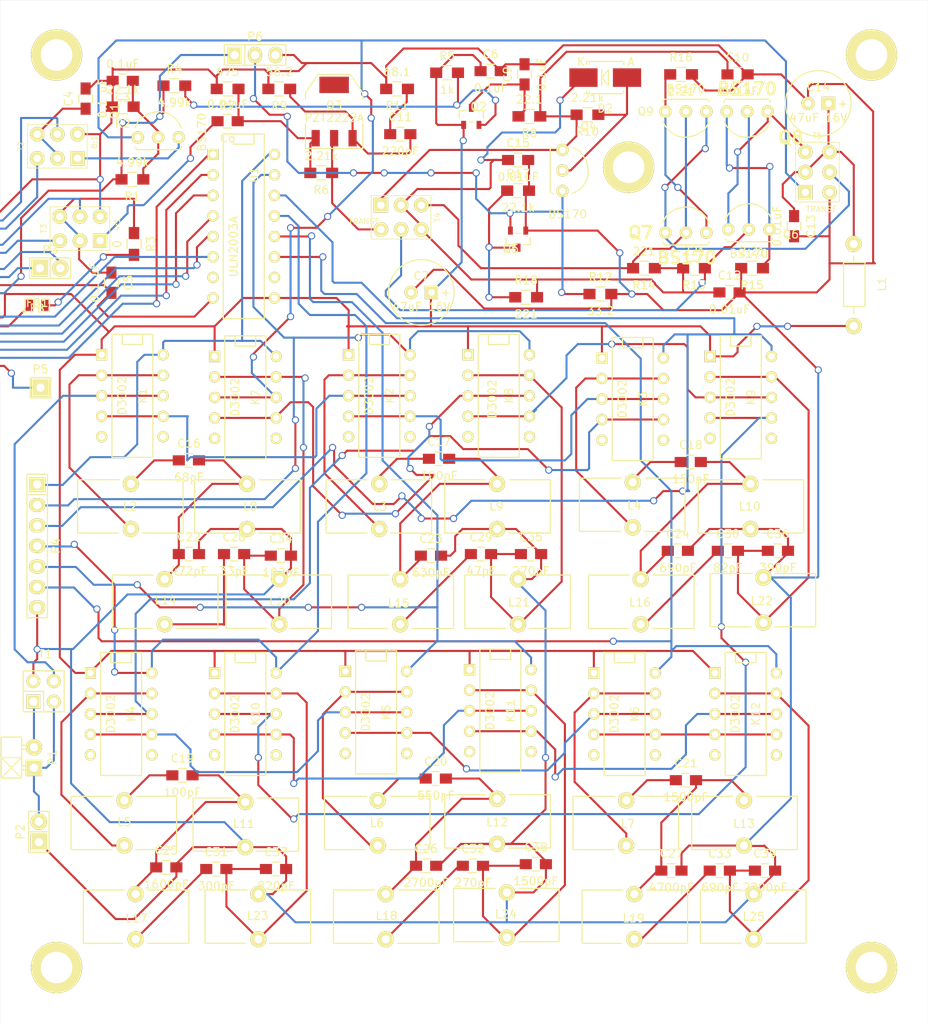
<source format=kicad_pcb>
(kicad_pcb (version 4) (host pcbnew "(2014-10-27 BZR 5228)-product")
  (layers (0 F.Cu signal hide) (31 B.Cu signal hide) (34 B.Paste user hide) (35 F.Paste user hide) (36 B.SilkS user hide) (37 F.SilkS user) (38 B.Mask user hide) (39 F.Mask user hide) (44 Edge.Cuts user))
  (net 0 "")
  (net 1 GND)
  (net 2 "Net-(C3-Pad1)")
  (net 3 "Net-(C5-Pad1)")
  (net 4 "Net-(C10-Pad1)")
  (net 5 "Net-(C11-Pad1)")
  (net 6 "Net-(C11-Pad2)")
  (net 7 "Net-(C12-Pad1)")
  (net 8 "Net-(C17-Pad1)")
  (net 9 "Net-(C18-Pad1)")
  (net 10 "Net-(C20-Pad1)")
  (net 11 "Net-(C21-Pad1)")
  (net 12 "Net-(C21-Pad2)")
  (net 13 "Net-(CN1-PadA13)")
  (net 14 "Net-(CN1-PadA17)")
  (net 15 "Net-(CN1-PadB2)")
  (net 16 "Net-(CN1-PadB3)")
  (net 17 "Net-(CN1-PadB5)")
  (net 18 "Net-(CN1-PadB6)")
  (net 19 "Net-(CN1-PadB8)")
  (net 20 "Net-(CN1-PadB9)")
  (net 21 PTT#)
  (net 22 "Net-(CN1-PadB18)")
  (net 23 "Net-(FB1-Pad2)")
  (net 24 "Net-(Q5-Pad3)")
  (net 25 "Net-(Q6-Pad3)")
  (net 26 "Net-(C4-Pad1)")
  (net 27 "Net-(C8-Pad1)")
  (net 28 "Net-(C8-Pad2)")
  (net 29 "Net-(C13-Pad1)")
  (net 30 "Net-(C16-Pad1)")
  (net 31 "Net-(C16-Pad2)")
  (net 32 "Net-(C17-Pad2)")
  (net 33 "Net-(C18-Pad2)")
  (net 34 "Net-(C19-Pad1)")
  (net 35 "Net-(C19-Pad2)")
  (net 36 "Net-(C20-Pad2)")
  (net 37 "Net-(C28-Pad1)")
  (net 38 "Net-(C28-Pad2)")
  (net 39 "Net-(C29-Pad1)")
  (net 40 "Net-(C29-Pad2)")
  (net 41 "Net-(C30-Pad1)")
  (net 42 "Net-(C30-Pad2)")
  (net 43 "Net-(C31-Pad1)")
  (net 44 "Net-(C31-Pad2)")
  (net 45 "Net-(C32-Pad1)")
  (net 46 "Net-(C32-Pad2)")
  (net 47 "Net-(C33-Pad1)")
  (net 48 "Net-(C33-Pad2)")
  (net 49 +3V)
  (net 50 160M)
  (net 51 80/75M)
  (net 52 60/40M)
  (net 53 30/20M)
  (net 54 17/15M)
  (net 55 10/12M)
  (net 56 "Net-(D2-Pad1)")
  (net 57 "Net-(Q1-Pad3)")
  (net 58 RX/TX)
  (net 59 "Net-(Q2-Pad2)")
  (net 60 "Net-(Q3-Pad2)")
  (net 61 "Net-(Q6-Pad2)")
  (net 62 "Net-(Q6-Pad1)")
  (net 63 "Net-(Q7-Pad2)")
  (net 64 "Net-(Q7-Pad3)")
  (net 65 "Net-(Q7-Pad1)")
  (net 66 ANT)
  (net 67 +12V)
  (net 68 "Net-(K1-Pad2)")
  (net 69 "Net-(K1-Pad4)")
  (net 70 "Net-(K1-Pad10)")
  (net 71 "Net-(K2-Pad2)")
  (net 72 "Net-(K2-Pad4)")
  (net 73 "Net-(K2-Pad10)")
  (net 74 "Net-(K3-Pad2)")
  (net 75 "Net-(K3-Pad4)")
  (net 76 "Net-(K3-Pad10)")
  (net 77 "Net-(K4-Pad2)")
  (net 78 "Net-(K4-Pad4)")
  (net 79 "Net-(K10-Pad10)")
  (net 80 "Net-(K5-Pad2)")
  (net 81 "Net-(K5-Pad4)")
  (net 82 "Net-(K11-Pad10)")
  (net 83 "Net-(K6-Pad2)")
  (net 84 "Net-(K12-Pad4)")
  (net 85 "Net-(K12-Pad10)")
  (net 86 "Net-(K7-Pad4)")
  (net 87 "Net-(K8-Pad4)")
  (net 88 "Net-(K10-Pad3)")
  (net 89 "Net-(K10-Pad4)")
  (net 90 "Net-(K11-Pad4)")
  (net 91 "Net-(P1-Pad2)")
  (net 92 "Net-(P1-Pad1)")
  (net 93 "Net-(U1-Pad7)")
  (net 94 "Net-(U1-Pad10)")
  (net 95 S12V)
  (net 96 "Net-(P6-Pad2)")
  (module HERMESLITE:EDGE (layer F.Cu) (at 63.2 68.2 270)
    (fp_text reference CN1 (at -10.1 -6.8 270) (layer F.SilkS) (effects (font (size 0.7 0.7) (thickness 0.1))))
    (fp_text value EDGE (at 6.1 -6.8 270) (layer F.SilkS) (effects (font (size 0.7 0.7) (thickness 0.1))))
    (fp_line (start -13 -8.4) (end -14 -8.4) (layer Edge.Cuts) (width 0.02))
    (fp_line (start 9.05 -8.4) (end 10 -8.4) (layer Edge.Cuts) (width 0.02))
    (fp_arc (start -13.05 -7.45) (end -13.05 -8.4) (angle 90) (layer Edge.Cuts) (width 0.02))
    (fp_line (start -11.75 0) (end -12.1 -0.35) (layer Edge.Cuts) (width 0.02))
    (fp_line (start -12.1 -0.35) (end -12.1 -7.45) (layer Edge.Cuts) (width 0.02))
    (fp_line (start -1.3 0) (end -11.75 0) (layer Edge.Cuts) (width 0.02))
    (fp_arc (start 9.05 -7.45) (end 8.1 -7.45) (angle 90) (layer Edge.Cuts) (width 0.02))
    (fp_line (start 7.75 0) (end 8.1 -0.35) (layer Edge.Cuts) (width 0.02))
    (fp_line (start 8.1 -0.35) (end 8.1 -7.45) (layer Edge.Cuts) (width 0.02))
    (fp_line (start 0.95 -7.45) (end 0.95 -0.35) (layer Edge.Cuts) (width 0.02))
    (fp_line (start 0.95 -0.35) (end 1.3 0) (layer Edge.Cuts) (width 0.02))
    (fp_line (start 1.3 0) (end 7.75 0) (layer Edge.Cuts) (width 0.02))
    (fp_line (start -0.95 -0.35) (end -0.95 -7.45) (layer Edge.Cuts) (width 0.02))
    (fp_line (start -0.95 -0.35) (end -1.3 0) (layer Edge.Cuts) (width 0.02))
    (fp_arc (start 0 -7.45) (end -0.95 -7.45) (angle 90) (layer Edge.Cuts) (width 0.02))
    (fp_arc (start 0 -7.45) (end 0 -8.4) (angle 90) (layer Edge.Cuts) (width 0.02))
    (pad A1 smd rect (at -11.5 -3.5 270) (size 0.7 4.2) (layers F.Cu F.Mask) (net 1 GND))
    (pad A2 smd rect (at -10.5 -3.5 270) (size 0.7 4.2) (layers F.Cu F.Mask) (net 1 GND))
    (pad A3 smd rect (at -9.5 -3.5 270) (size 0.7 4.2) (layers F.Cu F.Mask) (net 1 GND))
    (pad A4 smd rect (at -8.5 -3.5 270) (size 0.7 4.2) (layers F.Cu F.Mask) (net 1 GND))
    (pad A5 smd rect (at -7.5 -3.5 270) (size 0.7 4.2) (layers F.Cu F.Mask) (net 1 GND))
    (pad A6 smd rect (at -6.5 -3.5 270) (size 0.7 4.2) (layers F.Cu F.Mask) (net 1 GND))
    (pad A7 smd rect (at -5.5 -3.5 270) (size 0.7 4.2) (layers F.Cu F.Mask) (net 1 GND))
    (pad A8 smd rect (at -4.5 -3.5 270) (size 0.7 4.2) (layers F.Cu F.Mask) (net 1 GND))
    (pad A9 smd rect (at -3.5 -3.5 270) (size 0.7 4.2) (layers F.Cu F.Mask) (net 1 GND))
    (pad A10 smd rect (at -2.5 -3.5 270) (size 0.7 4.2) (layers F.Cu F.Mask) (net 1 GND))
    (pad A11 smd rect (at -1.5 -3.5 270) (size 0.7 4.2) (layers F.Cu F.Mask) (net 67 +12V))
    (pad A12 smd rect (at 1.5 -3.5 270) (size 0.7 4.2) (layers F.Cu F.Mask) (net 67 +12V))
    (pad A13 smd rect (at 2.5 -3.5 270) (size 0.7 4.2) (layers F.Cu F.Mask) (net 13 "Net-(CN1-PadA13)"))
    (pad A14 smd rect (at 3.5 -3.5 270) (size 0.7 4.2) (layers F.Cu F.Mask) (net 13 "Net-(CN1-PadA13)"))
    (pad A15 smd rect (at 4.5 -3.5 270) (size 0.7 4.2) (layers F.Cu F.Mask) (net 49 +3V))
    (pad A16 smd rect (at 5.5 -3.5 270) (size 0.7 4.2) (layers F.Cu F.Mask) (net 49 +3V))
    (pad A17 smd rect (at 6.5 -3.5 270) (size 0.7 4.2) (layers F.Cu F.Mask) (net 14 "Net-(CN1-PadA17)"))
    (pad A18 smd rect (at 7.5 -3.5 270) (size 0.7 4.2) (layers F.Cu F.Mask) (net 14 "Net-(CN1-PadA17)"))
    (pad B1 smd rect (at -11.5 -3.5 270) (size 0.7 4.2) (layers B.Cu B.Mask) (net 1 GND))
    (pad B2 smd rect (at -10.5 -3.5 270) (size 0.7 4.2) (layers B.Cu B.Mask) (net 15 "Net-(CN1-PadB2)"))
    (pad B3 smd rect (at -9.5 -3.5 270) (size 0.7 4.2) (layers B.Cu B.Mask) (net 16 "Net-(CN1-PadB3)"))
    (pad B4 smd rect (at -8.5 -3.5 270) (size 0.7 4.2) (layers B.Cu B.Mask) (net 1 GND))
    (pad B5 smd rect (at -7.5 -3.5 270) (size 0.7 4.2) (layers B.Cu B.Mask) (net 17 "Net-(CN1-PadB5)"))
    (pad B6 smd rect (at -6.5 -3.5 270) (size 0.7 4.2) (layers B.Cu B.Mask) (net 18 "Net-(CN1-PadB6)"))
    (pad B7 smd rect (at -5.5 -3.5 270) (size 0.7 4.2) (layers B.Cu B.Mask) (net 1 GND))
    (pad B8 smd rect (at -4.5 -3.5 270) (size 0.7 4.2) (layers B.Cu B.Mask) (net 19 "Net-(CN1-PadB8)"))
    (pad B9 smd rect (at -3.5 -3.5 270) (size 0.7 4.2) (layers B.Cu B.Mask) (net 20 "Net-(CN1-PadB9)"))
    (pad B10 smd rect (at -2.5 -3.5 270) (size 0.7 4.2) (layers B.Cu B.Mask) (net 1 GND))
    (pad B11 smd rect (at -1.5 -3.5 270) (size 0.7 4.2) (layers B.Cu B.Mask) (net 21 PTT#))
    (pad B12 smd rect (at 1.5 -3.5 270) (size 0.7 4.2) (layers B.Cu B.Mask) (net 50 160M))
    (pad B13 smd rect (at 2.5 -3.5 270) (size 0.7 4.2) (layers B.Cu B.Mask) (net 51 80/75M))
    (pad B14 smd rect (at 3.5 -3.5 270) (size 0.7 4.2) (layers B.Cu B.Mask) (net 52 60/40M))
    (pad B15 smd rect (at 4.5 -3.5 270) (size 0.7 4.2) (layers B.Cu B.Mask) (net 53 30/20M))
    (pad B16 smd rect (at 5.5 -3.5 270) (size 0.7 4.2) (layers B.Cu B.Mask) (net 54 17/15M))
    (pad B17 smd rect (at 6.5 -3.5 270) (size 0.7 4.2) (layers B.Cu B.Mask) (net 55 10/12M))
    (pad B18 smd rect (at 7.5 -3.5 270) (size 0.7 4.2) (layers B.Cu B.Mask) (net 22 "Net-(CN1-PadB18)"))
  )
  (module Choke_Toroid_ThroughHole:Choke_Toroid_6,5x13mm_Vertical (layer F.Cu) (at 81.2 96.4)
    (fp_text reference L2 (at 6.5 -3.3) (layer F.SilkS))
    (fp_text value 507nH hide)
    (pad 1 thru_hole circle (at 6.604 -0.508) (size 1.99898 1.99898) (drill 1.00076) (layers *.Cu *.Mask F.SilkS) (net 68 "Net-(K1-Pad2)"))
    (pad 2 thru_hole circle (at 6.604 -6.096) (size 1.99898 1.99898) (drill 1.00076) (layers *.Cu *.Mask F.SilkS) (net 30 "Net-(C16-Pad1)"))
  )
  (module Choke_Toroid_ThroughHole:Choke_Toroid_6,5x13mm_Vertical (layer F.Cu) (at 112 96.4)
    (fp_text reference L3 (at 6.7 -3.3) (layer F.SilkS))
    (fp_text value 675nH hide)
    (pad 1 thru_hole circle (at 6.604 -0.508) (size 1.99898 1.99898) (drill 1.00076) (layers *.Cu *.Mask F.SilkS) (net 71 "Net-(K2-Pad2)"))
    (pad 2 thru_hole circle (at 6.604 -6.096) (size 1.99898 1.99898) (drill 1.00076) (layers *.Cu *.Mask F.SilkS) (net 8 "Net-(C17-Pad1)"))
  )
  (module Choke_Toroid_ThroughHole:Choke_Toroid_6,5x13mm_Vertical (layer F.Cu) (at 143.4 96.2)
    (fp_text reference L4 (at 6.8 -3.2) (layer F.SilkS))
    (fp_text value 1.083uH hide)
    (pad 1 thru_hole circle (at 6.604 -0.508) (size 1.99898 1.99898) (drill 1.00076) (layers *.Cu *.Mask F.SilkS) (net 74 "Net-(K3-Pad2)"))
    (pad 2 thru_hole circle (at 6.604 -6.096) (size 1.99898 1.99898) (drill 1.00076) (layers *.Cu *.Mask F.SilkS) (net 9 "Net-(C18-Pad1)"))
  )
  (module Choke_Toroid_ThroughHole:Choke_Toroid_6,5x13mm_Vertical (layer F.Cu) (at 80.4 135.6)
    (fp_text reference L5 (at 6.6 -3.4) (layer F.SilkS))
    (fp_text value 1.936uH hide)
    (pad 1 thru_hole circle (at 6.604 -0.508) (size 1.99898 1.99898) (drill 1.00076) (layers *.Cu *.Mask F.SilkS) (net 77 "Net-(K4-Pad2)"))
    (pad 2 thru_hole circle (at 6.604 -6.096) (size 1.99898 1.99898) (drill 1.00076) (layers *.Cu *.Mask F.SilkS) (net 34 "Net-(C19-Pad1)"))
  )
  (module Choke_Toroid_ThroughHole:Choke_Toroid_6,5x13mm_Vertical (layer F.Cu) (at 111.8 135.6)
    (fp_text reference L6 (at 6.5 -3.3) (layer F.SilkS))
    (fp_text value 3.364uH hide)
    (pad 1 thru_hole circle (at 6.604 -0.508) (size 1.99898 1.99898) (drill 1.00076) (layers *.Cu *.Mask F.SilkS) (net 80 "Net-(K5-Pad2)"))
    (pad 2 thru_hole circle (at 6.604 -6.096) (size 1.99898 1.99898) (drill 1.00076) (layers *.Cu *.Mask F.SilkS) (net 10 "Net-(C20-Pad1)"))
  )
  (module Choke_Toroid_ThroughHole:Choke_Toroid_6,5x13mm_Vertical (layer F.Cu) (at 142.6 135.6)
    (fp_text reference L7 (at 6.8 -3.2) (layer F.SilkS))
    (fp_text value 5.184uH hide)
    (pad 1 thru_hole circle (at 6.604 -0.508) (size 1.99898 1.99898) (drill 1.00076) (layers *.Cu *.Mask F.SilkS) (net 83 "Net-(K6-Pad2)"))
    (pad 2 thru_hole circle (at 6.604 -6.096) (size 1.99898 1.99898) (drill 1.00076) (layers *.Cu *.Mask F.SilkS) (net 11 "Net-(C21-Pad1)"))
  )
  (module Choke_Toroid_ThroughHole:Choke_Toroid_6,5x13mm_Vertical (layer F.Cu) (at 108.8 89.8 180)
    (fp_text reference L8 (at 6.2 -3.3 180) (layer F.SilkS))
    (fp_text value 75nH hide)
    (pad 1 thru_hole circle (at 6.604 -0.508 180) (size 1.99898 1.99898) (drill 1.00076) (layers *.Cu *.Mask F.SilkS) (net 31 "Net-(C16-Pad2)"))
    (pad 2 thru_hole circle (at 6.604 -6.096 180) (size 1.99898 1.99898) (drill 1.00076) (layers *.Cu *.Mask F.SilkS) (net 1 GND))
  )
  (module Housings_TO-92:TO-92-Free-inline-wide (layer F.Cu) (at 156.6 59.2 90)
    (fp_text reference Q7 (at 0 -5.6 180) (layer F.SilkS) (effects (font (thickness 0.3048))))
    (fp_text value BS170 (at -3.1 0.1 180) (layer F.SilkS) (effects (font (thickness 0.3048))))
    (pad 2 thru_hole circle (at 0 0 90) (size 1.524 1.524) (drill 0.8128) (layers *.Cu *.Mask F.SilkS) (net 63 "Net-(Q7-Pad2)"))
    (pad 3 thru_hole circle (at 0 2.54 90) (size 1.524 1.524) (drill 0.8128) (layers *.Cu *.Mask F.SilkS) (net 64 "Net-(Q7-Pad3)"))
    (pad 1 thru_hole circle (at 0 -2.54 90) (size 1.524 1.524) (drill 0.8128) (layers *.Cu *.Mask F.SilkS) (net 65 "Net-(Q7-Pad1)"))
  )
  (module Housings_TO-92:TO-92-Free-inline-wide (layer F.Cu) (at 164.2 44.2 270)
    (fp_text reference Q8 (at 3.2385 -5.3975 360) (layer F.SilkS) (effects (font (thickness 0.3048))))
    (fp_text value BS170 (at -2.8 0 360) (layer F.SilkS) (effects (font (thickness 0.3048))))
    (pad 2 thru_hole circle (at 0 0 270) (size 1.524 1.524) (drill 0.8128) (layers *.Cu *.Mask F.SilkS) (net 61 "Net-(Q6-Pad2)"))
    (pad 3 thru_hole circle (at 0 2.54 270) (size 1.524 1.524) (drill 0.8128) (layers *.Cu *.Mask F.SilkS) (net 25 "Net-(Q6-Pad3)"))
    (pad 1 thru_hole circle (at 0 -2.54 270) (size 1.524 1.524) (drill 0.8128) (layers *.Cu *.Mask F.SilkS) (net 62 "Net-(Q6-Pad1)"))
  )
  (module HERMESLITE:TRANSF (layer F.Cu) (at 81.2 50 90)
    (fp_text reference T2 (at 1.5 -7 90) (layer F.SilkS) (effects (font (size 0.7 0.7) (thickness 0.1))))
    (fp_text value 8:1 (at 2 2.1 90) (layer F.SilkS) (effects (font (size 0.7 0.7) (thickness 0.1))))
    (pad 1 thru_hole rect (at 0 0 90) (size 1.8 1.8) (drill 0.9) (layers *.Cu *.Mask F.SilkS) (net 57 "Net-(Q1-Pad3)"))
    (pad 3 thru_hole circle (at 0 -2.5 90) (size 1.8 1.8) (drill 0.9) (layers *.Cu *.Mask F.SilkS) (net 26 "Net-(C4-Pad1)"))
    (pad 2 thru_hole circle (at 3 0 90) (size 1.8 1.8) (drill 0.9) (layers *.Cu *.Mask F.SilkS) (net 1 GND))
    (pad 5 thru_hole circle (at 0 -5 90) (size 1.8 1.8) (drill 0.9) (layers *.Cu *.Mask F.SilkS) (net 16 "Net-(CN1-PadB3)"))
    (pad 6 thru_hole circle (at 3 -5 90) (size 1.8 1.8) (drill 0.9) (layers *.Cu *.Mask F.SilkS) (net 26 "Net-(C4-Pad1)"))
    (pad 4 thru_hole circle (at 3 -2.5 90) (size 1.8 1.8) (drill 0.9) (layers *.Cu *.Mask F.SilkS) (net 15 "Net-(CN1-PadB2)"))
  )
  (module HERMESLITE:TRANSF (layer F.Cu) (at 84 60.2 90)
    (fp_text reference T3 (at 1.5 -7 90) (layer F.SilkS) (effects (font (size 0.7 0.7) (thickness 0.1))))
    (fp_text value 4:1 (at 2 2.1 90) (layer F.SilkS) (effects (font (size 0.7 0.7) (thickness 0.1))))
    (pad 1 thru_hole rect (at 0 0 90) (size 1.8 1.8) (drill 0.9) (layers *.Cu *.Mask F.SilkS) (net 28 "Net-(C8-Pad2)"))
    (pad 3 thru_hole circle (at 0 -2.5 90) (size 1.8 1.8) (drill 0.9) (layers *.Cu *.Mask F.SilkS) (net 3 "Net-(C5-Pad1)"))
    (pad 2 thru_hole circle (at 3 0 90) (size 1.8 1.8) (drill 0.9) (layers *.Cu *.Mask F.SilkS) (net 1 GND))
    (pad 5 thru_hole circle (at 0 -5 90) (size 1.8 1.8) (drill 0.9) (layers *.Cu *.Mask F.SilkS) (net 18 "Net-(CN1-PadB6)"))
    (pad 6 thru_hole circle (at 3 -5 90) (size 1.8 1.8) (drill 0.9) (layers *.Cu *.Mask F.SilkS) (net 3 "Net-(C5-Pad1)"))
    (pad 4 thru_hole circle (at 3 -2.5 90) (size 1.8 1.8) (drill 0.9) (layers *.Cu *.Mask F.SilkS) (net 17 "Net-(CN1-PadB5)"))
  )
  (module HERMESLITE:TRANSF (layer F.Cu) (at 118.8 55.8 270)
    (fp_text reference T4 (at 1.5 -7 270) (layer F.SilkS) (effects (font (size 0.7 0.7) (thickness 0.1))))
    (fp_text value TRANSF (at 2 2.1 360) (layer F.SilkS) (effects (font (size 0.7 0.7) (thickness 0.1))))
    (pad 1 thru_hole rect (at 0 0 270) (size 1.8 1.8) (drill 0.9) (layers *.Cu *.Mask F.SilkS) (net 4 "Net-(C10-Pad1)"))
    (pad 3 thru_hole circle (at 0 -2.5 270) (size 1.8 1.8) (drill 0.9) (layers *.Cu *.Mask F.SilkS) (net 7 "Net-(C12-Pad1)"))
    (pad 2 thru_hole circle (at 3 0 270) (size 1.8 1.8) (drill 0.9) (layers *.Cu *.Mask F.SilkS) (net 60 "Net-(Q3-Pad2)"))
    (pad 5 thru_hole circle (at 0 -5 270) (size 1.8 1.8) (drill 0.9) (layers *.Cu *.Mask F.SilkS) (net 63 "Net-(Q7-Pad2)"))
    (pad 6 thru_hole circle (at 3 -5 270) (size 1.8 1.8) (drill 0.9) (layers *.Cu *.Mask F.SilkS) (net 7 "Net-(C12-Pad1)"))
    (pad 4 thru_hole circle (at 3 -2.5 270) (size 1.8 1.8) (drill 0.9) (layers *.Cu *.Mask F.SilkS) (net 61 "Net-(Q6-Pad2)"))
  )
  (module HERMESLITE:MH (layer F.Cu) (at 149.5 51.1 90)
    (fp_text reference MH5 hide)
    (fp_text value VAL** hide)
    (pad "" np_thru_hole circle (at 0 0 90) (size 6.35 6.35) (drill 3.9) (layers *.Cu *.Mask F.SilkS))
  )
  (module Capacitors_SMD:C_0805_HandSoldering (layer F.Cu) (at 86.8 40.4 180)
    (fp_text reference C3 (at 0 -2.1 180) (layer F.SilkS))
    (fp_text value 0.1uF (at 0 2.1 180) (layer F.SilkS))
    (pad 1 smd rect (at -1.25 0 180) (size 1.5 1.25) (layers F.Cu F.Paste F.Mask) (net 2 "Net-(C3-Pad1)"))
    (pad 2 smd rect (at 1.25 0 180) (size 1.5 1.25) (layers F.Cu F.Paste F.Mask) (net 1 GND))
  )
  (module Capacitors_SMD:C_0805_HandSoldering (layer F.Cu) (at 82.2 42.6 90)
    (fp_text reference C4 (at 0 -2.1 90) (layer F.SilkS))
    (fp_text value "0.1 uF" (at 0 2.1 90) (layer F.SilkS))
    (pad 1 smd rect (at -1.25 0 90) (size 1.5 1.25) (layers F.Cu F.Paste F.Mask) (net 26 "Net-(C4-Pad1)"))
    (pad 2 smd rect (at 1.25 0 90) (size 1.5 1.25) (layers F.Cu F.Paste F.Mask) (net 1 GND))
  )
  (module Capacitors_SMD:C_0805_HandSoldering (layer F.Cu) (at 85.4 65.4 270)
    (fp_text reference C5 (at 0 -2.1 270) (layer F.SilkS))
    (fp_text value "0.1 uF" (at 0 2.1 270) (layer F.SilkS))
    (pad 1 smd rect (at -1.25 0 270) (size 1.5 1.25) (layers F.Cu F.Paste F.Mask) (net 3 "Net-(C5-Pad1)"))
    (pad 2 smd rect (at 1.25 0 270) (size 1.5 1.25) (layers F.Cu F.Paste F.Mask) (net 1 GND))
  )
  (module Capacitors_SMD:C_0805_HandSoldering (layer F.Cu) (at 132.4 39.2)
    (fp_text reference C6 (at 0 -2.1) (layer F.SilkS))
    (fp_text value 0.1uF (at 0 2.1) (layer F.SilkS))
    (pad 1 smd rect (at -1.25 0) (size 1.5 1.25) (layers F.Cu F.Paste F.Mask) (net 67 +12V))
    (pad 2 smd rect (at 1.25 0) (size 1.5 1.25) (layers F.Cu F.Paste F.Mask) (net 1 GND))
  )
  (module Capacitors_SMD:C_0805_HandSoldering (layer F.Cu) (at 99.8 45.4 180)
    (fp_text reference C8 (at 0 -2.1 180) (layer F.SilkS))
    (fp_text value 0.01uF (at 0 2.1 180) (layer F.SilkS))
    (pad 1 smd rect (at -1.25 0 180) (size 1.5 1.25) (layers F.Cu F.Paste F.Mask) (net 27 "Net-(C8-Pad1)"))
    (pad 2 smd rect (at 1.25 0 180) (size 1.5 1.25) (layers F.Cu F.Paste F.Mask) (net 28 "Net-(C8-Pad2)"))
  )
  (module Capacitors_SMD:C_0805_HandSoldering (layer F.Cu) (at 136.6 39.6 90)
    (fp_text reference C9 (at 0 -2.1 90) (layer F.SilkS))
    (fp_text value 0.1uF (at 0 2.1 90) (layer F.SilkS))
    (pad 1 smd rect (at -1.25 0 90) (size 1.5 1.25) (layers F.Cu F.Paste F.Mask) (net 95 S12V))
    (pad 2 smd rect (at 1.25 0 90) (size 1.5 1.25) (layers F.Cu F.Paste F.Mask) (net 1 GND))
  )
  (module Capacitors_SMD:C_0805_HandSoldering (layer F.Cu) (at 163 39.6)
    (fp_text reference C10 (at 0 -2.1) (layer F.SilkS))
    (fp_text value 0.01uF (at 0 2.1) (layer F.SilkS))
    (pad 1 smd rect (at -1.25 0) (size 1.5 1.25) (layers F.Cu F.Paste F.Mask) (net 4 "Net-(C10-Pad1)"))
    (pad 2 smd rect (at 1.25 0) (size 1.5 1.25) (layers F.Cu F.Paste F.Mask) (net 1 GND))
  )
  (module Capacitors_SMD:C_0805_HandSoldering (layer F.Cu) (at 121.2 47)
    (fp_text reference C11 (at 0 -2.1) (layer F.SilkS))
    (fp_text value 220pF (at 0 2.1) (layer F.SilkS))
    (pad 1 smd rect (at -1.25 0) (size 1.5 1.25) (layers F.Cu F.Paste F.Mask) (net 5 "Net-(C11-Pad1)"))
    (pad 2 smd rect (at 1.25 0) (size 1.5 1.25) (layers F.Cu F.Paste F.Mask) (net 6 "Net-(C11-Pad2)"))
  )
  (module Capacitors_SMD:C_0805_HandSoldering (layer F.Cu) (at 162 66.6)
    (fp_text reference C12 (at 0 -2.1) (layer F.SilkS))
    (fp_text value 0.01uF (at 0 2.1) (layer F.SilkS))
    (pad 1 smd rect (at -1.25 0) (size 1.5 1.25) (layers F.Cu F.Paste F.Mask) (net 7 "Net-(C12-Pad1)"))
    (pad 2 smd rect (at 1.25 0) (size 1.5 1.25) (layers F.Cu F.Paste F.Mask) (net 1 GND))
  )
  (module Capacitors_SMD:C_0805_HandSoldering (layer F.Cu) (at 170 58.4 270)
    (fp_text reference C13 (at 0 -2.1 270) (layer F.SilkS))
    (fp_text value 0.01uF (at 0 2.1 270) (layer F.SilkS))
    (pad 1 smd rect (at -1.25 0 270) (size 1.5 1.25) (layers F.Cu F.Paste F.Mask) (net 29 "Net-(C13-Pad1)"))
    (pad 2 smd rect (at 1.25 0 270) (size 1.5 1.25) (layers F.Cu F.Paste F.Mask) (net 1 GND))
  )
  (module Capacitors_SMD:C_0805_HandSoldering (layer F.Cu) (at 135.8 50.2)
    (fp_text reference C15 (at 0 -2.1) (layer F.SilkS))
    (fp_text value 0.01uF (at 0 2.1) (layer F.SilkS))
    (pad 1 smd rect (at -1.25 0) (size 1.5 1.25) (layers F.Cu F.Paste F.Mask) (net 7 "Net-(C12-Pad1)"))
    (pad 2 smd rect (at 1.25 0) (size 1.5 1.25) (layers F.Cu F.Paste F.Mask) (net 1 GND))
  )
  (module Capacitors_SMD:C_0805_HandSoldering (layer F.Cu) (at 126 87.2)
    (fp_text reference C17 (at 0 -2.1) (layer F.SilkS))
    (fp_text value 100pF (at 0 2.1) (layer F.SilkS))
    (pad 1 smd rect (at -1.25 0) (size 1.5 1.25) (layers F.Cu F.Paste F.Mask) (net 8 "Net-(C17-Pad1)"))
    (pad 2 smd rect (at 1.25 0) (size 1.5 1.25) (layers F.Cu F.Paste F.Mask) (net 32 "Net-(C17-Pad2)"))
  )
  (module Capacitors_SMD:C_0805_HandSoldering (layer F.Cu) (at 157.2 87.6)
    (fp_text reference C18 (at 0 -2.1) (layer F.SilkS))
    (fp_text value 150pF (at 0 2.1) (layer F.SilkS))
    (pad 1 smd rect (at -1.25 0) (size 1.5 1.25) (layers F.Cu F.Paste F.Mask) (net 9 "Net-(C18-Pad1)"))
    (pad 2 smd rect (at 1.25 0) (size 1.5 1.25) (layers F.Cu F.Paste F.Mask) (net 33 "Net-(C18-Pad2)"))
  )
  (module Capacitors_SMD:C_0805_HandSoldering (layer F.Cu) (at 94.2 126.4)
    (fp_text reference C19 (at 0 -2.1) (layer F.SilkS))
    (fp_text value 100pF (at 0 2.1) (layer F.SilkS))
    (pad 1 smd rect (at -1.25 0) (size 1.5 1.25) (layers F.Cu F.Paste F.Mask) (net 34 "Net-(C19-Pad1)"))
    (pad 2 smd rect (at 1.25 0) (size 1.5 1.25) (layers F.Cu F.Paste F.Mask) (net 35 "Net-(C19-Pad2)"))
  )
  (module Capacitors_SMD:C_0805_HandSoldering (layer F.Cu) (at 125.6 126.8)
    (fp_text reference C20 (at 0 -2.1) (layer F.SilkS))
    (fp_text value 550pF (at 0 2.1) (layer F.SilkS))
    (pad 1 smd rect (at -1.25 0) (size 1.5 1.25) (layers F.Cu F.Paste F.Mask) (net 10 "Net-(C20-Pad1)"))
    (pad 2 smd rect (at 1.25 0) (size 1.5 1.25) (layers F.Cu F.Paste F.Mask) (net 36 "Net-(C20-Pad2)"))
  )
  (module Capacitors_SMD:C_0805_HandSoldering (layer F.Cu) (at 156.6 127)
    (fp_text reference C21 (at 0 -2.1) (layer F.SilkS))
    (fp_text value 1500pF (at 0 2.1) (layer F.SilkS))
    (pad 1 smd rect (at -1.25 0) (size 1.5 1.25) (layers F.Cu F.Paste F.Mask) (net 11 "Net-(C21-Pad1)"))
    (pad 2 smd rect (at 1.25 0) (size 1.5 1.25) (layers F.Cu F.Paste F.Mask) (net 12 "Net-(C21-Pad2)"))
  )
  (module Capacitors_SMD:C_0805_HandSoldering (layer F.Cu) (at 95 99)
    (fp_text reference C22 (at 0 -2.1) (layer F.SilkS))
    (fp_text value 472pF (at 0 2.1) (layer F.SilkS))
    (pad 1 smd rect (at -1.25 0) (size 1.5 1.25) (layers F.Cu F.Paste F.Mask) (net 31 "Net-(C16-Pad2)"))
    (pad 2 smd rect (at 1.25 0) (size 1.5 1.25) (layers F.Cu F.Paste F.Mask) (net 1 GND))
  )
  (module Capacitors_SMD:C_0805_HandSoldering (layer F.Cu) (at 125 99.2)
    (fp_text reference C23 (at 0 -2.1) (layer F.SilkS))
    (fp_text value 630pF (at 0 2.1) (layer F.SilkS))
    (pad 1 smd rect (at -1.25 0) (size 1.5 1.25) (layers F.Cu F.Paste F.Mask) (net 32 "Net-(C17-Pad2)"))
    (pad 2 smd rect (at 1.25 0) (size 1.5 1.25) (layers F.Cu F.Paste F.Mask) (net 1 GND))
  )
  (module Capacitors_SMD:C_0805_HandSoldering (layer F.Cu) (at 92.2 137.8)
    (fp_text reference C25 (at 0 -2.1) (layer F.SilkS))
    (fp_text value 1600pF (at 0 2.1) (layer F.SilkS))
    (pad 1 smd rect (at -1.25 0) (size 1.5 1.25) (layers F.Cu F.Paste F.Mask) (net 35 "Net-(C19-Pad2)"))
    (pad 2 smd rect (at 1.25 0) (size 1.5 1.25) (layers F.Cu F.Paste F.Mask) (net 1 GND))
  )
  (module Resistors_SMD:R_0805_HandSoldering (layer F.Cu) (at 88 52.6 180)
    (fp_text reference R1 (at 0 -2.1 180) (layer F.SilkS))
    (fp_text value 4.99k (at 0 2.1 180) (layer F.SilkS))
    (pad 1 smd rect (at -1.35 0 180) (size 1.5 1.3) (layers F.Cu F.Paste F.Mask) (net 2 "Net-(C3-Pad1)"))
    (pad 2 smd rect (at 1.35 0 180) (size 1.5 1.3) (layers F.Cu F.Paste F.Mask) (net 21 PTT#))
  )
  (module Resistors_SMD:R_0805_HandSoldering (layer F.Cu) (at 86.8 43.6 180)
    (fp_text reference R2 (at 0 -2.1 180) (layer F.SilkS))
    (fp_text value 22.1k (at 0 2.1 180) (layer F.SilkS))
    (pad 1 smd rect (at -1.35 0 180) (size 1.5 1.3) (layers F.Cu F.Paste F.Mask) (net 2 "Net-(C3-Pad1)"))
    (pad 2 smd rect (at 1.35 0 180) (size 1.5 1.3) (layers F.Cu F.Paste F.Mask) (net 1 GND))
  )
  (module Resistors_SMD:R_0805_HandSoldering (layer F.Cu) (at 88.2 60.6 270)
    (fp_text reference R3 (at 0 -2.1 270) (layer F.SilkS))
    (fp_text value 0 (at 0 2.1 270) (layer F.SilkS))
    (pad 1 smd rect (at -1.35 0 270) (size 1.5 1.3) (layers F.Cu F.Paste F.Mask) (net 3 "Net-(C5-Pad1)"))
    (pad 2 smd rect (at 1.35 0 270) (size 1.5 1.3) (layers F.Cu F.Paste F.Mask) (net 23 "Net-(FB1-Pad2)"))
  )
  (module Resistors_SMD:R_0805_HandSoldering (layer F.Cu) (at 93.2 41)
    (fp_text reference R4 (at 0 -2.1) (layer F.SilkS))
    (fp_text value 4.99k (at 0 2.1) (layer F.SilkS))
    (pad 1 smd rect (at -1.35 0) (size 1.5 1.3) (layers F.Cu F.Paste F.Mask) (net 21 PTT#))
    (pad 2 smd rect (at 1.35 0) (size 1.5 1.3) (layers F.Cu F.Paste F.Mask) (net 59 "Net-(Q2-Pad2)"))
  )
  (module Resistors_SMD:R_0805_HandSoldering (layer F.Cu) (at 127 39.4)
    (fp_text reference R5 (at 0 -2.1) (layer F.SilkS))
    (fp_text value 1k (at 0 2.1) (layer F.SilkS))
    (pad 1 smd rect (at -1.35 0) (size 1.5 1.3) (layers F.Cu F.Paste F.Mask) (net 67 +12V))
    (pad 2 smd rect (at 1.35 0) (size 1.5 1.3) (layers F.Cu F.Paste F.Mask) (net 59 "Net-(Q2-Pad2)"))
  )
  (module Resistors_SMD:R_0805_HandSoldering (layer F.Cu) (at 111.4 51.8 180)
    (fp_text reference R6 (at 0 -2.1 180) (layer F.SilkS))
    (fp_text value 2.21k (at 0 2.1 180) (layer F.SilkS))
    (pad 1 smd rect (at -1.35 0 180) (size 1.5 1.3) (layers F.Cu F.Paste F.Mask) (net 60 "Net-(Q3-Pad2)"))
    (pad 2 smd rect (at 1.35 0 180) (size 1.5 1.3) (layers F.Cu F.Paste F.Mask) (net 27 "Net-(C8-Pad1)"))
  )
  (module Resistors_SMD:R_0805_HandSoldering (layer F.Cu) (at 99.8 41.4 180)
    (fp_text reference R7 (at 0 -2.1 180) (layer F.SilkS))
    (fp_text value 475 (at 0 2.1 180) (layer F.SilkS))
    (pad 1 smd rect (at -1.35 0 180) (size 1.5 1.3) (layers F.Cu F.Paste F.Mask) (net 27 "Net-(C8-Pad1)"))
    (pad 2 smd rect (at 1.35 0 180) (size 1.5 1.3) (layers F.Cu F.Paste F.Mask) (net 1 GND))
  )
  (module Resistors_SMD:R_0805_HandSoldering (layer F.Cu) (at 137.2 44.8 180)
    (fp_text reference R8 (at 0 -2.1 180) (layer F.SilkS))
    (fp_text value 22.1 (at 0 2.1 180) (layer F.SilkS))
    (pad 1 smd rect (at -1.35 0 180) (size 1.5 1.3) (layers F.Cu F.Paste F.Mask) (net 4 "Net-(C10-Pad1)"))
    (pad 2 smd rect (at 1.35 0 180) (size 1.5 1.3) (layers F.Cu F.Paste F.Mask) (net 95 S12V))
  )
  (module Resistors_SMD:R_0805_HandSoldering (layer F.Cu) (at 106.2 41.4 180)
    (fp_text reference R9 (at 0 -2.1 180) (layer F.SilkS))
    (fp_text value 56.2 (at 0 2.1 180) (layer F.SilkS))
    (pad 1 smd rect (at -1.35 0 180) (size 1.5 1.3) (layers F.Cu F.Paste F.Mask) (net 6 "Net-(C11-Pad2)"))
    (pad 2 smd rect (at 1.35 0 180) (size 1.5 1.3) (layers F.Cu F.Paste F.Mask) (net 1 GND))
  )
  (module Resistors_SMD:R_0805_HandSoldering (layer F.Cu) (at 144.4 44.6 180)
    (fp_text reference R10 (at 0 -2.1 180) (layer F.SilkS))
    (fp_text value 2.21k (at 0 2.1 180) (layer F.SilkS))
    (pad 1 smd rect (at -1.35 0 180) (size 1.5 1.3) (layers F.Cu F.Paste F.Mask) (net 56 "Net-(D2-Pad1)"))
    (pad 2 smd rect (at 1.35 0 180) (size 1.5 1.3) (layers F.Cu F.Paste F.Mask) (net 4 "Net-(C10-Pad1)"))
  )
  (module Resistors_SMD:R_0805_HandSoldering (layer F.Cu) (at 120.8 41.4 180)
    (fp_text reference R11 (at 0 -2.1 180) (layer F.SilkS))
    (fp_text value 68.1 (at 0 2.1 180) (layer F.SilkS))
    (pad 1 smd rect (at -1.35 0 180) (size 1.5 1.3) (layers F.Cu F.Paste F.Mask) (net 5 "Net-(C11-Pad1)"))
    (pad 2 smd rect (at 1.35 0 180) (size 1.5 1.3) (layers F.Cu F.Paste F.Mask) (net 1 GND))
  )
  (module Resistors_SMD:R_0805_HandSoldering (layer F.Cu) (at 146 66.8)
    (fp_text reference R12 (at 0 -2.1) (layer F.SilkS))
    (fp_text value 33.2 (at 0 2.1) (layer F.SilkS))
    (pad 1 smd rect (at -1.35 0) (size 1.5 1.3) (layers F.Cu F.Paste F.Mask) (net 96 "Net-(P6-Pad2)"))
    (pad 2 smd rect (at 1.35 0) (size 1.5 1.3) (layers F.Cu F.Paste F.Mask) (net 1 GND))
  )
  (module Resistors_SMD:R_0805_HandSoldering (layer F.Cu) (at 157.6 63.6 180)
    (fp_text reference R13 (at 0 -2.1 180) (layer F.SilkS))
    (fp_text value 221 (at 0 2.1 180) (layer F.SilkS))
    (pad 1 smd rect (at -1.35 0 180) (size 1.5 1.3) (layers F.Cu F.Paste F.Mask) (net 61 "Net-(Q6-Pad2)"))
    (pad 2 smd rect (at 1.35 0 180) (size 1.5 1.3) (layers F.Cu F.Paste F.Mask) (net 7 "Net-(C12-Pad1)"))
  )
  (module Resistors_SMD:R_0805_HandSoldering (layer F.Cu) (at 151.4 63.6 180)
    (fp_text reference R14 (at 0 -2.1 180) (layer F.SilkS))
    (fp_text value 221 (at 0 2.1 180) (layer F.SilkS))
    (pad 1 smd rect (at -1.35 0 180) (size 1.5 1.3) (layers F.Cu F.Paste F.Mask) (net 7 "Net-(C12-Pad1)"))
    (pad 2 smd rect (at 1.35 0 180) (size 1.5 1.3) (layers F.Cu F.Paste F.Mask) (net 63 "Net-(Q7-Pad2)"))
  )
  (module Resistors_SMD:R_0805_HandSoldering (layer F.Cu) (at 164.8 63.6 180)
    (fp_text reference R15 (at 0 -2.1 180) (layer F.SilkS))
    (fp_text value 2.21 (at 0 2.1 180) (layer F.SilkS))
    (pad 1 smd rect (at -1.35 0 180) (size 1.5 1.3) (layers F.Cu F.Paste F.Mask) (net 25 "Net-(Q6-Pad3)"))
    (pad 2 smd rect (at 1.35 0 180) (size 1.5 1.3) (layers F.Cu F.Paste F.Mask) (net 1 GND))
  )
  (module Resistors_SMD:R_0805_HandSoldering (layer F.Cu) (at 156 39.6)
    (fp_text reference R16 (at 0 -2.1) (layer F.SilkS))
    (fp_text value 2.21 (at 0 2.1) (layer F.SilkS))
    (pad 1 smd rect (at -1.35 0) (size 1.5 1.3) (layers F.Cu F.Paste F.Mask) (net 64 "Net-(Q7-Pad3)"))
    (pad 2 smd rect (at 1.35 0) (size 1.5 1.3) (layers F.Cu F.Paste F.Mask) (net 1 GND))
  )
  (module Resistors_SMD:R_0805_HandSoldering (layer F.Cu) (at 135.8 54)
    (fp_text reference R17 (at 0 -2.1) (layer F.SilkS))
    (fp_text value 22.1k (at 0 2.1) (layer F.SilkS))
    (pad 1 smd rect (at -1.35 0) (size 1.5 1.3) (layers F.Cu F.Paste F.Mask) (net 24 "Net-(Q5-Pad3)"))
    (pad 2 smd rect (at 1.35 0) (size 1.5 1.3) (layers F.Cu F.Paste F.Mask) (net 1 GND))
  )
  (module Resistors_SMD:R_0805_HandSoldering (layer F.Cu) (at 136.8 67.2)
    (fp_text reference R18 (at 0 -2.1) (layer F.SilkS))
    (fp_text value 221 (at 0 2.1) (layer F.SilkS))
    (pad 1 smd rect (at -1.35 0) (size 1.5 1.3) (layers F.Cu F.Paste F.Mask) (net 24 "Net-(Q5-Pad3)"))
    (pad 2 smd rect (at 1.35 0) (size 1.5 1.3) (layers F.Cu F.Paste F.Mask) (net 7 "Net-(C12-Pad1)"))
  )
  (module Pin_Headers:Pin_Header_Straight_1x02 (layer F.Cu) (at 76.4 133.4 90)
    (fp_text reference P2 (at 0 -2.286 90) (layer F.SilkS))
    (fp_text value CONN_02X01 hide)
    (pad 1 thru_hole rect (at -1.27 0 90) (size 2.032 2.032) (drill 1.016) (layers *.Cu *.Mask F.SilkS) (net 1 GND))
    (pad 2 thru_hole oval (at 1.27 0 90) (size 2.032 2.032) (drill 1.016) (layers *.Cu *.Mask F.SilkS) (net 92 "Net-(P1-Pad1)"))
  )
  (module Pin_Headers:Pin_Header_Straight_1x02 (layer F.Cu) (at 77.8 63.6)
    (fp_text reference P3 (at 0 -2.286) (layer F.SilkS))
    (fp_text value CONN_01X02 hide)
    (pad 1 thru_hole rect (at -1.27 0) (size 2.032 2.032) (drill 1.016) (layers *.Cu *.Mask F.SilkS) (net 20 "Net-(CN1-PadB9)"))
    (pad 2 thru_hole oval (at 1.27 0) (size 2.032 2.032) (drill 1.016) (layers *.Cu *.Mask F.SilkS) (net 19 "Net-(CN1-PadB8)"))
  )
  (module Discret:C1V8 (layer F.Cu) (at 123.8 66.6 180)
    (fp_text reference C7 (at 0 2.032 180) (layer F.SilkS))
    (fp_text value "47uF 16V" (at 0 -1.77546 180) (layer F.SilkS))
    (fp_text user + (at -3.04546 0 180) (layer F.SilkS))
    (pad 1 thru_hole rect (at -1.27 0 180) (size 1.651 1.651) (drill 0.8128) (layers *.Cu *.Mask F.SilkS) (net 67 +12V))
    (pad 2 thru_hole circle (at 1.27 0 180) (size 1.651 1.651) (drill 0.8128) (layers *.Cu *.Mask F.SilkS) (net 1 GND))
  )
  (module Discret:C1V8 (layer F.Cu) (at 173 43.2 180)
    (fp_text reference C14 (at 0 2.032 180) (layer F.SilkS))
    (fp_text value "47uF 16V" (at 0 -1.77546 180) (layer F.SilkS))
    (fp_text user + (at -3.04546 0 180) (layer F.SilkS))
    (pad 1 thru_hole rect (at -1.27 0 180) (size 1.651 1.651) (drill 0.8128) (layers *.Cu *.Mask F.SilkS) (net 29 "Net-(C13-Pad1)"))
    (pad 2 thru_hole circle (at 1.27 0 180) (size 1.651 1.651) (drill 0.8128) (layers *.Cu *.Mask F.SilkS) (net 1 GND))
  )
  (module Capacitors_SMD:C_0805_HandSoldering (layer F.Cu) (at 124.4 137.6)
    (fp_text reference C26 (at 0 -2.1) (layer F.SilkS))
    (fp_text value 2700pF (at 0 2.1) (layer F.SilkS))
    (pad 1 smd rect (at -1.25 0) (size 1.5 1.25) (layers F.Cu F.Paste F.Mask) (net 36 "Net-(C20-Pad2)"))
    (pad 2 smd rect (at 1.25 0) (size 1.5 1.25) (layers F.Cu F.Paste F.Mask) (net 1 GND))
  )
  (module Capacitors_SMD:C_0805_HandSoldering (layer F.Cu) (at 154.8 138.2)
    (fp_text reference C27 (at 0 -2.1) (layer F.SilkS))
    (fp_text value 4700pF (at 0 2.1) (layer F.SilkS))
    (pad 1 smd rect (at -1.25 0) (size 1.5 1.25) (layers F.Cu F.Paste F.Mask) (net 12 "Net-(C21-Pad2)"))
    (pad 2 smd rect (at 1.25 0) (size 1.5 1.25) (layers F.Cu F.Paste F.Mask) (net 1 GND))
  )
  (module Capacitors_SMD:C_0805_HandSoldering (layer F.Cu) (at 100.6 99)
    (fp_text reference C28 (at 0 -2.1) (layer F.SilkS))
    (fp_text value 33pF (at 0 2.1) (layer F.SilkS))
    (pad 1 smd rect (at -1.25 0) (size 1.5 1.25) (layers F.Cu F.Paste F.Mask) (net 37 "Net-(C28-Pad1)"))
    (pad 2 smd rect (at 1.25 0) (size 1.5 1.25) (layers F.Cu F.Paste F.Mask) (net 38 "Net-(C28-Pad2)"))
  )
  (module Capacitors_SMD:C_0805_HandSoldering (layer F.Cu) (at 131.2 99)
    (fp_text reference C29 (at 0 -2.1) (layer F.SilkS))
    (fp_text value 47pF (at 0 2.1) (layer F.SilkS))
    (pad 1 smd rect (at -1.25 0) (size 1.5 1.25) (layers F.Cu F.Paste F.Mask) (net 39 "Net-(C29-Pad1)"))
    (pad 2 smd rect (at 1.25 0) (size 1.5 1.25) (layers F.Cu F.Paste F.Mask) (net 40 "Net-(C29-Pad2)"))
  )
  (module Capacitors_SMD:C_0805_HandSoldering (layer F.Cu) (at 161.8 98.6)
    (fp_text reference C30 (at 0 -2.1) (layer F.SilkS))
    (fp_text value 82pF (at 0 2.1) (layer F.SilkS))
    (pad 1 smd rect (at -1.25 0) (size 1.5 1.25) (layers F.Cu F.Paste F.Mask) (net 41 "Net-(C30-Pad1)"))
    (pad 2 smd rect (at 1.25 0) (size 1.5 1.25) (layers F.Cu F.Paste F.Mask) (net 42 "Net-(C30-Pad2)"))
  )
  (module Capacitors_SMD:C_0805_HandSoldering (layer F.Cu) (at 98.4 138)
    (fp_text reference C31 (at 0 -2.1) (layer F.SilkS))
    (fp_text value 300pF (at 0 2.1) (layer F.SilkS))
    (pad 1 smd rect (at -1.25 0) (size 1.5 1.25) (layers F.Cu F.Paste F.Mask) (net 43 "Net-(C31-Pad1)"))
    (pad 2 smd rect (at 1.25 0) (size 1.5 1.25) (layers F.Cu F.Paste F.Mask) (net 44 "Net-(C31-Pad2)"))
  )
  (module Capacitors_SMD:C_0805_HandSoldering (layer F.Cu) (at 130.2 137.6)
    (fp_text reference C32 (at 0 -2.1) (layer F.SilkS))
    (fp_text value 270pF (at 0 2.1) (layer F.SilkS))
    (pad 1 smd rect (at -1.25 0) (size 1.5 1.25) (layers F.Cu F.Paste F.Mask) (net 45 "Net-(C32-Pad1)"))
    (pad 2 smd rect (at 1.25 0) (size 1.5 1.25) (layers F.Cu F.Paste F.Mask) (net 46 "Net-(C32-Pad2)"))
  )
  (module Capacitors_SMD:C_0805_HandSoldering (layer F.Cu) (at 160.8 138.2)
    (fp_text reference C33 (at 0 -2.1) (layer F.SilkS))
    (fp_text value 690pF (at 0 2.1) (layer F.SilkS))
    (pad 1 smd rect (at -1.25 0) (size 1.5 1.25) (layers F.Cu F.Paste F.Mask) (net 47 "Net-(C33-Pad1)"))
    (pad 2 smd rect (at 1.25 0) (size 1.5 1.25) (layers F.Cu F.Paste F.Mask) (net 48 "Net-(C33-Pad2)"))
  )
  (module Capacitors_SMD:C_0805_HandSoldering (layer F.Cu) (at 106.4 99.2)
    (fp_text reference C34 (at 0 -2.1) (layer F.SilkS))
    (fp_text value 182pF (at 0 2.1) (layer F.SilkS))
    (pad 1 smd rect (at -1.25 0) (size 1.5 1.25) (layers F.Cu F.Paste F.Mask) (net 38 "Net-(C28-Pad2)"))
    (pad 2 smd rect (at 1.25 0) (size 1.5 1.25) (layers F.Cu F.Paste F.Mask) (net 1 GND))
  )
  (module Capacitors_SMD:C_0805_HandSoldering (layer F.Cu) (at 137.4 99)
    (fp_text reference C35 (at 0 -2.1) (layer F.SilkS))
    (fp_text value 270pF (at 0 2.1) (layer F.SilkS))
    (pad 1 smd rect (at -1.25 0) (size 1.5 1.25) (layers F.Cu F.Paste F.Mask) (net 40 "Net-(C29-Pad2)"))
    (pad 2 smd rect (at 1.25 0) (size 1.5 1.25) (layers F.Cu F.Paste F.Mask) (net 1 GND))
  )
  (module Capacitors_SMD:C_0805_HandSoldering (layer F.Cu) (at 168 98.6)
    (fp_text reference C36 (at 0 -2.1) (layer F.SilkS))
    (fp_text value 390pF (at 0 2.1) (layer F.SilkS))
    (pad 1 smd rect (at -1.25 0) (size 1.5 1.25) (layers F.Cu F.Paste F.Mask) (net 42 "Net-(C30-Pad2)"))
    (pad 2 smd rect (at 1.25 0) (size 1.5 1.25) (layers F.Cu F.Paste F.Mask) (net 1 GND))
  )
  (module Capacitors_SMD:C_0805_HandSoldering (layer F.Cu) (at 105.8 138)
    (fp_text reference C37 (at 0 -2.1) (layer F.SilkS))
    (fp_text value 820pF (at 0 2.1) (layer F.SilkS))
    (pad 1 smd rect (at -1.25 0) (size 1.5 1.25) (layers F.Cu F.Paste F.Mask) (net 44 "Net-(C31-Pad2)"))
    (pad 2 smd rect (at 1.25 0) (size 1.5 1.25) (layers F.Cu F.Paste F.Mask) (net 1 GND))
  )
  (module Capacitors_SMD:C_0805_HandSoldering (layer F.Cu) (at 138 137.4)
    (fp_text reference C38 (at 0 -2.1) (layer F.SilkS))
    (fp_text value 1500pF (at 0 2.1) (layer F.SilkS))
    (pad 1 smd rect (at -1.25 0) (size 1.5 1.25) (layers F.Cu F.Paste F.Mask) (net 46 "Net-(C32-Pad2)"))
    (pad 2 smd rect (at 1.25 0) (size 1.5 1.25) (layers F.Cu F.Paste F.Mask) (net 1 GND))
  )
  (module Capacitors_SMD:C_0805_HandSoldering (layer F.Cu) (at 166.4 138.2)
    (fp_text reference C39 (at 0 -2.1) (layer F.SilkS))
    (fp_text value 2200pF (at 0 2.1) (layer F.SilkS))
    (pad 1 smd rect (at -1.25 0) (size 1.5 1.25) (layers F.Cu F.Paste F.Mask) (net 48 "Net-(C33-Pad2)"))
    (pad 2 smd rect (at 1.25 0) (size 1.5 1.25) (layers F.Cu F.Paste F.Mask) (net 1 GND))
  )
  (module Diodes_SMD:Diode-SMB_Handsoldering (layer F.Cu) (at 146.6 40 180)
    (fp_text reference D2 (at 0 -3.81 180) (layer F.SilkS))
    (fp_text value 1N4003 hide)
    (fp_text user A (at -3.2004 1.95072 180) (layer F.SilkS))
    (fp_text user K (at 2.99974 1.95072 180) (layer F.SilkS))
    (pad 1 smd rect (at -2.70002 0 180) (size 3.50012 2.30124) (layers F.Cu F.Paste F.Mask) (net 56 "Net-(D2-Pad1)"))
    (pad 2 smd rect (at 2.70002 0 180) (size 3.50012 2.30124) (layers F.Cu F.Paste F.Mask) (net 7 "Net-(C12-Pad1)"))
  )
  (module Choke_Toroid_ThroughHole:Choke_Toroid_6,5x13mm_Vertical (layer F.Cu) (at 139.8 89.8 180)
    (fp_text reference L9 (at 6.7 -3.3 180) (layer F.SilkS))
    (fp_text value 108nH hide)
    (pad 1 thru_hole circle (at 6.604 -0.508 180) (size 1.99898 1.99898) (drill 1.00076) (layers *.Cu *.Mask F.SilkS) (net 32 "Net-(C17-Pad2)"))
    (pad 2 thru_hole circle (at 6.604 -6.096 180) (size 1.99898 1.99898) (drill 1.00076) (layers *.Cu *.Mask F.SilkS) (net 1 GND))
  )
  (module Choke_Toroid_ThroughHole:Choke_Toroid_6,5x13mm_Vertical (layer F.Cu) (at 108.6 129.2 180)
    (fp_text reference L11 (at 6.8 -3.2 180) (layer F.SilkS))
    (fp_text value 400nH hide)
    (pad 1 thru_hole circle (at 6.604 -0.508 180) (size 1.99898 1.99898) (drill 1.00076) (layers *.Cu *.Mask F.SilkS) (net 35 "Net-(C19-Pad2)"))
    (pad 2 thru_hole circle (at 6.604 -6.096 180) (size 1.99898 1.99898) (drill 1.00076) (layers *.Cu *.Mask F.SilkS) (net 1 GND))
  )
  (module Choke_Toroid_ThroughHole:Choke_Toroid_6,5x13mm_Vertical (layer F.Cu) (at 139.8 128.8 180)
    (fp_text reference L12 (at 6.6 -3.4 180) (layer F.SilkS))
    (fp_text value 676nH hide)
    (pad 1 thru_hole circle (at 6.604 -0.508 180) (size 1.99898 1.99898) (drill 1.00076) (layers *.Cu *.Mask F.SilkS) (net 36 "Net-(C20-Pad2)"))
    (pad 2 thru_hole circle (at 6.604 -6.096 180) (size 1.99898 1.99898) (drill 1.00076) (layers *.Cu *.Mask F.SilkS) (net 1 GND))
  )
  (module Choke_Toroid_ThroughHole:Choke_Toroid_6,5x13mm_Vertical (layer F.Cu) (at 170.4 129 180)
    (fp_text reference L13 (at 6.6 -3.4 180) (layer F.SilkS))
    (fp_text value 1.6uH hide)
    (pad 1 thru_hole circle (at 6.604 -0.508 180) (size 1.99898 1.99898) (drill 1.00076) (layers *.Cu *.Mask F.SilkS) (net 12 "Net-(C21-Pad2)"))
    (pad 2 thru_hole circle (at 6.604 -6.096 180) (size 1.99898 1.99898) (drill 1.00076) (layers *.Cu *.Mask F.SilkS) (net 1 GND))
  )
  (module Choke_Toroid_ThroughHole:Choke_Toroid_6,5x13mm_Vertical (layer F.Cu) (at 98.6 101.6 180)
    (fp_text reference L14 (at 6.5 -3.1 180) (layer F.SilkS))
    (fp_text value 1.083uH hide)
    (pad 1 thru_hole circle (at 6.604 -0.508 180) (size 1.99898 1.99898) (drill 1.00076) (layers *.Cu *.Mask F.SilkS) (net 31 "Net-(C16-Pad2)"))
    (pad 2 thru_hole circle (at 6.604 -6.096 180) (size 1.99898 1.99898) (drill 1.00076) (layers *.Cu *.Mask F.SilkS) (net 37 "Net-(C28-Pad1)"))
  )
  (module Choke_Toroid_ThroughHole:Choke_Toroid_6,5x13mm_Vertical (layer F.Cu) (at 127.8 101.6 180)
    (fp_text reference L15 (at 6.8 -3.5 180) (layer F.SilkS))
    (fp_text value 1.452uH hide)
    (pad 1 thru_hole circle (at 6.604 -0.508 180) (size 1.99898 1.99898) (drill 1.00076) (layers *.Cu *.Mask F.SilkS) (net 32 "Net-(C17-Pad2)"))
    (pad 2 thru_hole circle (at 6.604 -6.096 180) (size 1.99898 1.99898) (drill 1.00076) (layers *.Cu *.Mask F.SilkS) (net 39 "Net-(C29-Pad1)"))
  )
  (module Choke_Toroid_ThroughHole:Choke_Toroid_6,5x13mm_Vertical (layer F.Cu) (at 157.6 101.6 180)
    (fp_text reference L16 (at 6.7 -3.4 180) (layer F.SilkS))
    (fp_text value 2.028uH hide)
    (pad 1 thru_hole circle (at 6.604 -0.508 180) (size 1.99898 1.99898) (drill 1.00076) (layers *.Cu *.Mask F.SilkS) (net 33 "Net-(C18-Pad2)"))
    (pad 2 thru_hole circle (at 6.604 -6.096 180) (size 1.99898 1.99898) (drill 1.00076) (layers *.Cu *.Mask F.SilkS) (net 41 "Net-(C30-Pad1)"))
  )
  (module Choke_Toroid_ThroughHole:Choke_Toroid_6,5x13mm_Vertical (layer F.Cu) (at 95 140.6 180)
    (fp_text reference L17 (at 6.5 -3.5 180) (layer F.SilkS))
    (fp_text value 3.6uH hide)
    (pad 1 thru_hole circle (at 6.604 -0.508 180) (size 1.99898 1.99898) (drill 1.00076) (layers *.Cu *.Mask F.SilkS) (net 35 "Net-(C19-Pad2)"))
    (pad 2 thru_hole circle (at 6.604 -6.096 180) (size 1.99898 1.99898) (drill 1.00076) (layers *.Cu *.Mask F.SilkS) (net 43 "Net-(C31-Pad1)"))
  )
  (module Choke_Toroid_ThroughHole:Choke_Toroid_6,5x13mm_Vertical (layer F.Cu) (at 126 140.6 180)
    (fp_text reference L18 (at 6.5 -3.2 180) (layer F.SilkS))
    (fp_text value 7.396uH hide)
    (pad 1 thru_hole circle (at 6.604 -0.508 180) (size 1.99898 1.99898) (drill 1.00076) (layers *.Cu *.Mask F.SilkS) (net 36 "Net-(C20-Pad2)"))
    (pad 2 thru_hole circle (at 6.604 -6.096 180) (size 1.99898 1.99898) (drill 1.00076) (layers *.Cu *.Mask F.SilkS) (net 45 "Net-(C32-Pad1)"))
  )
  (module Choke_Toroid_ThroughHole:Choke_Toroid_6,5x13mm_Vertical (layer F.Cu) (at 156.8 140.6 180)
    (fp_text reference L19 (at 6.7 -3.5 180) (layer F.SilkS))
    (fp_text value 11.664uH hide)
    (pad 1 thru_hole circle (at 6.604 -0.508 180) (size 1.99898 1.99898) (drill 1.00076) (layers *.Cu *.Mask F.SilkS) (net 12 "Net-(C21-Pad2)"))
    (pad 2 thru_hole circle (at 6.604 -6.096 180) (size 1.99898 1.99898) (drill 1.00076) (layers *.Cu *.Mask F.SilkS) (net 47 "Net-(C33-Pad1)"))
  )
  (module Choke_Toroid_ThroughHole:Choke_Toroid_6,5x13mm_Vertical (layer F.Cu) (at 99.6 108.2)
    (fp_text reference L20 (at 6.7 -3.3) (layer F.SilkS))
    (fp_text value 192nH hide)
    (pad 1 thru_hole circle (at 6.604 -0.508) (size 1.99898 1.99898) (drill 1.00076) (layers *.Cu *.Mask F.SilkS) (net 38 "Net-(C28-Pad2)"))
    (pad 2 thru_hole circle (at 6.604 -6.096) (size 1.99898 1.99898) (drill 1.00076) (layers *.Cu *.Mask F.SilkS) (net 1 GND))
  )
  (module Choke_Toroid_ThroughHole:Choke_Toroid_6,5x13mm_Vertical (layer F.Cu) (at 129.2 108.2)
    (fp_text reference L21 (at 6.7 -3.2) (layer F.SilkS))
    (fp_text value 243nH hide)
    (pad 1 thru_hole circle (at 6.604 -0.508) (size 1.99898 1.99898) (drill 1.00076) (layers *.Cu *.Mask F.SilkS) (net 40 "Net-(C29-Pad2)"))
    (pad 2 thru_hole circle (at 6.604 -6.096) (size 1.99898 1.99898) (drill 1.00076) (layers *.Cu *.Mask F.SilkS) (net 1 GND))
  )
  (module Choke_Toroid_ThroughHole:Choke_Toroid_6,5x13mm_Vertical (layer F.Cu) (at 159.6 108)
    (fp_text reference L22 (at 6.4 -3.2) (layer F.SilkS))
    (fp_text value 432nH hide)
    (pad 1 thru_hole circle (at 6.604 -0.508) (size 1.99898 1.99898) (drill 1.00076) (layers *.Cu *.Mask F.SilkS) (net 42 "Net-(C30-Pad2)"))
    (pad 2 thru_hole circle (at 6.604 -6.096) (size 1.99898 1.99898) (drill 1.00076) (layers *.Cu *.Mask F.SilkS) (net 1 GND))
  )
  (module Choke_Toroid_ThroughHole:Choke_Toroid_6,5x13mm_Vertical (layer F.Cu) (at 97 147.2)
    (fp_text reference L23 (at 6.5 -3.4) (layer F.SilkS))
    (fp_text value 784nH hide)
    (pad 1 thru_hole circle (at 6.604 -0.508) (size 1.99898 1.99898) (drill 1.00076) (layers *.Cu *.Mask F.SilkS) (net 44 "Net-(C31-Pad2)"))
    (pad 2 thru_hole circle (at 6.604 -6.096) (size 1.99898 1.99898) (drill 1.00076) (layers *.Cu *.Mask F.SilkS) (net 1 GND))
  )
  (module Choke_Toroid_ThroughHole:Choke_Toroid_6,5x13mm_Vertical (layer F.Cu) (at 127.8 147)
    (fp_text reference L24 (at 6.5 -3.4) (layer F.SilkS))
    (fp_text value 1.296uH hide)
    (pad 1 thru_hole circle (at 6.604 -0.508) (size 1.99898 1.99898) (drill 1.00076) (layers *.Cu *.Mask F.SilkS) (net 46 "Net-(C32-Pad2)"))
    (pad 2 thru_hole circle (at 6.604 -6.096) (size 1.99898 1.99898) (drill 1.00076) (layers *.Cu *.Mask F.SilkS) (net 1 GND))
  )
  (module Choke_Toroid_ThroughHole:Choke_Toroid_6,5x13mm_Vertical (layer F.Cu) (at 158.4 147.2)
    (fp_text reference L25 (at 6.6 -3.3) (layer F.SilkS))
    (fp_text value 3.364uH hide)
    (pad 1 thru_hole circle (at 6.604 -0.508) (size 1.99898 1.99898) (drill 1.00076) (layers *.Cu *.Mask F.SilkS) (net 48 "Net-(C33-Pad2)"))
    (pad 2 thru_hole circle (at 6.604 -6.096) (size 1.99898 1.99898) (drill 1.00076) (layers *.Cu *.Mask F.SilkS) (net 1 GND))
  )
  (module Housings_TO-92:TO-92-Free-inline-wide (layer F.Cu) (at 91.2 47.4 90)
    (fp_text reference Q1 (at 3.2385 -5.3975 90) (layer F.SilkS))
    (fp_text value BS170 (at 0.635 5.3975 90) (layer F.SilkS))
    (pad 2 thru_hole circle (at 0 0 90) (size 1.524 1.524) (drill 0.8128) (layers *.Cu *.Mask F.SilkS) (net 2 "Net-(C3-Pad1)"))
    (pad 3 thru_hole circle (at 0 2.54 90) (size 1.524 1.524) (drill 0.8128) (layers *.Cu *.Mask F.SilkS) (net 57 "Net-(Q1-Pad3)"))
    (pad 1 thru_hole circle (at 0 -2.54 90) (size 1.524 1.524) (drill 0.8128) (layers *.Cu *.Mask F.SilkS) (net 58 RX/TX))
  )
  (module Transistors_SMD:sot23 (layer F.Cu) (at 130 44.8)
    (fp_text reference Q2 (at 0.9 -1.2) (layer F.SilkS))
    (fp_text value 2N3906 hide)
    (pad 1 smd rect (at -0.9525 1.05664) (size 0.59944 1.00076) (layers F.Cu F.Paste F.Mask) (net 67 +12V))
    (pad 3 smd rect (at 0 -1.05664) (size 0.59944 1.00076) (layers F.Cu F.Paste F.Mask) (net 95 S12V))
    (pad 2 smd rect (at 0.9525 1.05664) (size 0.59944 1.00076) (layers F.Cu F.Paste F.Mask) (net 59 "Net-(Q2-Pad2)"))
  )
  (module SMD_Packages:SOT-223 (layer F.Cu) (at 113 44.2)
    (fp_text reference Q3 (at 0 -0.762) (layer F.SilkS))
    (fp_text value PZT2222A (at 0 0.762) (layer F.SilkS))
    (pad 4 smd rect (at 0 -3.302) (size 3.6576 2.032) (layers F.Cu F.Paste F.Mask))
    (pad 2 smd rect (at 0 3.302) (size 1.016 2.032) (layers F.Cu F.Paste F.Mask) (net 60 "Net-(Q3-Pad2)"))
    (pad 3 smd rect (at 2.286 3.302) (size 1.016 2.032) (layers F.Cu F.Paste F.Mask) (net 6 "Net-(C11-Pad2)"))
    (pad 1 smd rect (at -2.286 3.302) (size 1.016 2.032) (layers F.Cu F.Paste F.Mask) (net 27 "Net-(C8-Pad1)"))
  )
  (module Housings_TO-92:TO-92-Free-inline-wide (layer F.Cu) (at 141.3 51.5)
    (fp_text reference Q4 (at 3.2385 -5.3975) (layer F.SilkS))
    (fp_text value BS170 (at 0.635 5.3975) (layer F.SilkS))
    (pad 2 thru_hole circle (at 0 0) (size 1.524 1.524) (drill 0.8128) (layers *.Cu *.Mask F.SilkS) (net 56 "Net-(D2-Pad1)"))
    (pad 3 thru_hole circle (at 0 2.54) (size 1.524 1.524) (drill 0.8128) (layers *.Cu *.Mask F.SilkS) (net 96 "Net-(P6-Pad2)"))
    (pad 1 thru_hole circle (at 0 -2.54) (size 1.524 1.524) (drill 0.8128) (layers *.Cu *.Mask F.SilkS) (net 4 "Net-(C10-Pad1)"))
  )
  (module Transistors_SMD:sot23 (layer F.Cu) (at 135.8 60 180)
    (fp_text reference Q5 (at 0.9 -1.2 180) (layer F.SilkS))
    (fp_text value 2N3904 hide)
    (pad 1 smd rect (at -0.9525 1.05664 180) (size 0.59944 1.00076) (layers F.Cu F.Paste F.Mask) (net 1 GND))
    (pad 3 smd rect (at 0 -1.05664 180) (size 0.59944 1.00076) (layers F.Cu F.Paste F.Mask) (net 24 "Net-(Q5-Pad3)"))
    (pad 2 smd rect (at 0.9525 1.05664 180) (size 0.59944 1.00076) (layers F.Cu F.Paste F.Mask) (net 96 "Net-(P6-Pad2)"))
  )
  (module Housings_TO-92:TO-92-Free-inline-wide (layer F.Cu) (at 164.4 58.8 90)
    (fp_text reference Q6 (at -0.6 5.2 180) (layer F.SilkS))
    (fp_text value BS170 (at -3 0 180) (layer F.SilkS))
    (pad 2 thru_hole circle (at 0 0 90) (size 1.524 1.524) (drill 0.8128) (layers *.Cu *.Mask F.SilkS) (net 61 "Net-(Q6-Pad2)"))
    (pad 3 thru_hole circle (at 0 2.54 90) (size 1.524 1.524) (drill 0.8128) (layers *.Cu *.Mask F.SilkS) (net 25 "Net-(Q6-Pad3)"))
    (pad 1 thru_hole circle (at 0 -2.54 90) (size 1.524 1.524) (drill 0.8128) (layers *.Cu *.Mask F.SilkS) (net 62 "Net-(Q6-Pad1)"))
  )
  (module Housings_TO-92:TO-92-Free-inline-wide (layer F.Cu) (at 156.6 44.2 270)
    (fp_text reference Q9 (at 0 5 360) (layer F.SilkS))
    (fp_text value BS170 (at -2.8 0 360) (layer F.SilkS))
    (pad 2 thru_hole circle (at 0 0 270) (size 1.524 1.524) (drill 0.8128) (layers *.Cu *.Mask F.SilkS) (net 63 "Net-(Q7-Pad2)"))
    (pad 3 thru_hole circle (at 0 2.54 270) (size 1.524 1.524) (drill 0.8128) (layers *.Cu *.Mask F.SilkS) (net 64 "Net-(Q7-Pad3)"))
    (pad 1 thru_hole circle (at 0 -2.54 270) (size 1.524 1.524) (drill 0.8128) (layers *.Cu *.Mask F.SilkS) (net 65 "Net-(Q7-Pad1)"))
  )
  (module Choke_Axial_ThroughHole:Choke_Horizontal_RM10mm (layer F.Cu) (at 177.4 65.6 270)
    (fp_text reference L1 (at 0 -3.50012 270) (layer F.SilkS))
    (fp_text value INDUCTOR hide)
    (pad 1 thru_hole circle (at -5.00126 0 270) (size 1.99898 1.99898) (drill 1.00076) (layers *.Cu *.Mask F.SilkS) (net 29 "Net-(C13-Pad1)"))
    (pad 2 thru_hole circle (at 5.15874 0 270) (size 1.99898 1.99898) (drill 1.00076) (layers *.Cu *.Mask F.SilkS) (net 67 +12V))
  )
  (module Choke_Toroid_ThroughHole:Choke_Toroid_6,5x13mm_Vertical (layer F.Cu) (at 171.2 89.8 180)
    (fp_text reference L10 (at 6.7 -3.3 180) (layer F.SilkS))
    (fp_text value 243nH hide)
    (pad 1 thru_hole circle (at 6.604 -0.508 180) (size 1.99898 1.99898) (drill 1.00076) (layers *.Cu *.Mask F.SilkS) (net 33 "Net-(C18-Pad2)"))
    (pad 2 thru_hole circle (at 6.604 -6.096 180) (size 1.99898 1.99898) (drill 1.00076) (layers *.Cu *.Mask F.SilkS) (net 1 GND))
  )
  (module Capacitors_SMD:C_0805_HandSoldering (layer F.Cu) (at 95 87.4)
    (fp_text reference C16 (at 0 -2.1) (layer F.SilkS))
    (fp_text value 68pF (at 0 2.1) (layer F.SilkS))
    (pad 1 smd rect (at -1.25 0) (size 1.5 1.25) (layers F.Cu F.Paste F.Mask) (net 30 "Net-(C16-Pad1)"))
    (pad 2 smd rect (at 1.25 0) (size 1.5 1.25) (layers F.Cu F.Paste F.Mask) (net 31 "Net-(C16-Pad2)"))
  )
  (module Capacitors_SMD:C_0805_HandSoldering (layer F.Cu) (at 155.6 98.6)
    (fp_text reference C24 (at 0 -2.1) (layer F.SilkS))
    (fp_text value 690pF (at 0 2.1) (layer F.SilkS))
    (pad 1 smd rect (at -1.25 0) (size 1.5 1.25) (layers F.Cu F.Paste F.Mask) (net 33 "Net-(C18-Pad2)"))
    (pad 2 smd rect (at 1.25 0) (size 1.5 1.25) (layers F.Cu F.Paste F.Mask) (net 1 GND))
  )
  (module SMD_Packages:SMD-0805 (layer F.Cu) (at 76.2 68.2)
    (fp_text reference FB1 (at 0 -0.3175) (layer F.SilkS))
    (fp_text value FB (at 0 0.381) (layer F.SilkS))
    (pad 1 smd rect (at -0.9525 0) (size 0.889 1.397) (layers F.Cu F.Paste F.Mask) (net 13 "Net-(CN1-PadA13)"))
    (pad 2 smd rect (at 0.9525 0) (size 0.889 1.397) (layers F.Cu F.Paste F.Mask) (net 23 "Net-(FB1-Pad2)"))
  )
  (module Pin_Headers:Pin_Header_Straight_1x01 (layer F.Cu) (at 76.6 78.4)
    (fp_text reference P5 (at 0 -2.286) (layer F.SilkS))
    (fp_text value DGND hide)
    (pad 1 thru_hole rect (at 0 0) (size 2.2352 2.2352) (drill 1.016) (layers *.Cu *.Mask F.SilkS) (net 14 "Net-(CN1-PadA17)"))
  )
  (module Socket_Strips:Socket_Strip_Straight_2x02 (layer F.Cu) (at 77 116 270)
    (fp_text reference T1 (at -4.6 -0.2 360) (layer F.SilkS))
    (fp_text value TRANSFO hide)
    (pad 1 thru_hole rect (at 1.27 1.27 90) (size 1.7272 1.7272) (drill 1.016) (layers *.Cu *.Mask F.SilkS) (net 91 "Net-(P1-Pad2)"))
    (pad 2 thru_hole oval (at 1.27 -1.27 90) (size 1.7272 1.7272) (drill 1.016) (layers *.Cu *.Mask F.SilkS) (net 92 "Net-(P1-Pad1)"))
    (pad 3 thru_hole oval (at -1.27 1.27 90) (size 1.7272 1.7272) (drill 1.016) (layers *.Cu *.Mask F.SilkS) (net 1 GND))
    (pad 4 thru_hole oval (at -1.27 -1.27 90) (size 1.7272 1.7272) (drill 1.016) (layers *.Cu *.Mask F.SilkS) (net 66 ANT))
  )
  (module HERMESLITE:TRANSF (layer F.Cu) (at 171.4 54.2)
    (fp_text reference T5 (at 1.5 -7) (layer F.SilkS) (effects (font (size 0.7 0.7) (thickness 0.1))))
    (fp_text value TRANSF (at 2 2.1) (layer F.SilkS) (effects (font (size 0.7 0.7) (thickness 0.1))))
    (pad 1 thru_hole rect (at 0 0) (size 1.8 1.8) (drill 0.9) (layers *.Cu *.Mask F.SilkS) (net 58 RX/TX))
    (pad 3 thru_hole circle (at 0 -2.5) (size 1.8 1.8) (drill 0.9) (layers *.Cu *.Mask F.SilkS) (net 29 "Net-(C13-Pad1)"))
    (pad 2 thru_hole circle (at 3 0) (size 1.8 1.8) (drill 0.9) (layers *.Cu *.Mask F.SilkS) (net 1 GND))
    (pad 5 thru_hole circle (at 0 -5) (size 1.8 1.8) (drill 0.9) (layers *.Cu *.Mask F.SilkS) (net 62 "Net-(Q6-Pad1)"))
    (pad 6 thru_hole circle (at 3 -5) (size 1.8 1.8) (drill 0.9) (layers *.Cu *.Mask F.SilkS) (net 29 "Net-(C13-Pad1)"))
    (pad 4 thru_hole circle (at 3 -2.5) (size 1.8 1.8) (drill 0.9) (layers *.Cu *.Mask F.SilkS) (net 65 "Net-(Q7-Pad1)"))
  )
  (module Sockets_DIP:DIP-10__300 (layer F.Cu) (at 88 79.4 270)
    (fp_text reference K1 (at 0 -1.27 270) (layer F.SilkS))
    (fp_text value D3002 (at 0 1.27 270) (layer F.SilkS))
    (pad 1 thru_hole rect (at -5.08 3.81 270) (size 1.397 1.397) (drill 0.8128) (layers *.Cu *.Mask F.SilkS) (net 67 +12V))
    (pad 2 thru_hole circle (at -2.54 3.81 270) (size 1.397 1.397) (drill 0.8128) (layers *.Cu *.Mask F.SilkS) (net 68 "Net-(K1-Pad2)"))
    (pad 3 thru_hole circle (at 0 3.81 270) (size 1.397 1.397) (drill 0.8128) (layers *.Cu *.Mask F.SilkS) (net 66 ANT))
    (pad 4 thru_hole circle (at 2.54 3.81 270) (size 1.397 1.397) (drill 0.8128) (layers *.Cu *.Mask F.SilkS) (net 69 "Net-(K1-Pad4)"))
    (pad 5 thru_hole circle (at 5.08 3.81 270) (size 1.397 1.397) (drill 0.8128) (layers *.Cu *.Mask F.SilkS))
    (pad 6 thru_hole circle (at 5.08 -3.81 270) (size 1.397 1.397) (drill 0.8128) (layers *.Cu *.Mask F.SilkS))
    (pad 7 thru_hole circle (at 2.54 -3.81 270) (size 1.397 1.397) (drill 0.8128) (layers *.Cu *.Mask F.SilkS) (net 69 "Net-(K1-Pad4)"))
    (pad 8 thru_hole circle (at 0 -3.81 270) (size 1.397 1.397) (drill 0.8128) (layers *.Cu *.Mask F.SilkS) (net 66 ANT))
    (pad 9 thru_hole circle (at -2.54 -3.81 270) (size 1.397 1.397) (drill 0.8128) (layers *.Cu *.Mask F.SilkS) (net 68 "Net-(K1-Pad2)"))
    (pad 10 thru_hole circle (at -5.08 -3.81 270) (size 1.397 1.397) (drill 0.8128) (layers *.Cu *.Mask F.SilkS) (net 70 "Net-(K1-Pad10)"))
  )
  (module Sockets_DIP:DIP-10__300 (layer F.Cu) (at 118.6 79.4 270)
    (fp_text reference K2 (at 0 -1.27 270) (layer F.SilkS))
    (fp_text value D3002 (at 0 1.27 270) (layer F.SilkS))
    (pad 1 thru_hole rect (at -5.08 3.81 270) (size 1.397 1.397) (drill 0.8128) (layers *.Cu *.Mask F.SilkS) (net 67 +12V))
    (pad 2 thru_hole circle (at -2.54 3.81 270) (size 1.397 1.397) (drill 0.8128) (layers *.Cu *.Mask F.SilkS) (net 71 "Net-(K2-Pad2)"))
    (pad 3 thru_hole circle (at 0 3.81 270) (size 1.397 1.397) (drill 0.8128) (layers *.Cu *.Mask F.SilkS) (net 69 "Net-(K1-Pad4)"))
    (pad 4 thru_hole circle (at 2.54 3.81 270) (size 1.397 1.397) (drill 0.8128) (layers *.Cu *.Mask F.SilkS) (net 72 "Net-(K2-Pad4)"))
    (pad 5 thru_hole circle (at 5.08 3.81 270) (size 1.397 1.397) (drill 0.8128) (layers *.Cu *.Mask F.SilkS))
    (pad 6 thru_hole circle (at 5.08 -3.81 270) (size 1.397 1.397) (drill 0.8128) (layers *.Cu *.Mask F.SilkS))
    (pad 7 thru_hole circle (at 2.54 -3.81 270) (size 1.397 1.397) (drill 0.8128) (layers *.Cu *.Mask F.SilkS) (net 72 "Net-(K2-Pad4)"))
    (pad 8 thru_hole circle (at 0 -3.81 270) (size 1.397 1.397) (drill 0.8128) (layers *.Cu *.Mask F.SilkS) (net 69 "Net-(K1-Pad4)"))
    (pad 9 thru_hole circle (at -2.54 -3.81 270) (size 1.397 1.397) (drill 0.8128) (layers *.Cu *.Mask F.SilkS) (net 71 "Net-(K2-Pad2)"))
    (pad 10 thru_hole circle (at -5.08 -3.81 270) (size 1.397 1.397) (drill 0.8128) (layers *.Cu *.Mask F.SilkS) (net 73 "Net-(K2-Pad10)"))
  )
  (module Sockets_DIP:DIP-10__300 (layer F.Cu) (at 150 79.8 270)
    (fp_text reference K3 (at 0 -1.27 270) (layer F.SilkS))
    (fp_text value D3002 (at 0 1.27 270) (layer F.SilkS))
    (pad 1 thru_hole rect (at -5.08 3.81 270) (size 1.397 1.397) (drill 0.8128) (layers *.Cu *.Mask F.SilkS) (net 67 +12V))
    (pad 2 thru_hole circle (at -2.54 3.81 270) (size 1.397 1.397) (drill 0.8128) (layers *.Cu *.Mask F.SilkS) (net 74 "Net-(K3-Pad2)"))
    (pad 3 thru_hole circle (at 0 3.81 270) (size 1.397 1.397) (drill 0.8128) (layers *.Cu *.Mask F.SilkS) (net 72 "Net-(K2-Pad4)"))
    (pad 4 thru_hole circle (at 2.54 3.81 270) (size 1.397 1.397) (drill 0.8128) (layers *.Cu *.Mask F.SilkS) (net 75 "Net-(K3-Pad4)"))
    (pad 5 thru_hole circle (at 5.08 3.81 270) (size 1.397 1.397) (drill 0.8128) (layers *.Cu *.Mask F.SilkS))
    (pad 6 thru_hole circle (at 5.08 -3.81 270) (size 1.397 1.397) (drill 0.8128) (layers *.Cu *.Mask F.SilkS))
    (pad 7 thru_hole circle (at 2.54 -3.81 270) (size 1.397 1.397) (drill 0.8128) (layers *.Cu *.Mask F.SilkS) (net 75 "Net-(K3-Pad4)"))
    (pad 8 thru_hole circle (at 0 -3.81 270) (size 1.397 1.397) (drill 0.8128) (layers *.Cu *.Mask F.SilkS) (net 72 "Net-(K2-Pad4)"))
    (pad 9 thru_hole circle (at -2.54 -3.81 270) (size 1.397 1.397) (drill 0.8128) (layers *.Cu *.Mask F.SilkS) (net 74 "Net-(K3-Pad2)"))
    (pad 10 thru_hole circle (at -5.08 -3.81 270) (size 1.397 1.397) (drill 0.8128) (layers *.Cu *.Mask F.SilkS) (net 76 "Net-(K3-Pad10)"))
  )
  (module Sockets_DIP:DIP-10__300 (layer F.Cu) (at 86.6 118.8 270)
    (fp_text reference K4 (at 0 -1.27 270) (layer F.SilkS))
    (fp_text value D3002 (at 0 1.27 270) (layer F.SilkS))
    (pad 1 thru_hole rect (at -5.08 3.81 270) (size 1.397 1.397) (drill 0.8128) (layers *.Cu *.Mask F.SilkS) (net 67 +12V))
    (pad 2 thru_hole circle (at -2.54 3.81 270) (size 1.397 1.397) (drill 0.8128) (layers *.Cu *.Mask F.SilkS) (net 77 "Net-(K4-Pad2)"))
    (pad 3 thru_hole circle (at 0 3.81 270) (size 1.397 1.397) (drill 0.8128) (layers *.Cu *.Mask F.SilkS) (net 75 "Net-(K3-Pad4)"))
    (pad 4 thru_hole circle (at 2.54 3.81 270) (size 1.397 1.397) (drill 0.8128) (layers *.Cu *.Mask F.SilkS) (net 78 "Net-(K4-Pad4)"))
    (pad 5 thru_hole circle (at 5.08 3.81 270) (size 1.397 1.397) (drill 0.8128) (layers *.Cu *.Mask F.SilkS))
    (pad 6 thru_hole circle (at 5.08 -3.81 270) (size 1.397 1.397) (drill 0.8128) (layers *.Cu *.Mask F.SilkS))
    (pad 7 thru_hole circle (at 2.54 -3.81 270) (size 1.397 1.397) (drill 0.8128) (layers *.Cu *.Mask F.SilkS) (net 78 "Net-(K4-Pad4)"))
    (pad 8 thru_hole circle (at 0 -3.81 270) (size 1.397 1.397) (drill 0.8128) (layers *.Cu *.Mask F.SilkS) (net 75 "Net-(K3-Pad4)"))
    (pad 9 thru_hole circle (at -2.54 -3.81 270) (size 1.397 1.397) (drill 0.8128) (layers *.Cu *.Mask F.SilkS) (net 77 "Net-(K4-Pad2)"))
    (pad 10 thru_hole circle (at -5.08 -3.81 270) (size 1.397 1.397) (drill 0.8128) (layers *.Cu *.Mask F.SilkS) (net 79 "Net-(K10-Pad10)"))
  )
  (module Sockets_DIP:DIP-10__300 (layer F.Cu) (at 118.2 118.6 270)
    (fp_text reference K5 (at 0 -1.27 270) (layer F.SilkS))
    (fp_text value D3002 (at 0 1.27 270) (layer F.SilkS))
    (pad 1 thru_hole rect (at -5.08 3.81 270) (size 1.397 1.397) (drill 0.8128) (layers *.Cu *.Mask F.SilkS) (net 67 +12V))
    (pad 2 thru_hole circle (at -2.54 3.81 270) (size 1.397 1.397) (drill 0.8128) (layers *.Cu *.Mask F.SilkS) (net 80 "Net-(K5-Pad2)"))
    (pad 3 thru_hole circle (at 0 3.81 270) (size 1.397 1.397) (drill 0.8128) (layers *.Cu *.Mask F.SilkS) (net 78 "Net-(K4-Pad4)"))
    (pad 4 thru_hole circle (at 2.54 3.81 270) (size 1.397 1.397) (drill 0.8128) (layers *.Cu *.Mask F.SilkS) (net 81 "Net-(K5-Pad4)"))
    (pad 5 thru_hole circle (at 5.08 3.81 270) (size 1.397 1.397) (drill 0.8128) (layers *.Cu *.Mask F.SilkS))
    (pad 6 thru_hole circle (at 5.08 -3.81 270) (size 1.397 1.397) (drill 0.8128) (layers *.Cu *.Mask F.SilkS))
    (pad 7 thru_hole circle (at 2.54 -3.81 270) (size 1.397 1.397) (drill 0.8128) (layers *.Cu *.Mask F.SilkS) (net 81 "Net-(K5-Pad4)"))
    (pad 8 thru_hole circle (at 0 -3.81 270) (size 1.397 1.397) (drill 0.8128) (layers *.Cu *.Mask F.SilkS) (net 78 "Net-(K4-Pad4)"))
    (pad 9 thru_hole circle (at -2.54 -3.81 270) (size 1.397 1.397) (drill 0.8128) (layers *.Cu *.Mask F.SilkS) (net 80 "Net-(K5-Pad2)"))
    (pad 10 thru_hole circle (at -5.08 -3.81 270) (size 1.397 1.397) (drill 0.8128) (layers *.Cu *.Mask F.SilkS) (net 82 "Net-(K11-Pad10)"))
  )
  (module Sockets_DIP:DIP-10__300 (layer F.Cu) (at 149 118.8 270)
    (fp_text reference K6 (at 0 -1.27 450) (layer F.SilkS))
    (fp_text value D3002 (at 0 1.27 270) (layer F.SilkS))
    (pad 1 thru_hole rect (at -5.08 3.81 270) (size 1.397 1.397) (drill 0.8128) (layers *.Cu *.Mask F.SilkS) (net 67 +12V))
    (pad 2 thru_hole circle (at -2.54 3.81 270) (size 1.397 1.397) (drill 0.8128) (layers *.Cu *.Mask F.SilkS) (net 83 "Net-(K6-Pad2)"))
    (pad 3 thru_hole circle (at 0 3.81 270) (size 1.397 1.397) (drill 0.8128) (layers *.Cu *.Mask F.SilkS) (net 81 "Net-(K5-Pad4)"))
    (pad 4 thru_hole circle (at 2.54 3.81 270) (size 1.397 1.397) (drill 0.8128) (layers *.Cu *.Mask F.SilkS) (net 84 "Net-(K12-Pad4)"))
    (pad 5 thru_hole circle (at 5.08 3.81 270) (size 1.397 1.397) (drill 0.8128) (layers *.Cu *.Mask F.SilkS))
    (pad 6 thru_hole circle (at 5.08 -3.81 270) (size 1.397 1.397) (drill 0.8128) (layers *.Cu *.Mask F.SilkS))
    (pad 7 thru_hole circle (at 2.54 -3.81 270) (size 1.397 1.397) (drill 0.8128) (layers *.Cu *.Mask F.SilkS) (net 84 "Net-(K12-Pad4)"))
    (pad 8 thru_hole circle (at 0 -3.81 270) (size 1.397 1.397) (drill 0.8128) (layers *.Cu *.Mask F.SilkS) (net 81 "Net-(K5-Pad4)"))
    (pad 9 thru_hole circle (at -2.54 -3.81 270) (size 1.397 1.397) (drill 0.8128) (layers *.Cu *.Mask F.SilkS) (net 83 "Net-(K6-Pad2)"))
    (pad 10 thru_hole circle (at -5.08 -3.81 270) (size 1.397 1.397) (drill 0.8128) (layers *.Cu *.Mask F.SilkS) (net 85 "Net-(K12-Pad10)"))
  )
  (module Sockets_DIP:DIP-10__300 (layer F.Cu) (at 102 79.6 270)
    (fp_text reference K7 (at 0 -1.27 270) (layer F.SilkS))
    (fp_text value D3002 (at 0 1.27 270) (layer F.SilkS))
    (pad 1 thru_hole rect (at -5.08 3.81 270) (size 1.397 1.397) (drill 0.8128) (layers *.Cu *.Mask F.SilkS) (net 67 +12V))
    (pad 2 thru_hole circle (at -2.54 3.81 270) (size 1.397 1.397) (drill 0.8128) (layers *.Cu *.Mask F.SilkS) (net 38 "Net-(C28-Pad2)"))
    (pad 3 thru_hole circle (at 0 3.81 270) (size 1.397 1.397) (drill 0.8128) (layers *.Cu *.Mask F.SilkS) (net 58 RX/TX))
    (pad 4 thru_hole circle (at 2.54 3.81 270) (size 1.397 1.397) (drill 0.8128) (layers *.Cu *.Mask F.SilkS) (net 86 "Net-(K7-Pad4)"))
    (pad 5 thru_hole circle (at 5.08 3.81 270) (size 1.397 1.397) (drill 0.8128) (layers *.Cu *.Mask F.SilkS))
    (pad 6 thru_hole circle (at 5.08 -3.81 270) (size 1.397 1.397) (drill 0.8128) (layers *.Cu *.Mask F.SilkS))
    (pad 7 thru_hole circle (at 2.54 -3.81 270) (size 1.397 1.397) (drill 0.8128) (layers *.Cu *.Mask F.SilkS) (net 86 "Net-(K7-Pad4)"))
    (pad 8 thru_hole circle (at 0 -3.81 270) (size 1.397 1.397) (drill 0.8128) (layers *.Cu *.Mask F.SilkS) (net 58 RX/TX))
    (pad 9 thru_hole circle (at -2.54 -3.81 270) (size 1.397 1.397) (drill 0.8128) (layers *.Cu *.Mask F.SilkS) (net 38 "Net-(C28-Pad2)"))
    (pad 10 thru_hole circle (at -5.08 -3.81 270) (size 1.397 1.397) (drill 0.8128) (layers *.Cu *.Mask F.SilkS) (net 70 "Net-(K1-Pad10)"))
  )
  (module Sockets_DIP:DIP-10__300 (layer F.Cu) (at 133.4 79.4 270)
    (fp_text reference K8 (at 0 -1.27 270) (layer F.SilkS))
    (fp_text value D3002 (at 0.4 0.8 450) (layer F.SilkS))
    (pad 1 thru_hole rect (at -5.08 3.81 270) (size 1.397 1.397) (drill 0.8128) (layers *.Cu *.Mask F.SilkS) (net 67 +12V))
    (pad 2 thru_hole circle (at -2.54 3.81 270) (size 1.397 1.397) (drill 0.8128) (layers *.Cu *.Mask F.SilkS) (net 40 "Net-(C29-Pad2)"))
    (pad 3 thru_hole circle (at 0 3.81 270) (size 1.397 1.397) (drill 0.8128) (layers *.Cu *.Mask F.SilkS) (net 86 "Net-(K7-Pad4)"))
    (pad 4 thru_hole circle (at 2.54 3.81 270) (size 1.397 1.397) (drill 0.8128) (layers *.Cu *.Mask F.SilkS) (net 87 "Net-(K8-Pad4)"))
    (pad 5 thru_hole circle (at 5.08 3.81 270) (size 1.397 1.397) (drill 0.8128) (layers *.Cu *.Mask F.SilkS))
    (pad 6 thru_hole circle (at 5.08 -3.81 270) (size 1.397 1.397) (drill 0.8128) (layers *.Cu *.Mask F.SilkS))
    (pad 7 thru_hole circle (at 2.54 -3.81 270) (size 1.397 1.397) (drill 0.8128) (layers *.Cu *.Mask F.SilkS) (net 87 "Net-(K8-Pad4)"))
    (pad 8 thru_hole circle (at 0 -3.81 270) (size 1.397 1.397) (drill 0.8128) (layers *.Cu *.Mask F.SilkS) (net 86 "Net-(K7-Pad4)"))
    (pad 9 thru_hole circle (at -2.54 -3.81 270) (size 1.397 1.397) (drill 0.8128) (layers *.Cu *.Mask F.SilkS) (net 40 "Net-(C29-Pad2)"))
    (pad 10 thru_hole circle (at -5.08 -3.81 270) (size 1.397 1.397) (drill 0.8128) (layers *.Cu *.Mask F.SilkS) (net 73 "Net-(K2-Pad10)"))
  )
  (module Sockets_DIP:DIP-10__300 (layer F.Cu) (at 163.4 79.6 270)
    (fp_text reference K9 (at 0 -1.27 270) (layer F.SilkS))
    (fp_text value D3002 (at 0 1.27 270) (layer F.SilkS))
    (pad 1 thru_hole rect (at -5.08 3.81 270) (size 1.397 1.397) (drill 0.8128) (layers *.Cu *.Mask F.SilkS) (net 67 +12V))
    (pad 2 thru_hole circle (at -2.54 3.81 270) (size 1.397 1.397) (drill 0.8128) (layers *.Cu *.Mask F.SilkS) (net 42 "Net-(C30-Pad2)"))
    (pad 3 thru_hole circle (at 0 3.81 270) (size 1.397 1.397) (drill 0.8128) (layers *.Cu *.Mask F.SilkS) (net 87 "Net-(K8-Pad4)"))
    (pad 4 thru_hole circle (at 2.54 3.81 270) (size 1.397 1.397) (drill 0.8128) (layers *.Cu *.Mask F.SilkS) (net 88 "Net-(K10-Pad3)"))
    (pad 5 thru_hole circle (at 5.08 3.81 270) (size 1.397 1.397) (drill 0.8128) (layers *.Cu *.Mask F.SilkS))
    (pad 6 thru_hole circle (at 5.08 -3.81 270) (size 1.397 1.397) (drill 0.8128) (layers *.Cu *.Mask F.SilkS))
    (pad 7 thru_hole circle (at 2.54 -3.81 270) (size 1.397 1.397) (drill 0.8128) (layers *.Cu *.Mask F.SilkS) (net 88 "Net-(K10-Pad3)"))
    (pad 8 thru_hole circle (at 0 -3.81 270) (size 1.397 1.397) (drill 0.8128) (layers *.Cu *.Mask F.SilkS) (net 87 "Net-(K8-Pad4)"))
    (pad 9 thru_hole circle (at -2.54 -3.81 270) (size 1.397 1.397) (drill 0.8128) (layers *.Cu *.Mask F.SilkS) (net 42 "Net-(C30-Pad2)"))
    (pad 10 thru_hole circle (at -5.08 -3.81 270) (size 1.397 1.397) (drill 0.8128) (layers *.Cu *.Mask F.SilkS) (net 76 "Net-(K3-Pad10)"))
  )
  (module Sockets_DIP:DIP-10__300 (layer F.Cu) (at 102 118.8 270)
    (fp_text reference K10 (at 0 -1.27 270) (layer F.SilkS))
    (fp_text value D3002 (at 0 1.27 270) (layer F.SilkS))
    (pad 1 thru_hole rect (at -5.08 3.81 270) (size 1.397 1.397) (drill 0.8128) (layers *.Cu *.Mask F.SilkS) (net 67 +12V))
    (pad 2 thru_hole circle (at -2.54 3.81 270) (size 1.397 1.397) (drill 0.8128) (layers *.Cu *.Mask F.SilkS) (net 44 "Net-(C31-Pad2)"))
    (pad 3 thru_hole circle (at 0 3.81 270) (size 1.397 1.397) (drill 0.8128) (layers *.Cu *.Mask F.SilkS) (net 88 "Net-(K10-Pad3)"))
    (pad 4 thru_hole circle (at 2.54 3.81 270) (size 1.397 1.397) (drill 0.8128) (layers *.Cu *.Mask F.SilkS) (net 89 "Net-(K10-Pad4)"))
    (pad 5 thru_hole circle (at 5.08 3.81 270) (size 1.397 1.397) (drill 0.8128) (layers *.Cu *.Mask F.SilkS))
    (pad 6 thru_hole circle (at 5.08 -3.81 270) (size 1.397 1.397) (drill 0.8128) (layers *.Cu *.Mask F.SilkS))
    (pad 7 thru_hole circle (at 2.54 -3.81 270) (size 1.397 1.397) (drill 0.8128) (layers *.Cu *.Mask F.SilkS) (net 89 "Net-(K10-Pad4)"))
    (pad 8 thru_hole circle (at 0 -3.81 270) (size 1.397 1.397) (drill 0.8128) (layers *.Cu *.Mask F.SilkS) (net 88 "Net-(K10-Pad3)"))
    (pad 9 thru_hole circle (at -2.54 -3.81 270) (size 1.397 1.397) (drill 0.8128) (layers *.Cu *.Mask F.SilkS) (net 44 "Net-(C31-Pad2)"))
    (pad 10 thru_hole circle (at -5.08 -3.81 270) (size 1.397 1.397) (drill 0.8128) (layers *.Cu *.Mask F.SilkS) (net 79 "Net-(K10-Pad10)"))
  )
  (module Sockets_DIP:DIP-10__300 (layer F.Cu) (at 133.6 118.4 270)
    (fp_text reference K11 (at 0 -1.27 270) (layer F.SilkS))
    (fp_text value D3002 (at 0 1.27 270) (layer F.SilkS))
    (pad 1 thru_hole rect (at -5.08 3.81 270) (size 1.397 1.397) (drill 0.8128) (layers *.Cu *.Mask F.SilkS) (net 67 +12V))
    (pad 2 thru_hole circle (at -2.54 3.81 270) (size 1.397 1.397) (drill 0.8128) (layers *.Cu *.Mask F.SilkS) (net 46 "Net-(C32-Pad2)"))
    (pad 3 thru_hole circle (at 0 3.81 270) (size 1.397 1.397) (drill 0.8128) (layers *.Cu *.Mask F.SilkS) (net 89 "Net-(K10-Pad4)"))
    (pad 4 thru_hole circle (at 2.54 3.81 270) (size 1.397 1.397) (drill 0.8128) (layers *.Cu *.Mask F.SilkS) (net 90 "Net-(K11-Pad4)"))
    (pad 5 thru_hole circle (at 5.08 3.81 270) (size 1.397 1.397) (drill 0.8128) (layers *.Cu *.Mask F.SilkS))
    (pad 6 thru_hole circle (at 5.08 -3.81 270) (size 1.397 1.397) (drill 0.8128) (layers *.Cu *.Mask F.SilkS))
    (pad 7 thru_hole circle (at 2.54 -3.81 270) (size 1.397 1.397) (drill 0.8128) (layers *.Cu *.Mask F.SilkS) (net 90 "Net-(K11-Pad4)"))
    (pad 8 thru_hole circle (at 0 -3.81 270) (size 1.397 1.397) (drill 0.8128) (layers *.Cu *.Mask F.SilkS) (net 89 "Net-(K10-Pad4)"))
    (pad 9 thru_hole circle (at -2.54 -3.81 270) (size 1.397 1.397) (drill 0.8128) (layers *.Cu *.Mask F.SilkS) (net 46 "Net-(C32-Pad2)"))
    (pad 10 thru_hole circle (at -5.08 -3.81 270) (size 1.397 1.397) (drill 0.8128) (layers *.Cu *.Mask F.SilkS) (net 82 "Net-(K11-Pad10)"))
  )
  (module Sockets_DIP:DIP-10__300 (layer F.Cu) (at 164 118.8 270)
    (fp_text reference K12 (at 0 -1.27 270) (layer F.SilkS))
    (fp_text value D3002 (at 0 1.27 270) (layer F.SilkS))
    (pad 1 thru_hole rect (at -5.08 3.81 270) (size 1.397 1.397) (drill 0.8128) (layers *.Cu *.Mask F.SilkS) (net 67 +12V))
    (pad 2 thru_hole circle (at -2.54 3.81 270) (size 1.397 1.397) (drill 0.8128) (layers *.Cu *.Mask F.SilkS) (net 48 "Net-(C33-Pad2)"))
    (pad 3 thru_hole circle (at 0 3.81 270) (size 1.397 1.397) (drill 0.8128) (layers *.Cu *.Mask F.SilkS) (net 90 "Net-(K11-Pad4)"))
    (pad 4 thru_hole circle (at 2.54 3.81 270) (size 1.397 1.397) (drill 0.8128) (layers *.Cu *.Mask F.SilkS) (net 84 "Net-(K12-Pad4)"))
    (pad 5 thru_hole circle (at 5.08 3.81 270) (size 1.397 1.397) (drill 0.8128) (layers *.Cu *.Mask F.SilkS))
    (pad 6 thru_hole circle (at 5.08 -3.81 270) (size 1.397 1.397) (drill 0.8128) (layers *.Cu *.Mask F.SilkS))
    (pad 7 thru_hole circle (at 2.54 -3.81 270) (size 1.397 1.397) (drill 0.8128) (layers *.Cu *.Mask F.SilkS) (net 84 "Net-(K12-Pad4)"))
    (pad 8 thru_hole circle (at 0 -3.81 270) (size 1.397 1.397) (drill 0.8128) (layers *.Cu *.Mask F.SilkS) (net 90 "Net-(K11-Pad4)"))
    (pad 9 thru_hole circle (at -2.54 -3.81 270) (size 1.397 1.397) (drill 0.8128) (layers *.Cu *.Mask F.SilkS) (net 48 "Net-(C33-Pad2)"))
    (pad 10 thru_hole circle (at -5.08 -3.81 270) (size 1.397 1.397) (drill 0.8128) (layers *.Cu *.Mask F.SilkS) (net 85 "Net-(K12-Pad10)"))
  )
  (module Sockets_DIP:DIP-16__300 (layer F.Cu) (at 101.8 58.4 270)
    (fp_text reference U1 (at -6.35 -1.27 270) (layer F.SilkS))
    (fp_text value ULN2003A (at 2.54 1.27 270) (layer F.SilkS))
    (pad 1 thru_hole rect (at -8.89 3.81 270) (size 1.397 1.397) (drill 0.8128) (layers *.Cu *.Mask F.SilkS) (net 55 10/12M))
    (pad 2 thru_hole circle (at -6.35 3.81 270) (size 1.397 1.397) (drill 0.8128) (layers *.Cu *.Mask F.SilkS) (net 54 17/15M))
    (pad 3 thru_hole circle (at -3.81 3.81 270) (size 1.397 1.397) (drill 0.8128) (layers *.Cu *.Mask F.SilkS) (net 53 30/20M))
    (pad 4 thru_hole circle (at -1.27 3.81 270) (size 1.397 1.397) (drill 0.8128) (layers *.Cu *.Mask F.SilkS) (net 52 60/40M))
    (pad 5 thru_hole circle (at 1.27 3.81 270) (size 1.397 1.397) (drill 0.8128) (layers *.Cu *.Mask F.SilkS) (net 51 80/75M))
    (pad 6 thru_hole circle (at 3.81 3.81 270) (size 1.397 1.397) (drill 0.8128) (layers *.Cu *.Mask F.SilkS) (net 50 160M))
    (pad 7 thru_hole circle (at 6.35 3.81 270) (size 1.397 1.397) (drill 0.8128) (layers *.Cu *.Mask F.SilkS) (net 93 "Net-(U1-Pad7)"))
    (pad 8 thru_hole circle (at 8.89 3.81 270) (size 1.397 1.397) (drill 0.8128) (layers *.Cu *.Mask F.SilkS) (net 1 GND))
    (pad 9 thru_hole circle (at 8.89 -3.81 270) (size 1.397 1.397) (drill 0.8128) (layers *.Cu *.Mask F.SilkS) (net 67 +12V))
    (pad 10 thru_hole circle (at 6.35 -3.81 270) (size 1.397 1.397) (drill 0.8128) (layers *.Cu *.Mask F.SilkS) (net 94 "Net-(U1-Pad10)"))
    (pad 11 thru_hole circle (at 3.81 -3.81 270) (size 1.397 1.397) (drill 0.8128) (layers *.Cu *.Mask F.SilkS) (net 85 "Net-(K12-Pad10)"))
    (pad 12 thru_hole circle (at 1.27 -3.81 270) (size 1.397 1.397) (drill 0.8128) (layers *.Cu *.Mask F.SilkS) (net 82 "Net-(K11-Pad10)"))
    (pad 13 thru_hole circle (at -1.27 -3.81 270) (size 1.397 1.397) (drill 0.8128) (layers *.Cu *.Mask F.SilkS) (net 79 "Net-(K10-Pad10)"))
    (pad 14 thru_hole circle (at -3.81 -3.81 270) (size 1.397 1.397) (drill 0.8128) (layers *.Cu *.Mask F.SilkS) (net 76 "Net-(K3-Pad10)"))
    (pad 15 thru_hole circle (at -6.35 -3.81 270) (size 1.397 1.397) (drill 0.8128) (layers *.Cu *.Mask F.SilkS) (net 73 "Net-(K2-Pad10)"))
    (pad 16 thru_hole circle (at -8.89 -3.81 270) (size 1.397 1.397) (drill 0.8128) (layers *.Cu *.Mask F.SilkS) (net 70 "Net-(K1-Pad10)"))
  )
  (module HERMESLITE:MH (layer F.Cu) (at 179.6 37.2)
    (fp_text reference MH3 hide)
    (fp_text value VAL** hide)
    (pad "" np_thru_hole circle (at 0 0) (size 6.35 6.35) (drill 3.9) (layers *.Cu *.Mask F.SilkS))
  )
  (module HERMESLITE:MH (layer F.Cu) (at 78.6 37.2)
    (fp_text reference MH4 hide)
    (fp_text value VAL** hide)
    (pad "" np_thru_hole circle (at 0 0) (size 6.35 6.35) (drill 3.9) (layers *.Cu *.Mask F.SilkS))
  )
  (module HERMESLITE:MH (layer F.Cu) (at 78.6 150.2)
    (fp_text reference MH1 hide)
    (fp_text value VAL** hide)
    (pad "" np_thru_hole circle (at 0 0) (size 6.35 6.35) (drill 3.9) (layers *.Cu *.Mask F.SilkS))
  )
  (module HERMESLITE:MH (layer F.Cu) (at 179.6 150.2)
    (fp_text reference MH2 hide)
    (fp_text value VAL** hide)
    (pad "" np_thru_hole circle (at 0 0) (size 6.35 6.35) (drill 3.9) (layers *.Cu *.Mask F.SilkS))
  )
  (module Pin_Headers:Pin_Header_Angled_1x02 (layer F.Cu) (at 75.8 124.2 90)
    (fp_text reference P1 (at 0 2.286 90) (layer F.SilkS))
    (fp_text value CONN_01X02 hide)
    (pad 1 thru_hole rect (at -1.27 0 90) (size 2.032 2.032) (drill 1.016) (layers *.Cu *.Mask F.SilkS) (net 92 "Net-(P1-Pad1)"))
    (pad 2 thru_hole oval (at 1.27 0 90) (size 2.032 2.032) (drill 1.016) (layers *.Cu *.Mask F.SilkS) (net 91 "Net-(P1-Pad2)"))
  )
  (module Pin_Headers:Pin_Header_Straight_1x03 (layer F.Cu) (at 103.2 37.2)
    (fp_text reference P6 (at 0 -2.286) (layer F.SilkS))
    (fp_text value CONN_01X03 hide)
    (pad 1 thru_hole rect (at -2.54 0) (size 1.7272 2.032) (drill 1.016) (layers *.Cu *.Mask F.SilkS) (net 21 PTT#))
    (pad 2 thru_hole oval (at 0 0) (size 1.7272 2.032) (drill 1.016) (layers *.Cu *.Mask F.SilkS) (net 96 "Net-(P6-Pad2)"))
    (pad 3 thru_hole oval (at 2.54 0) (size 1.7272 2.032) (drill 1.016) (layers *.Cu *.Mask F.SilkS) (net 1 GND))
  )
  (module Pin_Headers:Pin_Header_Straight_1x07 (layer F.Cu) (at 76.2 98 270)
    (fp_text reference P4 (at 0 -2.286 270) (layer F.SilkS))
    (fp_text value CONN_01X07 hide)
    (pad 1 thru_hole rect (at -7.62 0 270) (size 1.7272 2.032) (drill 1.016) (layers *.Cu *.Mask F.SilkS) (net 70 "Net-(K1-Pad10)"))
    (pad 2 thru_hole oval (at -5.08 0 270) (size 1.7272 2.032) (drill 1.016) (layers *.Cu *.Mask F.SilkS) (net 73 "Net-(K2-Pad10)"))
    (pad 3 thru_hole oval (at -2.54 0 270) (size 1.7272 2.032) (drill 1.016) (layers *.Cu *.Mask F.SilkS) (net 76 "Net-(K3-Pad10)"))
    (pad 4 thru_hole oval (at 0 0 270) (size 1.7272 2.032) (drill 1.016) (layers *.Cu *.Mask F.SilkS) (net 79 "Net-(K10-Pad10)"))
    (pad 5 thru_hole oval (at 2.54 0 270) (size 1.7272 2.032) (drill 1.016) (layers *.Cu *.Mask F.SilkS) (net 82 "Net-(K11-Pad10)"))
    (pad 6 thru_hole oval (at 5.08 0 270) (size 1.7272 2.032) (drill 1.016) (layers *.Cu *.Mask F.SilkS) (net 85 "Net-(K12-Pad10)"))
    (pad 7 thru_hole oval (at 7.62 0 270) (size 1.7272 2.032) (drill 1.016) (layers *.Cu *.Mask F.SilkS) (net 1 GND))
  )
  (gr_line (start 71.6 78.2) (end 71.6 157.2) (angle 90) (layer Edge.Cuts) (width 0.02))
  (gr_line (start 71.6 30.4) (end 71.6 54.2) (angle 90) (layer Edge.Cuts) (width 0.02))
  (gr_line (start 186.6 30.4) (end 71.6 30.4) (angle 90) (layer Edge.Cuts) (width 0.02))
  (gr_line (start 186.6 157.2) (end 186.6 30.4) (angle 90) (layer Edge.Cuts) (width 0.02))
  (gr_line (start 71.6 157.2) (end 186.6 157.2) (angle 90) (layer Edge.Cuts) (width 0.02))
  (segment (start 200.35 19.2) (end 200.15 19) (width 0.254) (layer F.Cu) (net 0))
  (via (at 149.9 66.8) (size 0.889) (layers F.Cu B.Cu) (net 1))
  (segment (start 136.7525 58.94336) (end 145.64336 58.94336) (width 0.254) (layer F.Cu) (net 1))
  (segment (start 148.4 61.7) (end 145.64336 58.94336) (width 0.254) (layer F.Cu) (net 1))
  (via (at 148.4 61.7) (size 0.889) (layers F.Cu B.Cu) (net 1))
  (segment (start 148.4 65.3) (end 148.4 61.7) (width 0.254) (layer B.Cu) (net 1))
  (segment (start 148.4 65.3) (end 149.9 66.8) (width 0.254) (layer B.Cu) (net 1))
  (segment (start 66.7 56.7) (end 70.8 56.7) (width 0.254) (layer B.Cu) (net 1))
  (segment (start 70.8 56.7) (end 70.7 56.7) (width 0.254) (layer F.Cu) (net 1))
  (via (at 70.8 56.7) (size 0.889) (layers F.Cu B.Cu) (net 1))
  (segment (start 66.7 65.7) (end 70.8 65.7) (width 0.254) (layer B.Cu) (net 1))
  (segment (start 70.8 65.7) (end 70.7 65.7) (width 0.254) (layer F.Cu) (net 1))
  (via (at 70.8 65.7) (size 0.889) (layers F.Cu B.Cu) (net 1))
  (segment (start 163.796 135.096) (end 156.996 135.096) (width 0.254) (layer F.Cu) (net 1))
  (segment (start 156.05 136.042) (end 156.05 138.2) (width 0.254) (layer F.Cu) (net 1))
  (segment (start 156.996 135.096) (end 156.05 136.042) (width 0.254) (layer F.Cu) (net 1))
  (segment (start 166.35 135.15) (end 163.85 135.15) (width 0.254) (layer F.Cu) (net 1))
  (segment (start 163.85 135.15) (end 163.796 135.096) (width 0.254) (layer F.Cu) (net 1))
  (segment (start 167.65 136.5) (end 167.65 136.45) (width 0.254) (layer F.Cu) (net 1))
  (segment (start 167.65 136.45) (end 166.35 135.15) (width 0.254) (layer F.Cu) (net 1))
  (segment (start 166.35 135.15) (end 166.296 135.096) (width 0.254) (layer F.Cu) (net 1))
  (segment (start 167.65 136.442) (end 167.65 136.5) (width 0.254) (layer F.Cu) (net 1))
  (segment (start 167.65 136.5) (end 167.65 138.2) (width 0.254) (layer F.Cu) (net 1))
  (segment (start 166.296 135.096) (end 166.304 135.096) (width 0.254) (layer F.Cu) (net 1))
  (segment (start 97.99 67.29) (end 98.51 67.29) (width 0.254) (layer F.Cu) (net 1))
  (segment (start 119.45 40.05) (end 119.45 41.4) (width 0.254) (layer F.Cu) (net 1))
  (segment (start 117.6 38.2) (end 119.45 40.05) (width 0.254) (layer F.Cu) (net 1))
  (segment (start 109.8 38.2) (end 117.6 38.2) (width 0.254) (layer F.Cu) (net 1))
  (segment (start 104.85 41.4) (end 104.85 39.45) (width 0.254) (layer F.Cu) (net 1))
  (segment (start 108.6 39.2) (end 109.6 38.2) (width 0.254) (layer F.Cu) (net 1))
  (segment (start 109.6 38.2) (end 109.8 38.2) (width 0.254) (layer F.Cu) (net 1))
  (segment (start 104.6 39.2) (end 108.6 39.2) (width 0.254) (layer F.Cu) (net 1))
  (segment (start 104.85 39.45) (end 104.6 39.2) (width 0.254) (layer F.Cu) (net 1))
  (segment (start 85.55 40.4) (end 85.55 38.85) (width 0.254) (layer F.Cu) (net 1))
  (segment (start 98.45 40.05) (end 98.45 41.4) (width 0.254) (layer F.Cu) (net 1))
  (segment (start 97.4 39) (end 98.45 40.05) (width 0.254) (layer F.Cu) (net 1))
  (segment (start 85.7 39) (end 97.4 39) (width 0.254) (layer F.Cu) (net 1))
  (segment (start 85.55 38.85) (end 85.7 39) (width 0.254) (layer F.Cu) (net 1))
  (segment (start 84 47) (end 84 52.6) (width 0.254) (layer F.Cu) (net 1))
  (segment (start 85.55 40.4) (end 85.55 43.5) (width 0.254) (layer F.Cu) (net 1))
  (segment (start 85.55 43.5) (end 85.4 43.65) (width 0.254) (layer F.Cu) (net 1))
  (segment (start 85.4 43.65) (end 85.4 45.6) (width 0.254) (layer F.Cu) (net 1))
  (segment (start 85.4 45.6) (end 84 47) (width 0.254) (layer F.Cu) (net 1))
  (segment (start 84 47) (end 81.2 47) (width 0.254) (layer F.Cu) (net 1))
  (segment (start 70.7 56.7) (end 71.5 56.7) (width 0.254) (layer F.Cu) (net 1))
  (segment (start 71.5 56.7) (end 75.6 52.6) (width 0.254) (layer F.Cu) (net 1))
  (segment (start 75.6 52.6) (end 84 52.6) (width 0.254) (layer F.Cu) (net 1))
  (segment (start 84 52.6) (end 84 57.2) (width 0.254) (layer B.Cu) (net 1))
  (via (at 84 52.6) (size 0.889) (layers F.Cu B.Cu) (net 1))
  (segment (start 66.7 59.7) (end 70.7 59.7) (width 0.254) (layer B.Cu) (net 1))
  (via (at 70.8 59.8) (size 0.889) (layers F.Cu B.Cu) (net 1))
  (segment (start 70.7 59.7) (end 70.8 59.8) (width 0.254) (layer B.Cu) (net 1))
  (segment (start 95.68 69.6) (end 97.99 67.29) (width 0.254) (layer F.Cu) (net 1))
  (segment (start 85 69.6) (end 95.68 69.6) (width 0.254) (layer F.Cu) (net 1))
  (segment (start 83.7 68.3) (end 85 69.6) (width 0.254) (layer F.Cu) (net 1))
  (segment (start 101.996 135.296) (end 101.996 134.796) (width 0.254) (layer B.Cu) (net 1))
  (segment (start 101.996 134.796) (end 99.4 132.2) (width 0.254) (layer B.Cu) (net 1))
  (segment (start 80.4 125.8) (end 80.4 110.8) (width 0.254) (layer B.Cu) (net 1))
  (segment (start 80.4 127.4) (end 80.4 125.8) (width 0.254) (layer B.Cu) (net 1))
  (segment (start 85.2 132.2) (end 80.4 127.4) (width 0.254) (layer B.Cu) (net 1))
  (segment (start 99.4 132.2) (end 85.2 132.2) (width 0.254) (layer B.Cu) (net 1))
  (segment (start 135.804 102.104) (end 135.804 102.604) (width 0.254) (layer B.Cu) (net 1))
  (via (at 139.2 124.2) (size 0.889) (layers F.Cu B.Cu) (net 1))
  (segment (start 139.2 124.2) (end 139.2 130.6) (width 0.254) (layer F.Cu) (net 1))
  (segment (start 139.2 130.6) (end 134.904 134.896) (width 0.254) (layer F.Cu) (net 1))
  (segment (start 134.904 134.896) (end 133.196 134.896) (width 0.254) (layer F.Cu) (net 1))
  (segment (start 135.804 102.604) (end 139.2 106) (width 0.254) (layer B.Cu) (net 1))
  (segment (start 139.2 106) (end 139.2 124.2) (width 0.254) (layer B.Cu) (net 1))
  (segment (start 166.204 101.904) (end 167.104 101.904) (width 0.254) (layer B.Cu) (net 1))
  (segment (start 167.104 101.904) (end 169.6 104.4) (width 0.254) (layer B.Cu) (net 1))
  (segment (start 169.6 129.292) (end 163.796 135.096) (width 0.254) (layer B.Cu) (net 1))
  (segment (start 169.6 104.4) (end 169.6 129.292) (width 0.254) (layer B.Cu) (net 1))
  (segment (start 134.4 144.6) (end 134.4 143) (width 0.254) (layer B.Cu) (net 1))
  (segment (start 134.4 140.908) (end 134.404 140.904) (width 0.254) (layer B.Cu) (net 1))
  (segment (start 103.604 141.104) (end 104.704 141.104) (width 0.254) (layer B.Cu) (net 1))
  (segment (start 161.508 144.6) (end 165.004 141.104) (width 0.254) (layer B.Cu) (net 1))
  (segment (start 108.2 144.6) (end 134.4 144.6) (width 0.254) (layer B.Cu) (net 1))
  (segment (start 134.4 144.6) (end 161.508 144.6) (width 0.254) (layer B.Cu) (net 1))
  (segment (start 104.704 141.104) (end 108.2 144.6) (width 0.254) (layer B.Cu) (net 1))
  (segment (start 167.65 138.458) (end 165.004 141.104) (width 0.254) (layer F.Cu) (net 1))
  (segment (start 139.25 137.4) (end 139.25 139.35) (width 0.254) (layer F.Cu) (net 1))
  (segment (start 137.696 140.904) (end 135.8 140.904) (width 0.254) (layer F.Cu) (net 1))
  (segment (start 139.25 139.35) (end 137.696 140.904) (width 0.254) (layer F.Cu) (net 1))
  (segment (start 125.65 137.6) (end 126 137.6) (width 0.254) (layer F.Cu) (net 1))
  (segment (start 126 137.6) (end 128.704 134.896) (width 0.254) (layer F.Cu) (net 1))
  (segment (start 131.4 134.896) (end 137.096 134.896) (width 0.254) (layer F.Cu) (net 1))
  (segment (start 128.704 134.896) (end 131.4 134.896) (width 0.254) (layer F.Cu) (net 1))
  (segment (start 137.096 134.896) (end 139.25 137.05) (width 0.254) (layer F.Cu) (net 1))
  (segment (start 139.25 137.05) (end 139.25 137.4) (width 0.254) (layer F.Cu) (net 1))
  (segment (start 107.05 138) (end 107.05 139.45) (width 0.254) (layer F.Cu) (net 1))
  (segment (start 105.396 141.104) (end 103.604 141.104) (width 0.254) (layer F.Cu) (net 1))
  (segment (start 107.05 139.45) (end 105.396 141.104) (width 0.254) (layer F.Cu) (net 1))
  (segment (start 101.996 135.296) (end 105.904 135.296) (width 0.254) (layer F.Cu) (net 1))
  (segment (start 107.05 136.442) (end 107.05 138) (width 0.254) (layer F.Cu) (net 1))
  (segment (start 105.904 135.296) (end 107.05 136.442) (width 0.254) (layer F.Cu) (net 1))
  (segment (start 66.7 62.7) (end 70.7 62.7) (width 0.254) (layer B.Cu) (net 1))
  (segment (start 70.8 62.8) (end 70.8 62.7) (width 0.254) (layer F.Cu) (net 1))
  (via (at 70.8 62.8) (size 0.889) (layers F.Cu B.Cu) (net 1))
  (segment (start 70.7 62.7) (end 70.8 62.8) (width 0.254) (layer B.Cu) (net 1))
  (segment (start 70.8 59.8) (end 70.8 59.7) (width 0.254) (layer F.Cu) (net 1))
  (segment (start 66.7 62.7) (end 70.8 62.7) (width 0.254) (layer F.Cu) (net 1))
  (segment (start 70.8 62.7) (end 70.8 62.6) (width 0.254) (layer F.Cu) (net 1))
  (segment (start 66.7 63.7) (end 70.8 63.7) (width 0.254) (layer F.Cu) (net 1))
  (segment (start 70.8 63.7) (end 70.8 63.6) (width 0.254) (layer F.Cu) (net 1))
  (segment (start 66.7 64.7) (end 70.8 64.7) (width 0.254) (layer F.Cu) (net 1))
  (segment (start 70.8 64.7) (end 70.8 64.8) (width 0.254) (layer F.Cu) (net 1))
  (segment (start 66.7 65.7) (end 70.7 65.7) (width 0.254) (layer F.Cu) (net 1))
  (segment (start 70.8 65.6) (end 70.8 64.8) (width 0.254) (layer F.Cu) (net 1))
  (segment (start 70.8 64.8) (end 70.8 63.6) (width 0.254) (layer F.Cu) (net 1))
  (segment (start 70.8 63.6) (end 70.8 62.6) (width 0.254) (layer F.Cu) (net 1))
  (segment (start 70.8 62.6) (end 70.8 61.7) (width 0.254) (layer F.Cu) (net 1))
  (segment (start 70.7 65.7) (end 70.8 65.6) (width 0.254) (layer F.Cu) (net 1))
  (segment (start 66.7 59.7) (end 70.8 59.7) (width 0.254) (layer F.Cu) (net 1))
  (segment (start 70.8 59.7) (end 70.8 59.6) (width 0.254) (layer F.Cu) (net 1))
  (segment (start 66.7 61.7) (end 70.8 61.7) (width 0.254) (layer F.Cu) (net 1))
  (segment (start 70.8 61.7) (end 70.8 61.6) (width 0.254) (layer F.Cu) (net 1))
  (segment (start 66.7 60.7) (end 70.8 60.7) (width 0.254) (layer F.Cu) (net 1))
  (segment (start 70.8 60.7) (end 70.8 60.6) (width 0.254) (layer F.Cu) (net 1))
  (segment (start 70.8 58.6) (end 70.8 59.6) (width 0.254) (layer F.Cu) (net 1))
  (segment (start 70.8 59.6) (end 70.8 60.6) (width 0.254) (layer F.Cu) (net 1))
  (segment (start 70.8 60.6) (end 70.8 61.6) (width 0.254) (layer F.Cu) (net 1))
  (segment (start 70.8 58.6) (end 66.8 58.6) (width 0.254) (layer F.Cu) (net 1))
  (segment (start 66.8 58.6) (end 66.7 58.7) (width 0.254) (layer F.Cu) (net 1))
  (segment (start 66.8 59.8) (end 66.7 59.7) (width 0.254) (layer F.Cu) (net 1))
  (segment (start 66.7 57.7) (end 70.8 57.7) (width 0.254) (layer F.Cu) (net 1))
  (segment (start 70.8 57.7) (end 70.8 57.8) (width 0.254) (layer F.Cu) (net 1))
  (segment (start 66.7 56.7) (end 70.7 56.7) (width 0.254) (layer F.Cu) (net 1))
  (segment (start 70.7 56.7) (end 70.8 56.6) (width 0.254) (layer F.Cu) (net 1))
  (segment (start 70.8 56.6) (end 70.8 57.8) (width 0.254) (layer F.Cu) (net 1))
  (segment (start 70.8 57.8) (end 70.8 58.6) (width 0.254) (layer F.Cu) (net 1))
  (segment (start 96.25 97.35) (end 97.704 95.896) (width 0.254) (layer F.Cu) (net 1))
  (segment (start 97.704 95.896) (end 102.196 95.896) (width 0.254) (layer F.Cu) (net 1))
  (segment (start 96.25 99) (end 96.25 97.35) (width 0.254) (layer F.Cu) (net 1))
  (segment (start 106.496 95.896) (end 107.65 97.05) (width 0.254) (layer F.Cu) (net 1))
  (segment (start 107.65 97.05) (end 107.65 99.2) (width 0.254) (layer F.Cu) (net 1))
  (segment (start 102.196 95.896) (end 106.496 95.896) (width 0.254) (layer F.Cu) (net 1))
  (segment (start 107.65 100.75) (end 107.65 99.2) (width 0.254) (layer F.Cu) (net 1))
  (segment (start 106.296 102.104) (end 107.65 100.75) (width 0.254) (layer F.Cu) (net 1))
  (segment (start 106.204 102.104) (end 106.296 102.104) (width 0.254) (layer F.Cu) (net 1))
  (segment (start 137.496 102.104) (end 135.804 102.104) (width 0.254) (layer F.Cu) (net 1))
  (segment (start 138.65 100.95) (end 137.496 102.104) (width 0.254) (layer F.Cu) (net 1))
  (segment (start 138.65 99) (end 138.65 100.95) (width 0.254) (layer F.Cu) (net 1))
  (segment (start 156.85 98.6) (end 156.85 98.55) (width 0.254) (layer F.Cu) (net 1))
  (segment (start 80.4 110.76) (end 80.4 110.8) (width 0.254) (layer B.Cu) (net 1))
  (segment (start 76.2 110.76) (end 80.4 110.76) (width 0.254) (layer B.Cu) (net 1))
  (segment (start 102.196 95.896) (end 102.196 95.796) (width 0.254) (layer B.Cu) (net 1))
  (segment (start 80.64 110.76) (end 87.4 104) (width 0.254) (layer B.Cu) (net 1))
  (segment (start 87.4 104) (end 104.308 104) (width 0.254) (layer B.Cu) (net 1))
  (segment (start 104.308 104) (end 106.204 102.104) (width 0.254) (layer B.Cu) (net 1))
  (segment (start 80.4 110.76) (end 80.64 110.76) (width 0.254) (layer B.Cu) (net 1))
  (segment (start 163.45 66.4) (end 163.25 66.6) (width 0.254) (layer F.Cu) (net 1))
  (segment (start 163.45 63.6) (end 163.45 66.4) (width 0.254) (layer F.Cu) (net 1))
  (segment (start 151.8 66.8) (end 153.8 68.8) (width 0.254) (layer F.Cu) (net 1))
  (segment (start 149.9 66.8) (end 151.8 66.8) (width 0.254) (layer F.Cu) (net 1))
  (segment (start 161.05 68.8) (end 163.25 66.6) (width 0.254) (layer F.Cu) (net 1))
  (segment (start 153.8 68.8) (end 161.05 68.8) (width 0.254) (layer F.Cu) (net 1))
  (segment (start 147.35 66.8) (end 149.9 66.8) (width 0.254) (layer F.Cu) (net 1))
  (segment (start 163.4 66.6) (end 163.25 66.6) (width 0.254) (layer F.Cu) (net 1))
  (segment (start 172.896 101.904) (end 173 101.8) (width 0.254) (layer B.Cu) (net 1))
  (segment (start 173 101.8) (end 173 76.2) (width 0.254) (layer B.Cu) (net 1))
  (via (at 173 76.2) (size 0.889) (layers F.Cu B.Cu) (net 1))
  (segment (start 173 76.2) (end 163.4 66.6) (width 0.254) (layer F.Cu) (net 1))
  (segment (start 166.204 101.904) (end 172.896 101.904) (width 0.254) (layer B.Cu) (net 1))
  (segment (start 137.15 50.3) (end 137.05 50.2) (width 0.254) (layer F.Cu) (net 1))
  (segment (start 137.15 54) (end 137.15 50.3) (width 0.254) (layer F.Cu) (net 1))
  (segment (start 136.7525 54.3975) (end 137.15 54) (width 0.254) (layer F.Cu) (net 1))
  (segment (start 136.7525 58.94336) (end 136.7525 54.3975) (width 0.254) (layer F.Cu) (net 1))
  (segment (start 162.25 41.6) (end 164.25 39.6) (width 0.254) (layer F.Cu) (net 1))
  (segment (start 159 41.6) (end 162.25 41.6) (width 0.254) (layer F.Cu) (net 1))
  (segment (start 157.35 39.95) (end 159 41.6) (width 0.254) (layer F.Cu) (net 1))
  (segment (start 157.35 39.6) (end 157.35 39.95) (width 0.254) (layer F.Cu) (net 1))
  (segment (start 139.05 38.35) (end 141.4 36) (width 0.254) (layer F.Cu) (net 1))
  (segment (start 141.4 36) (end 160.65 36) (width 0.254) (layer F.Cu) (net 1))
  (segment (start 160.65 36) (end 164.25 39.6) (width 0.254) (layer F.Cu) (net 1))
  (segment (start 136.6 38.35) (end 139.05 38.35) (width 0.254) (layer F.Cu) (net 1))
  (segment (start 83.6 40.4) (end 85.55 40.4) (width 0.254) (layer F.Cu) (net 1))
  (segment (start 82.65 41.35) (end 83.6 40.4) (width 0.254) (layer F.Cu) (net 1))
  (segment (start 82.2 41.35) (end 82.65 41.35) (width 0.254) (layer F.Cu) (net 1))
  (segment (start 172.8 66.6) (end 174.4 65) (width 0.254) (layer F.Cu) (net 1))
  (segment (start 174.4 59.4) (end 174.4 54.2) (width 0.254) (layer F.Cu) (net 1))
  (segment (start 174.4 63) (end 174.4 59.4) (width 0.254) (layer F.Cu) (net 1))
  (segment (start 174.4 65) (end 174.4 63) (width 0.254) (layer F.Cu) (net 1))
  (segment (start 163.25 66.6) (end 172.8 66.6) (width 0.254) (layer F.Cu) (net 1))
  (segment (start 174.4 59.65) (end 174.4 59.4) (width 0.254) (layer F.Cu) (net 1))
  (segment (start 170 59.65) (end 174.4 59.65) (width 0.254) (layer F.Cu) (net 1))
  (segment (start 168.4 39.6) (end 164.25 39.6) (width 0.254) (layer F.Cu) (net 1))
  (segment (start 171.73 42.93) (end 168.4 39.6) (width 0.254) (layer F.Cu) (net 1))
  (segment (start 171.73 43.2) (end 171.73 42.93) (width 0.254) (layer F.Cu) (net 1))
  (segment (start 147.35 68.45) (end 147.2 68.6) (width 0.254) (layer F.Cu) (net 1))
  (segment (start 147.2 68.6) (end 131.6 68.6) (width 0.254) (layer F.Cu) (net 1))
  (segment (start 131.6 68.6) (end 126.8 63.8) (width 0.254) (layer F.Cu) (net 1))
  (segment (start 126.8 63.8) (end 125.33 63.8) (width 0.254) (layer F.Cu) (net 1))
  (segment (start 125.33 63.8) (end 122.53 66.6) (width 0.254) (layer F.Cu) (net 1))
  (segment (start 147.35 66.8) (end 147.35 68.45) (width 0.254) (layer F.Cu) (net 1))
  (segment (start 76.2 112) (end 75.73 112.47) (width 0.254) (layer F.Cu) (net 1))
  (segment (start 75.73 112.47) (end 75.73 114.73) (width 0.254) (layer F.Cu) (net 1))
  (segment (start 76.2 110.8) (end 76.2 112) (width 0.254) (layer F.Cu) (net 1))
  (segment (start 85.35 66.65) (end 83.7 68.3) (width 0.254) (layer F.Cu) (net 1))
  (segment (start 85.4 66.65) (end 85.35 66.65) (width 0.254) (layer F.Cu) (net 1))
  (segment (start 119.45 38.55) (end 121.6 36.4) (width 0.254) (layer F.Cu) (net 1))
  (segment (start 121.6 36.4) (end 130.85 36.4) (width 0.254) (layer F.Cu) (net 1))
  (segment (start 130.85 36.4) (end 133.65 39.2) (width 0.254) (layer F.Cu) (net 1))
  (segment (start 119.45 41.4) (end 119.45 38.55) (width 0.254) (layer F.Cu) (net 1))
  (segment (start 127.4 99.2) (end 128 98.6) (width 0.254) (layer F.Cu) (net 1))
  (segment (start 128 98.6) (end 128 96.8) (width 0.254) (layer F.Cu) (net 1))
  (segment (start 128 96.8) (end 128.904 95.896) (width 0.254) (layer F.Cu) (net 1))
  (segment (start 128.904 95.896) (end 133.196 95.896) (width 0.254) (layer F.Cu) (net 1))
  (segment (start 126.25 99.2) (end 127.4 99.2) (width 0.254) (layer F.Cu) (net 1))
  (segment (start 135.546 95.896) (end 138.65 99) (width 0.254) (layer F.Cu) (net 1))
  (segment (start 133.196 95.896) (end 135.546 95.896) (width 0.254) (layer F.Cu) (net 1))
  (segment (start 134.25 38.35) (end 136.6 38.35) (width 0.254) (layer F.Cu) (net 1))
  (segment (start 133.65 38.95) (end 134.25 38.35) (width 0.254) (layer F.Cu) (net 1))
  (segment (start 133.65 39.2) (end 133.65 38.95) (width 0.254) (layer F.Cu) (net 1))
  (segment (start 84.45 65.7) (end 85.4 66.65) (width 0.254) (layer F.Cu) (net 1))
  (segment (start 70.7 65.7) (end 84.45 65.7) (width 0.254) (layer F.Cu) (net 1))
  (segment (start 76.2 110.8) (end 76.2 105.62) (width 0.254) (layer F.Cu) (net 1))
  (segment (start 76.2 110.8) (end 76.2 110.76) (width 0.254) (layer B.Cu) (net 1))
  (via (at 76.2 110.8) (size 0.889) (layers F.Cu B.Cu) (net 1))
  (segment (start 95.504 135.296) (end 101.996 135.296) (width 0.254) (layer F.Cu) (net 1))
  (segment (start 93.45 137.35) (end 95.504 135.296) (width 0.254) (layer F.Cu) (net 1))
  (segment (start 93.45 137.8) (end 93.45 137.35) (width 0.254) (layer F.Cu) (net 1))
  (segment (start 93.45 138.95) (end 88.2 144.2) (width 0.254) (layer F.Cu) (net 1))
  (segment (start 88.2 144.2) (end 85.93 144.2) (width 0.254) (layer F.Cu) (net 1))
  (segment (start 85.93 144.2) (end 76.4 134.67) (width 0.254) (layer F.Cu) (net 1))
  (segment (start 93.45 137.8) (end 93.45 138.95) (width 0.254) (layer F.Cu) (net 1))
  (segment (start 109 38.2) (end 108 37.2) (width 0.254) (layer F.Cu) (net 1))
  (segment (start 108 37.2) (end 105.74 37.2) (width 0.254) (layer F.Cu) (net 1))
  (segment (start 109.8 38.2) (end 109 38.2) (width 0.254) (layer F.Cu) (net 1))
  (segment (start 104.85 39.45) (end 104.85 41.4) (width 0.254) (layer F.Cu) (net 1))
  (segment (start 98.45 39.75) (end 99.2 39) (width 0.254) (layer F.Cu) (net 1))
  (segment (start 99.2 39) (end 104.4 39) (width 0.254) (layer F.Cu) (net 1))
  (segment (start 104.4 39) (end 104.85 39.45) (width 0.254) (layer F.Cu) (net 1))
  (segment (start 98.45 41.4) (end 98.45 39.75) (width 0.254) (layer F.Cu) (net 1))
  (segment (start 156.85 98.55) (end 159.504 95.896) (width 0.254) (layer F.Cu) (net 1))
  (segment (start 159.504 95.896) (end 163 95.896) (width 0.254) (layer F.Cu) (net 1))
  (segment (start 163 95.896) (end 164.596 95.896) (width 0.254) (layer F.Cu) (net 1))
  (segment (start 169.25 98.858) (end 166.204 101.904) (width 0.254) (layer F.Cu) (net 1))
  (segment (start 169.25 98.6) (end 169.25 98.858) (width 0.254) (layer F.Cu) (net 1))
  (segment (start 169.25 97.05) (end 168.096 95.896) (width 0.254) (layer F.Cu) (net 1))
  (segment (start 168.096 95.896) (end 164.596 95.896) (width 0.254) (layer F.Cu) (net 1))
  (segment (start 169.25 98.6) (end 169.25 97.05) (width 0.254) (layer F.Cu) (net 1))
  (segment (start 135.8 140.904) (end 134.404 140.904) (width 0.254) (layer F.Cu) (net 1))
  (segment (start 131.4 134.896) (end 133.196 134.896) (width 0.254) (layer F.Cu) (net 1))
  (segment (start 134.4 140.908) (end 134.404 140.904) (width 0.254) (layer B.Cu) (net 1))
  (segment (start 134.4 143) (end 134.4 140.908) (width 0.254) (layer B.Cu) (net 1))
  (segment (start 180 63) (end 179.8 62.8) (width 0.254) (layer F.Cu) (net 1))
  (segment (start 179.8 62.8) (end 179.8 44.2) (width 0.254) (layer F.Cu) (net 1))
  (segment (start 179.8 44.2) (end 176.4 40.8) (width 0.254) (layer F.Cu) (net 1))
  (segment (start 176.4 40.8) (end 172.2 40.8) (width 0.254) (layer F.Cu) (net 1))
  (segment (start 172.2 40.8) (end 171.73 41.27) (width 0.254) (layer F.Cu) (net 1))
  (segment (start 171.73 41.27) (end 171.73 43.2) (width 0.254) (layer F.Cu) (net 1))
  (segment (start 174.4 63) (end 180 63) (width 0.254) (layer F.Cu) (net 1))
  (segment (start 88.05 40.4) (end 88.05 43.5) (width 0.254) (layer F.Cu) (net 2))
  (segment (start 88.05 43.5) (end 91.2 46.65) (width 0.254) (layer F.Cu) (net 2))
  (segment (start 91.2 46.65) (end 91.2 47.4) (width 0.254) (layer F.Cu) (net 2))
  (segment (start 89.35 52.6) (end 89.35 51.25) (width 0.254) (layer F.Cu) (net 2))
  (segment (start 91.2 49.4) (end 91.2 47.4) (width 0.254) (layer F.Cu) (net 2))
  (segment (start 89.35 51.25) (end 91.2 49.4) (width 0.254) (layer F.Cu) (net 2))
  (segment (start 88.2 59.25) (end 88.2 55) (width 0.254) (layer F.Cu) (net 3))
  (segment (start 80.8 55) (end 79 56.8) (width 0.254) (layer F.Cu) (net 3))
  (segment (start 88.2 55) (end 80.8 55) (width 0.254) (layer F.Cu) (net 3))
  (segment (start 79 56.8) (end 79 57.2) (width 0.254) (layer F.Cu) (net 3))
  (segment (start 81.5 60.2) (end 81.5 59.7) (width 0.254) (layer B.Cu) (net 3))
  (segment (start 81.5 59.7) (end 79 57.2) (width 0.254) (layer B.Cu) (net 3))
  (segment (start 81.4 60.3) (end 81.5 60.2) (width 0.254) (layer F.Cu) (net 3))
  (segment (start 83.05 64.15) (end 81.4 62.5) (width 0.254) (layer F.Cu) (net 3))
  (segment (start 81.4 62.5) (end 81.4 60.3) (width 0.254) (layer F.Cu) (net 3))
  (segment (start 85.4 64.15) (end 83.05 64.15) (width 0.254) (layer F.Cu) (net 3))
  (segment (start 118.8 55) (end 118.8 55.8) (width 0.254) (layer F.Cu) (net 4))
  (segment (start 124.84 48.96) (end 118.8 55) (width 0.254) (layer F.Cu) (net 4))
  (segment (start 141.3 48.96) (end 124.84 48.96) (width 0.254) (layer F.Cu) (net 4))
  (segment (start 143.05 47.21) (end 141.3 48.96) (width 0.254) (layer F.Cu) (net 4))
  (segment (start 143.05 44.6) (end 143.05 47.21) (width 0.254) (layer F.Cu) (net 4))
  (segment (start 142.85 44.8) (end 143.05 44.6) (width 0.254) (layer F.Cu) (net 4))
  (segment (start 138.55 44.8) (end 142.85 44.8) (width 0.254) (layer F.Cu) (net 4))
  (segment (start 161.75 37.95) (end 160.6 36.8) (width 0.254) (layer F.Cu) (net 4))
  (segment (start 160.6 36.8) (end 141.8 36.8) (width 0.254) (layer F.Cu) (net 4))
  (segment (start 141.8 36.8) (end 138.55 40.05) (width 0.254) (layer F.Cu) (net 4))
  (segment (start 138.55 40.05) (end 138.55 44.8) (width 0.254) (layer F.Cu) (net 4))
  (segment (start 161.75 39.6) (end 161.75 37.95) (width 0.254) (layer F.Cu) (net 4))
  (segment (start 119.95 47) (end 119.95 45.05) (width 0.254) (layer F.Cu) (net 5))
  (segment (start 122 43) (end 122 41.55) (width 0.254) (layer F.Cu) (net 5))
  (segment (start 119.95 45.05) (end 122 43) (width 0.254) (layer F.Cu) (net 5))
  (segment (start 122 41.55) (end 122.15 41.4) (width 0.254) (layer F.Cu) (net 5))
  (segment (start 122.45 47) (end 122.45 49.15) (width 0.254) (layer F.Cu) (net 6))
  (segment (start 117.184 49.4) (end 115.286 47.502) (width 0.254) (layer F.Cu) (net 6))
  (segment (start 122.2 49.4) (end 117.184 49.4) (width 0.254) (layer F.Cu) (net 6))
  (segment (start 122.45 49.15) (end 122.2 49.4) (width 0.254) (layer F.Cu) (net 6))
  (segment (start 107.55 41.4) (end 107.55 42.35) (width 0.254) (layer F.Cu) (net 6))
  (segment (start 115.286 45.086) (end 115.286 47.502) (width 0.254) (layer F.Cu) (net 6))
  (segment (start 114.4 44.2) (end 115.286 45.086) (width 0.254) (layer F.Cu) (net 6))
  (segment (start 109.4 44.2) (end 114.4 44.2) (width 0.254) (layer F.Cu) (net 6))
  (segment (start 107.55 42.35) (end 109.4 44.2) (width 0.254) (layer F.Cu) (net 6))
  (segment (start 152.75 63.6) (end 156.25 63.6) (width 0.254) (layer F.Cu) (net 7))
  (segment (start 138.2 65) (end 130 65) (width 0.254) (layer F.Cu) (net 7))
  (segment (start 130 65) (end 123.8 58.8) (width 0.254) (layer F.Cu) (net 7))
  (segment (start 123.8 58.3) (end 121.3 55.8) (width 0.254) (layer F.Cu) (net 7))
  (segment (start 123.8 58.8) (end 123.8 58.3) (width 0.254) (layer F.Cu) (net 7))
  (segment (start 153.8 66.6) (end 152.75 65.55) (width 0.254) (layer F.Cu) (net 7))
  (segment (start 152.75 65.55) (end 152.75 65.45) (width 0.254) (layer F.Cu) (net 7))
  (segment (start 152.3 65) (end 138.2 65) (width 0.254) (layer F.Cu) (net 7))
  (segment (start 152.75 65.45) (end 152.3 65) (width 0.254) (layer F.Cu) (net 7))
  (segment (start 156.2 66.6) (end 153.8 66.6) (width 0.254) (layer F.Cu) (net 7))
  (segment (start 160.75 66.6) (end 156.2 66.6) (width 0.254) (layer F.Cu) (net 7))
  (segment (start 132.8 50.2) (end 132.4 50.6) (width 0.254) (layer F.Cu) (net 7))
  (segment (start 132.4 50.6) (end 132.4 53.6) (width 0.254) (layer F.Cu) (net 7))
  (segment (start 132.4 53.6) (end 132.2 53.8) (width 0.254) (layer F.Cu) (net 7))
  (segment (start 132.2 53.8) (end 123.3 53.8) (width 0.254) (layer F.Cu) (net 7))
  (segment (start 123.3 53.8) (end 121.3 55.8) (width 0.254) (layer F.Cu) (net 7))
  (segment (start 133.2 50.2) (end 132.8 50.2) (width 0.254) (layer F.Cu) (net 7))
  (segment (start 134.55 50.2) (end 133.2 50.2) (width 0.254) (layer F.Cu) (net 7))
  (segment (start 138.15 65) (end 138.2 65) (width 0.254) (layer F.Cu) (net 7))
  (segment (start 138.15 67.2) (end 138.15 65) (width 0.254) (layer F.Cu) (net 7))
  (segment (start 156.25 66.6) (end 156.2 66.6) (width 0.254) (layer F.Cu) (net 7))
  (segment (start 156.25 63.6) (end 156.25 66.6) (width 0.254) (layer F.Cu) (net 7))
  (segment (start 143.8 40) (end 143.89998 40) (width 0.254) (layer F.Cu) (net 7))
  (via (at 131.2 50.2) (size 0.889) (layers F.Cu B.Cu) (net 7))
  (segment (start 131.2 50.2) (end 132 49.4) (width 0.254) (layer B.Cu) (net 7))
  (segment (start 132 49.4) (end 132 48.6) (width 0.254) (layer B.Cu) (net 7))
  (segment (start 132 48.6) (end 133.8 46.8) (width 0.254) (layer B.Cu) (net 7))
  (segment (start 133.8 46.8) (end 140.4 46.8) (width 0.254) (layer B.Cu) (net 7))
  (segment (start 140.4 46.8) (end 141 46.2) (width 0.254) (layer B.Cu) (net 7))
  (segment (start 141 46.2) (end 141 42.8) (width 0.254) (layer B.Cu) (net 7))
  (via (at 141 42.8) (size 0.889) (layers F.Cu B.Cu) (net 7))
  (segment (start 141 42.8) (end 143.8 40) (width 0.254) (layer F.Cu) (net 7))
  (segment (start 133.2 50.2) (end 131.2 50.2) (width 0.254) (layer F.Cu) (net 7))
  (segment (start 120.8 87.2) (end 124.75 87.2) (width 0.254) (layer F.Cu) (net 8))
  (segment (start 118.604 89.396) (end 120.8 87.2) (width 0.254) (layer F.Cu) (net 8))
  (segment (start 118.604 90.304) (end 118.604 89.396) (width 0.254) (layer F.Cu) (net 8))
  (segment (start 152.2 87.6) (end 155.95 87.6) (width 0.254) (layer F.Cu) (net 9))
  (segment (start 150.004 89.796) (end 152.2 87.6) (width 0.254) (layer F.Cu) (net 9))
  (segment (start 150.004 90.104) (end 150.004 89.796) (width 0.254) (layer F.Cu) (net 9))
  (segment (start 124.35 126.8) (end 121 126.8) (width 0.254) (layer F.Cu) (net 10))
  (segment (start 121 126.8) (end 118.404 129.396) (width 0.254) (layer F.Cu) (net 10))
  (segment (start 118.404 129.396) (end 118.404 129.504) (width 0.254) (layer F.Cu) (net 10))
  (segment (start 155.35 127) (end 151.8 127) (width 0.254) (layer F.Cu) (net 11))
  (segment (start 151.8 127) (end 149.296 129.504) (width 0.254) (layer F.Cu) (net 11))
  (segment (start 149.296 129.504) (end 149.204 129.504) (width 0.254) (layer F.Cu) (net 11))
  (segment (start 157.85 127) (end 157.85 127.95) (width 0.254) (layer F.Cu) (net 12))
  (segment (start 153.55 132.25) (end 153.55 138.2) (width 0.254) (layer F.Cu) (net 12))
  (segment (start 157.85 127.95) (end 153.55 132.25) (width 0.254) (layer F.Cu) (net 12))
  (segment (start 163.796 129.508) (end 163.796 128.596) (width 0.254) (layer F.Cu) (net 12))
  (segment (start 163.796 128.596) (end 162.2 127) (width 0.254) (layer F.Cu) (net 12))
  (segment (start 162.2 127) (end 157.85 127) (width 0.254) (layer F.Cu) (net 12))
  (segment (start 153.55 138.2) (end 153.104 138.2) (width 0.254) (layer F.Cu) (net 12))
  (segment (start 153.104 138.2) (end 150.196 141.108) (width 0.254) (layer F.Cu) (net 12))
  (segment (start 70.8 70.8) (end 72.6475 70.8) (width 0.254) (layer F.Cu) (net 13))
  (segment (start 72.6475 70.8) (end 75.2475 68.2) (width 0.254) (layer F.Cu) (net 13))
  (segment (start 70.8 70.7) (end 70.8 70.8) (width 0.254) (layer F.Cu) (net 13))
  (segment (start 70.8 70.8) (end 70.8 71.8) (width 0.254) (layer F.Cu) (net 13))
  (segment (start 70.7 71.7) (end 66.7 71.7) (width 0.254) (layer F.Cu) (net 13))
  (segment (start 70.8 71.8) (end 70.7 71.7) (width 0.254) (layer F.Cu) (net 13))
  (segment (start 66.7 70.7) (end 70.8 70.7) (width 0.254) (layer F.Cu) (net 13))
  (segment (start 72.1 75.7) (end 73 76.6) (width 0.254) (layer F.Cu) (net 14))
  (via (at 73 76.6) (size 0.889) (layers F.Cu B.Cu) (net 14))
  (segment (start 73 76.6) (end 73.2 76.8) (width 0.254) (layer B.Cu) (net 14))
  (segment (start 73.2 76.8) (end 73.2 78.4) (width 0.254) (layer B.Cu) (net 14))
  (segment (start 73.2 78.4) (end 76.6 78.4) (width 0.254) (layer B.Cu) (net 14))
  (segment (start 70.4 75.7) (end 72.1 75.7) (width 0.254) (layer F.Cu) (net 14))
  (segment (start 66.7 75.7) (end 70.4 75.7) (width 0.254) (layer F.Cu) (net 14))
  (segment (start 70.5 74.7) (end 70.4 74.8) (width 0.254) (layer F.Cu) (net 14))
  (segment (start 70.4 74.8) (end 70.4 75.7) (width 0.254) (layer F.Cu) (net 14))
  (segment (start 66.7 74.7) (end 70.5 74.7) (width 0.254) (layer F.Cu) (net 14))
  (segment (start 66.7 57.7) (end 71.9 57.7) (width 0.254) (layer B.Cu) (net 15))
  (segment (start 78.7 45.1) (end 78.7 47) (width 0.254) (layer B.Cu) (net 15))
  (segment (start 78.6 45) (end 78.7 45.1) (width 0.254) (layer B.Cu) (net 15))
  (segment (start 74.2 45) (end 78.6 45) (width 0.254) (layer B.Cu) (net 15))
  (segment (start 74.2 55.4) (end 74.2 45) (width 0.254) (layer B.Cu) (net 15))
  (segment (start 71.9 57.7) (end 74.2 55.4) (width 0.254) (layer B.Cu) (net 15))
  (segment (start 66.7 58.7) (end 72.3 58.7) (width 0.254) (layer B.Cu) (net 16))
  (segment (start 76.2 54.8) (end 76.2 50) (width 0.254) (layer B.Cu) (net 16))
  (segment (start 72.3 58.7) (end 76.2 54.8) (width 0.254) (layer B.Cu) (net 16))
  (segment (start 66.7 60.7) (end 71.9 60.7) (width 0.254) (layer B.Cu) (net 17))
  (segment (start 71.9 60.7) (end 77.6 55) (width 0.254) (layer B.Cu) (net 17))
  (segment (start 81.4 55) (end 81.5 55.1) (width 0.254) (layer B.Cu) (net 17))
  (segment (start 77.6 55) (end 81.4 55) (width 0.254) (layer B.Cu) (net 17))
  (segment (start 81.5 55.1) (end 81.5 57.2) (width 0.254) (layer B.Cu) (net 17))
  (segment (start 66.7 61.7) (end 72.3 61.7) (width 0.254) (layer B.Cu) (net 18))
  (segment (start 73.8 60.2) (end 79 60.2) (width 0.254) (layer B.Cu) (net 18))
  (segment (start 72.3 61.7) (end 73.8 60.2) (width 0.254) (layer B.Cu) (net 18))
  (segment (start 66.7 63.7) (end 72.1 63.7) (width 0.254) (layer B.Cu) (net 19))
  (segment (start 77.8 61.6) (end 79.07 62.87) (width 0.254) (layer B.Cu) (net 19))
  (segment (start 74.2 61.6) (end 77.8 61.6) (width 0.254) (layer B.Cu) (net 19))
  (segment (start 72.1 63.7) (end 74.2 61.6) (width 0.254) (layer B.Cu) (net 19))
  (segment (start 79.07 62.87) (end 79.07 63.6) (width 0.254) (layer B.Cu) (net 19))
  (segment (start 66.7 64.7) (end 72.7 64.7) (width 0.254) (layer B.Cu) (net 20))
  (segment (start 73.8 63.6) (end 76.53 63.6) (width 0.254) (layer B.Cu) (net 20))
  (segment (start 72.7 64.7) (end 73.8 63.6) (width 0.254) (layer B.Cu) (net 20))
  (segment (start 66.7 66.7) (end 72.1 66.7) (width 0.254) (layer B.Cu) (net 21))
  (segment (start 85.6 52.6) (end 86.65 52.6) (width 0.254) (layer F.Cu) (net 21))
  (segment (start 84.2 54) (end 85.6 52.6) (width 0.254) (layer F.Cu) (net 21))
  (segment (start 77.6 54) (end 84.2 54) (width 0.254) (layer F.Cu) (net 21))
  (segment (start 74.2 57.4) (end 77.6 54) (width 0.254) (layer F.Cu) (net 21))
  (segment (start 74.2 64.6) (end 74.2 57.4) (width 0.254) (layer F.Cu) (net 21))
  (via (at 74.2 64.6) (size 0.889) (layers F.Cu B.Cu) (net 21))
  (segment (start 72.1 66.7) (end 74.2 64.6) (width 0.254) (layer B.Cu) (net 21))
  (segment (start 91.85 44.35) (end 91.4 44.8) (width 0.254) (layer F.Cu) (net 21))
  (via (at 91.4 44.8) (size 0.889) (layers F.Cu B.Cu) (net 21))
  (segment (start 91.4 44.8) (end 90.6 45.6) (width 0.254) (layer B.Cu) (net 21))
  (segment (start 90.6 45.6) (end 86.8 45.6) (width 0.254) (layer B.Cu) (net 21))
  (via (at 86.8 45.6) (size 0.889) (layers F.Cu B.Cu) (net 21))
  (segment (start 86.8 45.6) (end 86.65 45.75) (width 0.254) (layer F.Cu) (net 21))
  (segment (start 86.65 45.75) (end 86.65 52.6) (width 0.254) (layer F.Cu) (net 21))
  (segment (start 91.85 41) (end 91.85 44.35) (width 0.254) (layer F.Cu) (net 21))
  (segment (start 94 37.2) (end 91.4 39.8) (width 0.254) (layer B.Cu) (net 21))
  (segment (start 91.4 39.8) (end 91.4 44.8) (width 0.254) (layer B.Cu) (net 21))
  (segment (start 100.66 37.2) (end 94 37.2) (width 0.254) (layer B.Cu) (net 21))
  (segment (start 87.95 62.2) (end 88.2 61.95) (width 0.254) (layer F.Cu) (net 23))
  (segment (start 78.4 68.2) (end 78.8 67.8) (width 0.254) (layer F.Cu) (net 23))
  (via (at 78.8 67.8) (size 0.889) (layers F.Cu B.Cu) (net 23))
  (segment (start 78.8 67.8) (end 84.4 62.2) (width 0.254) (layer B.Cu) (net 23))
  (via (at 84.4 62.2) (size 0.889) (layers F.Cu B.Cu) (net 23))
  (segment (start 84.4 62.2) (end 84.65 61.95) (width 0.254) (layer F.Cu) (net 23))
  (segment (start 84.65 61.95) (end 88.2 61.95) (width 0.254) (layer F.Cu) (net 23))
  (segment (start 77.1525 68.2) (end 78.4 68.2) (width 0.254) (layer F.Cu) (net 23))
  (segment (start 132.25664 61.05664) (end 132.2 61) (width 0.254) (layer F.Cu) (net 24))
  (segment (start 132.2 61) (end 132.2 56.25) (width 0.254) (layer F.Cu) (net 24))
  (segment (start 132.2 56.25) (end 134.45 54) (width 0.254) (layer F.Cu) (net 24))
  (segment (start 135.8 61.05664) (end 132.25664 61.05664) (width 0.254) (layer F.Cu) (net 24))
  (segment (start 132.2 61) (end 132.25664 61.05664) (width 0.254) (layer F.Cu) (net 24))
  (via (at 132.2 67.2) (size 0.889) (layers F.Cu B.Cu) (net 24))
  (segment (start 132.2 67.2) (end 132.2 61) (width 0.254) (layer B.Cu) (net 24))
  (via (at 132.2 61) (size 0.889) (layers F.Cu B.Cu) (net 24))
  (segment (start 135.45 67.2) (end 132.2 67.2) (width 0.254) (layer F.Cu) (net 24))
  (segment (start 166.94 58.8) (end 166.94 51.14) (width 0.254) (layer B.Cu) (net 25))
  (segment (start 161.66 50.86) (end 161.66 44.2) (width 0.254) (layer B.Cu) (net 25))
  (segment (start 162 51.2) (end 161.66 50.86) (width 0.254) (layer B.Cu) (net 25))
  (via (at 162 51.2) (size 0.889) (layers F.Cu B.Cu) (net 25))
  (segment (start 166.8 51.2) (end 162 51.2) (width 0.254) (layer F.Cu) (net 25))
  (segment (start 167 51) (end 166.8 51.2) (width 0.254) (layer F.Cu) (net 25))
  (via (at 167 51) (size 0.889) (layers F.Cu B.Cu) (net 25))
  (segment (start 167 51.08) (end 167 51) (width 0.254) (layer B.Cu) (net 25))
  (segment (start 166.94 51.14) (end 167 51.08) (width 0.254) (layer B.Cu) (net 25))
  (segment (start 166.94 62.46) (end 166.94 58.8) (width 0.254) (layer F.Cu) (net 25))
  (segment (start 166.15 63.25) (end 166.94 62.46) (width 0.254) (layer F.Cu) (net 25))
  (segment (start 166.15 63.6) (end 166.15 63.25) (width 0.254) (layer F.Cu) (net 25))
  (segment (start 78.7 50) (end 78.7 49.5) (width 0.254) (layer B.Cu) (net 26))
  (segment (start 78.7 49.5) (end 76.2 47) (width 0.254) (layer B.Cu) (net 26))
  (segment (start 79.35 43.85) (end 76.2 47) (width 0.254) (layer F.Cu) (net 26))
  (segment (start 82.2 43.85) (end 79.35 43.85) (width 0.254) (layer F.Cu) (net 26))
  (segment (start 110.05 51.8) (end 110.05 48.166) (width 0.254) (layer F.Cu) (net 27))
  (segment (start 110.05 48.166) (end 110.714 47.502) (width 0.254) (layer F.Cu) (net 27))
  (segment (start 101.15 41.4) (end 101.15 45.3) (width 0.254) (layer F.Cu) (net 27))
  (segment (start 101.15 45.3) (end 101.05 45.4) (width 0.254) (layer F.Cu) (net 27))
  (segment (start 101.05 45.4) (end 106.4 45.4) (width 0.254) (layer F.Cu) (net 27))
  (segment (start 108.502 47.502) (end 110.714 47.502) (width 0.254) (layer F.Cu) (net 27))
  (segment (start 106.4 45.4) (end 108.502 47.502) (width 0.254) (layer F.Cu) (net 27))
  (segment (start 98.55 45.4) (end 98.4 45.4) (width 0.254) (layer F.Cu) (net 28))
  (segment (start 98.4 45.4) (end 95.2 48.6) (width 0.254) (layer F.Cu) (net 28))
  (segment (start 95.2 48.6) (end 95.2 50) (width 0.254) (layer F.Cu) (net 28))
  (via (at 95.2 50) (size 0.889) (layers F.Cu B.Cu) (net 28))
  (segment (start 95.2 50) (end 89.4 55.8) (width 0.254) (layer B.Cu) (net 28))
  (segment (start 89.4 55.8) (end 87.6 55.8) (width 0.254) (layer B.Cu) (net 28))
  (segment (start 87.6 55.8) (end 87.4 56) (width 0.254) (layer B.Cu) (net 28))
  (segment (start 87.4 56) (end 87.4 56.8) (width 0.254) (layer B.Cu) (net 28))
  (segment (start 87.4 56.8) (end 84 60.2) (width 0.254) (layer B.Cu) (net 28))
  (segment (start 84 60) (end 84 60.2) (width 0.254) (layer B.Cu) (net 28))
  (segment (start 173.9 49.2) (end 171.4 51.7) (width 0.254) (layer F.Cu) (net 29))
  (segment (start 174.4 49.2) (end 173.9 49.2) (width 0.254) (layer F.Cu) (net 29))
  (segment (start 170 56.2) (end 168.6 54.8) (width 0.254) (layer F.Cu) (net 29))
  (segment (start 168.6 54.8) (end 168.6 53.2) (width 0.254) (layer F.Cu) (net 29))
  (segment (start 168.6 53.2) (end 170.1 51.7) (width 0.254) (layer F.Cu) (net 29))
  (segment (start 170.1 51.7) (end 171.4 51.7) (width 0.254) (layer F.Cu) (net 29))
  (segment (start 170 57.15) (end 170 56.2) (width 0.254) (layer F.Cu) (net 29))
  (segment (start 177.4 50.8) (end 175.8 49.2) (width 0.254) (layer F.Cu) (net 29))
  (segment (start 175.8 49.2) (end 174.4 49.2) (width 0.254) (layer F.Cu) (net 29))
  (segment (start 177.4 60.59874) (end 177.4 50.8) (width 0.254) (layer F.Cu) (net 29))
  (segment (start 174.27 49.07) (end 174.4 49.2) (width 0.254) (layer F.Cu) (net 29))
  (segment (start 174.27 43.2) (end 174.27 49.07) (width 0.254) (layer F.Cu) (net 29))
  (segment (start 90.708 87.4) (end 87.804 90.304) (width 0.254) (layer F.Cu) (net 30))
  (segment (start 93.75 87.4) (end 90.708 87.4) (width 0.254) (layer F.Cu) (net 30))
  (segment (start 99.288 87.4) (end 102.196 90.308) (width 0.254) (layer F.Cu) (net 31))
  (segment (start 96.25 87.4) (end 99.288 87.4) (width 0.254) (layer F.Cu) (net 31))
  (segment (start 97.892 90.308) (end 93.75 94.45) (width 0.254) (layer F.Cu) (net 31))
  (segment (start 93.75 94.45) (end 93.75 99) (width 0.254) (layer F.Cu) (net 31))
  (segment (start 102.196 90.308) (end 97.892 90.308) (width 0.254) (layer F.Cu) (net 31))
  (segment (start 93.75 100.354) (end 91.996 102.108) (width 0.254) (layer F.Cu) (net 31))
  (segment (start 93.75 99) (end 93.75 100.354) (width 0.254) (layer F.Cu) (net 31))
  (segment (start 133.196 89.396) (end 133.196 90.308) (width 0.254) (layer F.Cu) (net 32))
  (segment (start 131 87.2) (end 133.196 89.396) (width 0.254) (layer F.Cu) (net 32))
  (segment (start 127.25 87.2) (end 131 87.2) (width 0.254) (layer F.Cu) (net 32))
  (segment (start 123.75 99.554) (end 123.75 99.2) (width 0.254) (layer F.Cu) (net 32))
  (segment (start 121.196 102.108) (end 123.75 99.554) (width 0.254) (layer F.Cu) (net 32))
  (segment (start 126.092 90.308) (end 121.196 95.204) (width 0.254) (layer F.Cu) (net 32))
  (segment (start 121.196 95.204) (end 121.196 102.108) (width 0.254) (layer F.Cu) (net 32))
  (segment (start 133.196 90.308) (end 126.092 90.308) (width 0.254) (layer F.Cu) (net 32))
  (segment (start 164.596 90.196) (end 164.596 90.308) (width 0.254) (layer F.Cu) (net 33))
  (segment (start 162 87.6) (end 164.596 90.196) (width 0.254) (layer F.Cu) (net 33))
  (segment (start 158.45 87.6) (end 162 87.6) (width 0.254) (layer F.Cu) (net 33))
  (segment (start 150.996 98.604) (end 159.292 90.308) (width 0.254) (layer F.Cu) (net 33))
  (segment (start 159.292 90.308) (end 164.596 90.308) (width 0.254) (layer F.Cu) (net 33))
  (segment (start 150.996 102.108) (end 150.996 98.604) (width 0.254) (layer F.Cu) (net 33))
  (segment (start 154.35 98.754) (end 150.996 102.108) (width 0.254) (layer F.Cu) (net 33))
  (segment (start 154.35 98.6) (end 154.35 98.754) (width 0.254) (layer F.Cu) (net 33))
  (segment (start 92.95 126.4) (end 90.108 126.4) (width 0.254) (layer F.Cu) (net 34))
  (segment (start 90.108 126.4) (end 87.004 129.504) (width 0.254) (layer F.Cu) (net 34))
  (segment (start 88.396 141.108) (end 88.396 140.354) (width 0.254) (layer F.Cu) (net 35))
  (segment (start 88.396 140.354) (end 90.95 137.8) (width 0.254) (layer F.Cu) (net 35))
  (segment (start 101.996 129.708) (end 97.092 129.708) (width 0.254) (layer F.Cu) (net 35))
  (segment (start 90.95 135.85) (end 90.95 137.8) (width 0.254) (layer F.Cu) (net 35))
  (segment (start 97.092 129.708) (end 90.95 135.85) (width 0.254) (layer F.Cu) (net 35))
  (segment (start 95.45 126.4) (end 98.688 126.4) (width 0.254) (layer F.Cu) (net 35))
  (segment (start 98.688 126.4) (end 101.996 129.708) (width 0.254) (layer F.Cu) (net 35))
  (segment (start 133.196 129.308) (end 133.196 128.996) (width 0.254) (layer F.Cu) (net 36))
  (segment (start 133.196 128.996) (end 131 126.8) (width 0.254) (layer F.Cu) (net 36))
  (segment (start 131 126.8) (end 126.85 126.8) (width 0.254) (layer F.Cu) (net 36))
  (segment (start 123.15 137.6) (end 123.15 134.95) (width 0.254) (layer F.Cu) (net 36))
  (segment (start 128.792 129.308) (end 133.196 129.308) (width 0.254) (layer F.Cu) (net 36))
  (segment (start 123.15 134.95) (end 128.792 129.308) (width 0.254) (layer F.Cu) (net 36))
  (segment (start 119.396 141.108) (end 119.642 141.108) (width 0.254) (layer F.Cu) (net 36))
  (segment (start 119.642 141.108) (end 123.15 137.6) (width 0.254) (layer F.Cu) (net 36))
  (segment (start 99.35 107.75) (end 99.296 107.696) (width 0.254) (layer F.Cu) (net 37))
  (segment (start 99.296 107.696) (end 91.996 107.696) (width 0.254) (layer F.Cu) (net 37))
  (segment (start 99.35 99) (end 99.35 107.75) (width 0.254) (layer F.Cu) (net 37))
  (segment (start 102.05 99.2) (end 101.85 99) (width 0.254) (layer F.Cu) (net 38))
  (segment (start 105.15 99.2) (end 102.05 99.2) (width 0.254) (layer F.Cu) (net 38))
  (segment (start 101.85 103.338) (end 106.204 107.692) (width 0.254) (layer F.Cu) (net 38))
  (segment (start 101.85 99) (end 101.85 103.338) (width 0.254) (layer F.Cu) (net 38))
  (segment (start 98.19 77.06) (end 105.81 77.06) (width 0.254) (layer F.Cu) (net 38))
  (segment (start 109.26 77.06) (end 109.4 77.2) (width 0.254) (layer F.Cu) (net 38))
  (via (at 109.4 77.2) (size 0.889) (layers F.Cu B.Cu) (net 38))
  (segment (start 109.4 77.2) (end 109.2 77.4) (width 0.254) (layer B.Cu) (net 38))
  (segment (start 109.2 77.4) (end 109.2 85.8) (width 0.254) (layer B.Cu) (net 38))
  (via (at 109.2 85.8) (size 0.889) (layers F.Cu B.Cu) (net 38))
  (segment (start 109.2 85.8) (end 109.2 102.8) (width 0.254) (layer F.Cu) (net 38))
  (segment (start 109.2 102.8) (end 106.204 105.796) (width 0.254) (layer F.Cu) (net 38))
  (segment (start 106.204 105.796) (end 106.204 107.692) (width 0.254) (layer F.Cu) (net 38))
  (segment (start 105.81 77.06) (end 109.26 77.06) (width 0.254) (layer F.Cu) (net 38))
  (segment (start 121.254 107.696) (end 129.95 99) (width 0.254) (layer F.Cu) (net 39))
  (segment (start 121.196 107.696) (end 121.254 107.696) (width 0.254) (layer F.Cu) (net 39))
  (segment (start 132.45 104.338) (end 135.804 107.692) (width 0.254) (layer F.Cu) (net 40))
  (segment (start 132.45 99) (end 132.45 104.338) (width 0.254) (layer F.Cu) (net 40))
  (segment (start 132.45 99) (end 136.15 99) (width 0.254) (layer F.Cu) (net 40))
  (segment (start 137.21 76.86) (end 129.59 76.86) (width 0.254) (layer F.Cu) (net 40))
  (segment (start 141.2 102.4) (end 141.2 80.85) (width 0.254) (layer F.Cu) (net 40))
  (segment (start 141.2 80.85) (end 137.21 76.86) (width 0.254) (layer F.Cu) (net 40))
  (segment (start 135.908 107.692) (end 141.2 102.4) (width 0.254) (layer F.Cu) (net 40))
  (segment (start 135.804 107.692) (end 135.908 107.692) (width 0.254) (layer F.Cu) (net 40))
  (segment (start 151.454 107.696) (end 160.55 98.6) (width 0.254) (layer F.Cu) (net 41))
  (segment (start 150.996 107.696) (end 151.454 107.696) (width 0.254) (layer F.Cu) (net 41))
  (segment (start 166.204 107.004) (end 166.204 107.492) (width 0.254) (layer F.Cu) (net 42))
  (segment (start 163.05 103.85) (end 166.204 107.004) (width 0.254) (layer F.Cu) (net 42))
  (segment (start 163.05 98.6) (end 163.05 103.85) (width 0.254) (layer F.Cu) (net 42))
  (segment (start 159.59 77.06) (end 167.21 77.06) (width 0.254) (layer F.Cu) (net 42))
  (segment (start 171.8 81.2) (end 171.8 101.896) (width 0.254) (layer F.Cu) (net 42))
  (segment (start 171.8 101.896) (end 166.204 107.492) (width 0.254) (layer F.Cu) (net 42))
  (segment (start 167.66 77.06) (end 171.8 81.2) (width 0.254) (layer F.Cu) (net 42))
  (segment (start 167.21 77.06) (end 167.66 77.06) (width 0.254) (layer F.Cu) (net 42))
  (segment (start 166.75 98.6) (end 163.05 98.6) (width 0.254) (layer F.Cu) (net 42))
  (segment (start 97.15 138) (end 97.092 138) (width 0.254) (layer F.Cu) (net 43))
  (segment (start 97.092 138) (end 88.396 146.696) (width 0.254) (layer F.Cu) (net 43))
  (segment (start 105.81 116.26) (end 108.46 116.26) (width 0.254) (layer F.Cu) (net 44))
  (segment (start 109.6 140.696) (end 103.604 146.692) (width 0.254) (layer F.Cu) (net 44))
  (segment (start 109.6 117.4) (end 109.6 140.696) (width 0.254) (layer F.Cu) (net 44))
  (segment (start 108.46 116.26) (end 109.6 117.4) (width 0.254) (layer F.Cu) (net 44))
  (segment (start 99.65 138) (end 104.55 138) (width 0.254) (layer F.Cu) (net 44))
  (segment (start 99.65 138) (end 99.65 142.65) (width 0.254) (layer F.Cu) (net 44))
  (segment (start 99.65 142.65) (end 103.604 146.604) (width 0.254) (layer F.Cu) (net 44))
  (segment (start 103.604 146.604) (end 103.604 146.692) (width 0.254) (layer F.Cu) (net 44))
  (segment (start 98.19 116.26) (end 105.81 116.26) (width 0.254) (layer F.Cu) (net 44))
  (segment (start 128.95 137.6) (end 128.492 137.6) (width 0.254) (layer F.Cu) (net 45))
  (segment (start 128.492 137.6) (end 119.396 146.696) (width 0.254) (layer F.Cu) (net 45))
  (segment (start 134.404 146.492) (end 135.108 146.492) (width 0.254) (layer F.Cu) (net 46))
  (segment (start 135.108 146.492) (end 141.6 140) (width 0.254) (layer F.Cu) (net 46))
  (segment (start 141.6 120.05) (end 137.41 115.86) (width 0.254) (layer F.Cu) (net 46))
  (segment (start 141.6 140) (end 141.6 120.05) (width 0.254) (layer F.Cu) (net 46))
  (segment (start 131.45 137.6) (end 136.55 137.6) (width 0.254) (layer F.Cu) (net 46))
  (segment (start 136.55 137.6) (end 136.75 137.4) (width 0.254) (layer F.Cu) (net 46))
  (segment (start 131.45 137.6) (end 131.45 143.85) (width 0.254) (layer F.Cu) (net 46))
  (segment (start 131.45 143.85) (end 134.092 146.492) (width 0.254) (layer F.Cu) (net 46))
  (segment (start 134.092 146.492) (end 134.404 146.492) (width 0.254) (layer F.Cu) (net 46))
  (segment (start 129.79 115.86) (end 137.41 115.86) (width 0.254) (layer F.Cu) (net 46))
  (segment (start 150.196 146.696) (end 151.054 146.696) (width 0.254) (layer F.Cu) (net 47))
  (segment (start 151.054 146.696) (end 159.55 138.2) (width 0.254) (layer F.Cu) (net 47))
  (segment (start 150.196 146.696) (end 151.104 146.696) (width 0.254) (layer B.Cu) (net 47))
  (segment (start 165.004 146.692) (end 165.004 146.196) (width 0.254) (layer F.Cu) (net 48))
  (segment (start 165.004 146.196) (end 171.8 139.4) (width 0.254) (layer F.Cu) (net 48))
  (segment (start 171.8 120.25) (end 167.81 116.26) (width 0.254) (layer F.Cu) (net 48))
  (segment (start 171.8 139.4) (end 171.8 120.25) (width 0.254) (layer F.Cu) (net 48))
  (segment (start 165.004 146.692) (end 165.004 146.204) (width 0.254) (layer F.Cu) (net 48))
  (segment (start 165.004 146.204) (end 162.05 143.25) (width 0.254) (layer F.Cu) (net 48))
  (segment (start 162.05 143.25) (end 162.05 138.2) (width 0.254) (layer F.Cu) (net 48))
  (segment (start 165.15 138.2) (end 162.05 138.2) (width 0.254) (layer F.Cu) (net 48))
  (segment (start 162.6 116.26) (end 167.81 116.26) (width 0.254) (layer F.Cu) (net 48))
  (segment (start 162.6 116.26) (end 160.19 116.26) (width 0.254) (layer F.Cu) (net 48))
  (segment (start 71 73.8) (end 71 72.8) (width 0.254) (layer F.Cu) (net 49))
  (segment (start 70.9 72.7) (end 66.7 72.7) (width 0.254) (layer F.Cu) (net 49))
  (segment (start 71 72.8) (end 70.9 72.7) (width 0.254) (layer F.Cu) (net 49))
  (segment (start 70.9 73.7) (end 66.7 73.7) (width 0.254) (layer F.Cu) (net 49))
  (segment (start 71 73.8) (end 70.9 73.7) (width 0.254) (layer F.Cu) (net 49))
  (segment (start 97.99 62.21) (end 85.79 62.21) (width 0.254) (layer B.Cu) (net 50))
  (segment (start 78.4 69.6) (end 66.8 69.6) (width 0.254) (layer B.Cu) (net 50))
  (segment (start 85.79 62.21) (end 78.4 69.6) (width 0.254) (layer B.Cu) (net 50))
  (segment (start 66.8 69.6) (end 66.7 69.7) (width 0.254) (layer B.Cu) (net 50))
  (segment (start 97.99 59.67) (end 97.33 59.67) (width 0.254) (layer F.Cu) (net 51))
  (segment (start 97.33 59.67) (end 96 61) (width 0.254) (layer F.Cu) (net 51))
  (segment (start 96 61) (end 96 63.2) (width 0.254) (layer F.Cu) (net 51))
  (via (at 96 63.2) (size 0.889) (layers F.Cu B.Cu) (net 51))
  (segment (start 96 63.2) (end 95.6 63.6) (width 0.254) (layer B.Cu) (net 51))
  (segment (start 95.6 63.6) (end 86 63.6) (width 0.254) (layer B.Cu) (net 51))
  (segment (start 86 63.6) (end 78.9 70.7) (width 0.254) (layer B.Cu) (net 51))
  (segment (start 78.9 70.7) (end 66.7 70.7) (width 0.254) (layer B.Cu) (net 51))
  (segment (start 66.7 71.7) (end 79.3 71.7) (width 0.254) (layer B.Cu) (net 52))
  (segment (start 94.8 60.32) (end 97.99 57.13) (width 0.254) (layer F.Cu) (net 52))
  (segment (start 94.8 64.4) (end 94.8 60.32) (width 0.254) (layer F.Cu) (net 52))
  (segment (start 94.6 64.6) (end 94.8 64.4) (width 0.254) (layer F.Cu) (net 52))
  (via (at 94.6 64.6) (size 0.889) (layers F.Cu B.Cu) (net 52))
  (segment (start 86.4 64.6) (end 94.6 64.6) (width 0.254) (layer B.Cu) (net 52))
  (segment (start 79.3 71.7) (end 86.4 64.6) (width 0.254) (layer B.Cu) (net 52))
  (segment (start 97.99 54.59) (end 95.61 54.59) (width 0.254) (layer F.Cu) (net 53))
  (segment (start 79.5 72.7) (end 66.7 72.7) (width 0.254) (layer B.Cu) (net 53))
  (segment (start 86.6 65.6) (end 79.5 72.7) (width 0.254) (layer B.Cu) (net 53))
  (segment (start 93.4 65.6) (end 86.6 65.6) (width 0.254) (layer B.Cu) (net 53))
  (via (at 93.4 65.6) (size 0.889) (layers F.Cu B.Cu) (net 53))
  (segment (start 93.4 56.8) (end 93.4 65.6) (width 0.254) (layer F.Cu) (net 53))
  (segment (start 95.61 54.59) (end 93.4 56.8) (width 0.254) (layer F.Cu) (net 53))
  (segment (start 66.7 73.7) (end 79.9 73.7) (width 0.254) (layer B.Cu) (net 54))
  (segment (start 96.55 52.05) (end 97.99 52.05) (width 0.254) (layer F.Cu) (net 54))
  (segment (start 92.2 56.4) (end 96.55 52.05) (width 0.254) (layer F.Cu) (net 54))
  (segment (start 92.2 67) (end 92.2 56.4) (width 0.254) (layer F.Cu) (net 54))
  (via (at 92.2 67) (size 0.889) (layers F.Cu B.Cu) (net 54))
  (segment (start 86.6 67) (end 92.2 67) (width 0.254) (layer B.Cu) (net 54))
  (segment (start 79.9 73.7) (end 86.6 67) (width 0.254) (layer B.Cu) (net 54))
  (segment (start 97.99 49.51) (end 97.49 49.51) (width 0.254) (layer F.Cu) (net 55))
  (segment (start 97.49 49.51) (end 91 56) (width 0.254) (layer F.Cu) (net 55))
  (segment (start 91 56) (end 91 68) (width 0.254) (layer F.Cu) (net 55))
  (via (at 91 68) (size 0.889) (layers F.Cu B.Cu) (net 55))
  (segment (start 91 68) (end 86.8 68) (width 0.254) (layer B.Cu) (net 55))
  (segment (start 86.8 68) (end 80.1 74.7) (width 0.254) (layer B.Cu) (net 55))
  (segment (start 80.1 74.7) (end 66.7 74.7) (width 0.254) (layer B.Cu) (net 55))
  (segment (start 149 44.8) (end 149.30002 44.49998) (width 0.254) (layer F.Cu) (net 56))
  (segment (start 142.3 51.5) (end 149 44.8) (width 0.254) (layer F.Cu) (net 56))
  (segment (start 149.30002 44.49998) (end 149.30002 40) (width 0.254) (layer F.Cu) (net 56))
  (segment (start 141.3 51.5) (end 142.3 51.5) (width 0.254) (layer F.Cu) (net 56))
  (segment (start 149.2 44.6) (end 149 44.8) (width 0.254) (layer F.Cu) (net 56))
  (segment (start 145.75 44.6) (end 149.2 44.6) (width 0.254) (layer F.Cu) (net 56))
  (segment (start 81.2 50) (end 92.4 50) (width 0.254) (layer B.Cu) (net 57))
  (segment (start 93.74 48.66) (end 93.74 47.4) (width 0.254) (layer B.Cu) (net 57))
  (segment (start 92.4 50) (end 93.74 48.66) (width 0.254) (layer B.Cu) (net 57))
  (segment (start 98.19 79.6) (end 105.81 79.6) (width 0.254) (layer F.Cu) (net 58))
  (segment (start 85 47.4) (end 83.8 46.2) (width 0.254) (layer B.Cu) (net 58))
  (segment (start 83.8 46.2) (end 83.8 37.6) (width 0.254) (layer B.Cu) (net 58))
  (segment (start 83.8 37.6) (end 86 35.4) (width 0.254) (layer B.Cu) (net 58))
  (segment (start 116.4 35.4) (end 166.4 35.4) (width 0.254) (layer B.Cu) (net 58))
  (segment (start 86 35.4) (end 116.4 35.4) (width 0.254) (layer B.Cu) (net 58))
  (segment (start 166.4 35.4) (end 169 38) (width 0.254) (layer B.Cu) (net 58))
  (segment (start 169 38) (end 169 51.8) (width 0.254) (layer B.Cu) (net 58))
  (segment (start 169 51.8) (end 171.4 54.2) (width 0.254) (layer B.Cu) (net 58))
  (segment (start 88.66 47.4) (end 85 47.4) (width 0.254) (layer B.Cu) (net 58))
  (segment (start 116.4 41.6) (end 116.8 42) (width 0.254) (layer B.Cu) (net 58))
  (via (at 116.8 42) (size 0.889) (layers F.Cu B.Cu) (net 58))
  (segment (start 116.8 42) (end 117.6 42.8) (width 0.254) (layer F.Cu) (net 58))
  (segment (start 117.6 42.8) (end 117.6 45) (width 0.254) (layer F.Cu) (net 58))
  (via (at 117.6 45) (size 0.889) (layers F.Cu B.Cu) (net 58))
  (segment (start 117.6 45) (end 117.8 45.2) (width 0.254) (layer B.Cu) (net 58))
  (segment (start 117.8 45.2) (end 117.8 51.6) (width 0.254) (layer B.Cu) (net 58))
  (segment (start 117.8 51.6) (end 112.2 57.2) (width 0.254) (layer B.Cu) (net 58))
  (via (at 112.2 57.2) (size 0.889) (layers F.Cu B.Cu) (net 58))
  (segment (start 112.2 57.2) (end 110.8 58.6) (width 0.254) (layer F.Cu) (net 58))
  (segment (start 110.8 58.6) (end 107.6 58.6) (width 0.254) (layer F.Cu) (net 58))
  (via (at 107.6 58.6) (size 0.889) (layers F.Cu B.Cu) (net 58))
  (segment (start 107.6 58.6) (end 107.6 69.6) (width 0.254) (layer B.Cu) (net 58))
  (via (at 107.6 69.6) (size 0.889) (layers F.Cu B.Cu) (net 58))
  (segment (start 107.6 69.6) (end 103 74.2) (width 0.254) (layer F.Cu) (net 58))
  (segment (start 103 74.2) (end 103 74.6) (width 0.254) (layer F.Cu) (net 58))
  (via (at 103 74.6) (size 0.889) (layers F.Cu B.Cu) (net 58))
  (segment (start 103 74.6) (end 102.8 74.8) (width 0.254) (layer B.Cu) (net 58))
  (segment (start 102.8 74.8) (end 102.8 76.59) (width 0.254) (layer B.Cu) (net 58))
  (segment (start 102.8 76.59) (end 105.81 79.6) (width 0.254) (layer B.Cu) (net 58))
  (segment (start 116.4 35.4) (end 116.4 41.6) (width 0.254) (layer B.Cu) (net 58))
  (segment (start 94.55 42.35) (end 95.6 43.4) (width 0.254) (layer F.Cu) (net 59))
  (via (at 95.6 43.4) (size 0.889) (layers F.Cu B.Cu) (net 59))
  (segment (start 95.6 43.4) (end 95.8 43.6) (width 0.254) (layer B.Cu) (net 59))
  (segment (start 95.8 43.6) (end 128.2 43.6) (width 0.254) (layer B.Cu) (net 59))
  (segment (start 128.2 43.6) (end 130.2 41.6) (width 0.254) (layer B.Cu) (net 59))
  (segment (start 94.55 41) (end 94.55 42.35) (width 0.254) (layer F.Cu) (net 59))
  (segment (start 131.74336 45.85664) (end 133 44.6) (width 0.254) (layer F.Cu) (net 59))
  (segment (start 133 44.6) (end 133 42.8) (width 0.254) (layer F.Cu) (net 59))
  (via (at 133 42.8) (size 0.889) (layers F.Cu B.Cu) (net 59))
  (segment (start 133 42.8) (end 131.8 41.6) (width 0.254) (layer B.Cu) (net 59))
  (segment (start 131.8 41.6) (end 130.2 41.6) (width 0.254) (layer B.Cu) (net 59))
  (segment (start 130.9525 45.85664) (end 131.74336 45.85664) (width 0.254) (layer F.Cu) (net 59))
  (segment (start 128.35 43.25) (end 128.2 43.4) (width 0.254) (layer F.Cu) (net 59))
  (via (at 128.2 43.4) (size 0.889) (layers F.Cu B.Cu) (net 59))
  (segment (start 128.2 43.4) (end 128.4 43.4) (width 0.254) (layer B.Cu) (net 59))
  (segment (start 128.4 43.4) (end 128.4 43.2) (width 0.254) (layer B.Cu) (net 59))
  (segment (start 128.35 39.4) (end 128.35 43.25) (width 0.254) (layer F.Cu) (net 59))
  (segment (start 112.75 51.8) (end 112.75 55.55) (width 0.254) (layer F.Cu) (net 60))
  (segment (start 116 58.8) (end 118.8 58.8) (width 0.254) (layer F.Cu) (net 60))
  (segment (start 112.75 55.55) (end 116 58.8) (width 0.254) (layer F.Cu) (net 60))
  (segment (start 112.75 51.8) (end 112.75 47.752) (width 0.254) (layer F.Cu) (net 60))
  (segment (start 112.75 47.752) (end 113 47.502) (width 0.254) (layer F.Cu) (net 60))
  (segment (start 164.4 58.8) (end 164.4 44.4) (width 0.254) (layer B.Cu) (net 61))
  (segment (start 164.4 44.4) (end 164.2 44.2) (width 0.254) (layer B.Cu) (net 61))
  (segment (start 162.2 61) (end 164.4 58.8) (width 0.254) (layer F.Cu) (net 61))
  (segment (start 161.4 61) (end 162.2 61) (width 0.254) (layer F.Cu) (net 61))
  (segment (start 158.95 63.45) (end 161.4 61) (width 0.254) (layer F.Cu) (net 61))
  (segment (start 158.95 63.6) (end 158.95 63.45) (width 0.254) (layer F.Cu) (net 61))
  (segment (start 121.3 64.5) (end 119.4 66.4) (width 0.254) (layer B.Cu) (net 61))
  (segment (start 119.4 66.4) (end 119.4 67) (width 0.254) (layer B.Cu) (net 61))
  (segment (start 119.4 67) (end 121.2 68.8) (width 0.254) (layer B.Cu) (net 61))
  (segment (start 121.2 68.8) (end 155.4 68.8) (width 0.254) (layer B.Cu) (net 61))
  (segment (start 155.4 68.8) (end 158.8 65.4) (width 0.254) (layer B.Cu) (net 61))
  (segment (start 121.3 58.8) (end 121.3 64.5) (width 0.254) (layer B.Cu) (net 61))
  (segment (start 158.95 65.05) (end 158.6 65.4) (width 0.254) (layer F.Cu) (net 61))
  (via (at 158.6 65.4) (size 0.889) (layers F.Cu B.Cu) (net 61))
  (segment (start 158.95 63.6) (end 158.95 65.05) (width 0.254) (layer F.Cu) (net 61))
  (segment (start 161.86 58.8) (end 161.86 54.34) (width 0.254) (layer B.Cu) (net 62))
  (segment (start 166.74 45.46) (end 166.74 44.2) (width 0.254) (layer F.Cu) (net 62))
  (segment (start 163 49.2) (end 166.74 45.46) (width 0.254) (layer F.Cu) (net 62))
  (via (at 163 49.2) (size 0.889) (layers F.Cu B.Cu) (net 62))
  (segment (start 163 53.2) (end 163 49.2) (width 0.254) (layer B.Cu) (net 62))
  (segment (start 161.86 54.34) (end 163 53.2) (width 0.254) (layer B.Cu) (net 62))
  (segment (start 171.4 48.86) (end 166.74 44.2) (width 0.254) (layer F.Cu) (net 62))
  (segment (start 171.4 49.2) (end 171.4 48.86) (width 0.254) (layer F.Cu) (net 62))
  (segment (start 156.6 59.2) (end 156.6 44.2) (width 0.254) (layer B.Cu) (net 63))
  (segment (start 150.05 62.75) (end 151.6 61.2) (width 0.254) (layer F.Cu) (net 63))
  (segment (start 151.6 61.2) (end 154.6 61.2) (width 0.254) (layer F.Cu) (net 63))
  (segment (start 154.6 61.2) (end 156.6 59.2) (width 0.254) (layer F.Cu) (net 63))
  (segment (start 150.05 63.6) (end 150.05 62.75) (width 0.254) (layer F.Cu) (net 63))
  (segment (start 131.2 63.6) (end 128.4 60.8) (width 0.254) (layer F.Cu) (net 63))
  (segment (start 128.4 60.8) (end 128.4 57.6) (width 0.254) (layer F.Cu) (net 63))
  (segment (start 128.4 57.6) (end 126.6 55.8) (width 0.254) (layer F.Cu) (net 63))
  (segment (start 126.6 55.8) (end 123.8 55.8) (width 0.254) (layer F.Cu) (net 63))
  (segment (start 150.05 63.6) (end 131.2 63.6) (width 0.254) (layer F.Cu) (net 63))
  (segment (start 159.14 57.14) (end 155.6 53.6) (width 0.254) (layer F.Cu) (net 64))
  (via (at 155.6 53.6) (size 0.889) (layers F.Cu B.Cu) (net 64))
  (segment (start 155.6 53.6) (end 154.06 52.06) (width 0.254) (layer B.Cu) (net 64))
  (segment (start 154.06 52.06) (end 154.06 44.2) (width 0.254) (layer B.Cu) (net 64))
  (segment (start 159.14 59.2) (end 159.14 57.14) (width 0.254) (layer F.Cu) (net 64))
  (segment (start 154.06 40.19) (end 154.65 39.6) (width 0.254) (layer F.Cu) (net 64))
  (segment (start 154.06 44.2) (end 154.06 40.19) (width 0.254) (layer F.Cu) (net 64))
  (segment (start 154.06 59.2) (end 154.06 53.66) (width 0.254) (layer B.Cu) (net 65))
  (segment (start 159.14 48.66) (end 159.14 44.2) (width 0.254) (layer B.Cu) (net 65))
  (segment (start 159 48.8) (end 159.14 48.66) (width 0.254) (layer B.Cu) (net 65))
  (via (at 159 48.8) (size 0.889) (layers F.Cu B.Cu) (net 65))
  (segment (start 158.8 48.8) (end 159 48.8) (width 0.254) (layer F.Cu) (net 65))
  (segment (start 154 53.6) (end 158.8 48.8) (width 0.254) (layer F.Cu) (net 65))
  (via (at 154 53.6) (size 0.889) (layers F.Cu B.Cu) (net 65))
  (segment (start 154.06 53.66) (end 154 53.6) (width 0.254) (layer B.Cu) (net 65))
  (segment (start 155.4 61.2) (end 171.4 61.2) (width 0.254) (layer B.Cu) (net 65))
  (segment (start 171.4 61.2) (end 176.8 55.8) (width 0.254) (layer B.Cu) (net 65))
  (segment (start 176.8 55.8) (end 176.8 54.1) (width 0.254) (layer B.Cu) (net 65))
  (segment (start 176.8 54.1) (end 174.4 51.7) (width 0.254) (layer B.Cu) (net 65))
  (segment (start 154.06 59.86) (end 155.4 61.2) (width 0.254) (layer B.Cu) (net 65))
  (segment (start 154.06 59.2) (end 154.06 59.86) (width 0.254) (layer B.Cu) (net 65))
  (segment (start 84.19 79.4) (end 91.81 79.4) (width 0.254) (layer F.Cu) (net 66))
  (segment (start 79.4 79.4) (end 73.4 85.4) (width 0.254) (layer B.Cu) (net 66))
  (segment (start 73.4 85.4) (end 73.4 110.8) (width 0.254) (layer B.Cu) (net 66))
  (segment (start 73.4 110.8) (end 75 112.4) (width 0.254) (layer B.Cu) (net 66))
  (segment (start 75 112.4) (end 77.2 112.4) (width 0.254) (layer B.Cu) (net 66))
  (segment (start 77.2 112.4) (end 78.27 113.47) (width 0.254) (layer B.Cu) (net 66))
  (segment (start 78.27 113.47) (end 78.27 114.73) (width 0.254) (layer B.Cu) (net 66))
  (segment (start 84.19 79.4) (end 79.4 79.4) (width 0.254) (layer B.Cu) (net 66))
  (segment (start 66.7 66.7) (end 72.3 66.7) (width 0.254) (layer F.Cu) (net 67))
  (segment (start 71.9 69.7) (end 66.7 69.7) (width 0.254) (layer F.Cu) (net 67))
  (segment (start 72.2 69.4) (end 71.9 69.7) (width 0.254) (layer F.Cu) (net 67))
  (segment (start 72.2 66.8) (end 72.2 69.4) (width 0.254) (layer F.Cu) (net 67))
  (segment (start 72.3 66.7) (end 72.2 66.8) (width 0.254) (layer F.Cu) (net 67))
  (segment (start 129.0475 47.7525) (end 129 47.8) (width 0.254) (layer F.Cu) (net 67))
  (via (at 129 47.8) (size 0.889) (layers F.Cu B.Cu) (net 67))
  (segment (start 129 47.8) (end 128.8 48) (width 0.254) (layer B.Cu) (net 67))
  (segment (start 128.8 48) (end 128.8 62.87) (width 0.254) (layer B.Cu) (net 67))
  (segment (start 128.8 62.87) (end 125.07 66.6) (width 0.254) (layer B.Cu) (net 67))
  (segment (start 129.0475 45.85664) (end 129.0475 47.7525) (width 0.254) (layer F.Cu) (net 67))
  (segment (start 125.65 45.65) (end 125.85664 45.85664) (width 0.254) (layer F.Cu) (net 67))
  (segment (start 125.85664 45.85664) (end 129.0475 45.85664) (width 0.254) (layer F.Cu) (net 67))
  (segment (start 125.65 39.4) (end 125.65 45.65) (width 0.254) (layer F.Cu) (net 67))
  (segment (start 131.15 38.15) (end 130.2 37.2) (width 0.254) (layer F.Cu) (net 67))
  (segment (start 130.2 37.2) (end 127.85 37.2) (width 0.254) (layer F.Cu) (net 67))
  (segment (start 127.85 37.2) (end 125.65 39.4) (width 0.254) (layer F.Cu) (net 67))
  (segment (start 131.15 39.2) (end 131.15 38.15) (width 0.254) (layer F.Cu) (net 67))
  (segment (start 125 66.67) (end 125.07 66.6) (width 0.254) (layer F.Cu) (net 67))
  (segment (start 125 70.8) (end 125 66.67) (width 0.254) (layer F.Cu) (net 67))
  (segment (start 177.4 70.75874) (end 169.24126 70.75874) (width 0.254) (layer F.Cu) (net 67))
  (segment (start 165.4 70.8) (end 163 73.2) (width 0.254) (layer F.Cu) (net 67))
  (via (at 165.4 70.8) (size 0.889) (layers F.Cu B.Cu) (net 67))
  (segment (start 169.2 70.8) (end 165.4 70.8) (width 0.254) (layer B.Cu) (net 67))
  (via (at 169.2 70.8) (size 0.889) (layers F.Cu B.Cu) (net 67))
  (segment (start 169.24126 70.75874) (end 169.2 70.8) (width 0.254) (layer F.Cu) (net 67))
  (segment (start 72.2 66.8) (end 80.4 66.8) (width 0.254) (layer F.Cu) (net 67))
  (segment (start 163 73.2) (end 163 74) (width 0.254) (layer F.Cu) (net 67))
  (segment (start 114.6 70.8) (end 125 70.8) (width 0.254) (layer F.Cu) (net 67))
  (segment (start 125 70.8) (end 129.6 70.8) (width 0.254) (layer F.Cu) (net 67))
  (segment (start 114.79 70.8) (end 114.6 70.8) (width 0.254) (layer F.Cu) (net 67))
  (segment (start 84.19 74.32) (end 80.88 74.32) (width 0.254) (layer F.Cu) (net 67))
  (segment (start 80.92 113.72) (end 82.79 113.72) (width 0.254) (layer F.Cu) (net 67))
  (segment (start 79 111.8) (end 80.92 113.72) (width 0.254) (layer F.Cu) (net 67))
  (segment (start 79 76.2) (end 79 111.8) (width 0.254) (layer F.Cu) (net 67))
  (segment (start 80.88 74.32) (end 79 76.2) (width 0.254) (layer F.Cu) (net 67))
  (segment (start 114.79 74.32) (end 114.79 71) (width 0.254) (layer F.Cu) (net 67))
  (segment (start 129.59 74.32) (end 129.59 70.8) (width 0.254) (layer F.Cu) (net 67))
  (segment (start 129.59 70.8) (end 129.6 70.8) (width 0.254) (layer F.Cu) (net 67))
  (segment (start 146.19 74.72) (end 146.19 70.8) (width 0.254) (layer F.Cu) (net 67))
  (segment (start 146.19 70.8) (end 146.2 70.8) (width 0.254) (layer F.Cu) (net 67))
  (segment (start 159.59 71.99) (end 159.59 74.52) (width 0.254) (layer F.Cu) (net 67))
  (segment (start 158.4 70.8) (end 159.59 71.99) (width 0.254) (layer F.Cu) (net 67))
  (segment (start 114.79 71) (end 114.79 70.8) (width 0.254) (layer F.Cu) (net 67))
  (segment (start 129.6 70.8) (end 146.2 70.8) (width 0.254) (layer F.Cu) (net 67))
  (segment (start 146.2 70.8) (end 158.4 70.8) (width 0.254) (layer F.Cu) (net 67))
  (segment (start 98.19 74.52) (end 98.19 70.8) (width 0.254) (layer F.Cu) (net 67))
  (segment (start 98.19 70.8) (end 98 70.8) (width 0.254) (layer F.Cu) (net 67))
  (segment (start 85.8 70.8) (end 98 70.8) (width 0.254) (layer F.Cu) (net 67))
  (segment (start 85 71.6) (end 85.8 70.8) (width 0.254) (layer F.Cu) (net 67))
  (segment (start 84.19 74.32) (end 84.19 72.41) (width 0.254) (layer F.Cu) (net 67))
  (segment (start 84.19 72.41) (end 85 71.6) (width 0.254) (layer F.Cu) (net 67))
  (segment (start 129.8 111) (end 145.2 111) (width 0.254) (layer F.Cu) (net 67))
  (segment (start 114.2 111) (end 129.8 111) (width 0.254) (layer F.Cu) (net 67))
  (segment (start 98.2 111) (end 114.2 111) (width 0.254) (layer F.Cu) (net 67))
  (segment (start 85.4 111) (end 98.2 111) (width 0.254) (layer F.Cu) (net 67))
  (segment (start 82.79 113.61) (end 85.4 111) (width 0.254) (layer F.Cu) (net 67))
  (segment (start 82.79 113.72) (end 82.79 113.61) (width 0.254) (layer F.Cu) (net 67))
  (segment (start 145.19 111.21) (end 145.2 111.2) (width 0.254) (layer F.Cu) (net 67))
  (segment (start 145.19 111.4) (end 145.19 111.21) (width 0.254) (layer F.Cu) (net 67))
  (segment (start 145.19 113.72) (end 145.19 111.4) (width 0.254) (layer F.Cu) (net 67))
  (segment (start 98.19 111.21) (end 98.2 111.2) (width 0.254) (layer F.Cu) (net 67))
  (segment (start 98.19 111.4) (end 98.19 111.21) (width 0.254) (layer F.Cu) (net 67))
  (segment (start 98.19 113.72) (end 98.19 111.4) (width 0.254) (layer F.Cu) (net 67))
  (segment (start 113.29 67.29) (end 114.8 68.8) (width 0.254) (layer F.Cu) (net 67))
  (segment (start 114.8 68.8) (end 114.8 71) (width 0.254) (layer F.Cu) (net 67))
  (segment (start 114.8 71) (end 114.79 71) (width 0.254) (layer F.Cu) (net 67))
  (segment (start 105.61 67.29) (end 113.29 67.29) (width 0.254) (layer F.Cu) (net 67))
  (segment (start 101.7 67.29) (end 98.19 70.8) (width 0.254) (layer F.Cu) (net 67))
  (segment (start 105.61 67.29) (end 101.7 67.29) (width 0.254) (layer F.Cu) (net 67))
  (segment (start 163 74) (end 162.48 74.52) (width 0.254) (layer F.Cu) (net 67))
  (segment (start 162.48 74.52) (end 159.59 74.52) (width 0.254) (layer F.Cu) (net 67))
  (segment (start 80.4 66.8) (end 85 71.4) (width 0.254) (layer F.Cu) (net 67))
  (segment (start 85 71.4) (end 85 71.6) (width 0.254) (layer F.Cu) (net 67))
  (segment (start 98.19 111) (end 98.2 111) (width 0.254) (layer F.Cu) (net 67))
  (segment (start 98.19 111.4) (end 98.19 111) (width 0.254) (layer F.Cu) (net 67))
  (segment (start 129.79 111) (end 129.8 111) (width 0.254) (layer F.Cu) (net 67))
  (segment (start 129.79 113.32) (end 129.79 111) (width 0.254) (layer F.Cu) (net 67))
  (segment (start 114.39 111) (end 114.2 111) (width 0.254) (layer F.Cu) (net 67))
  (segment (start 114.39 113.52) (end 114.39 111) (width 0.254) (layer F.Cu) (net 67))
  (segment (start 157.47 111) (end 159.135 112.665) (width 0.254) (layer F.Cu) (net 67))
  (segment (start 145.2 111) (end 157.47 111) (width 0.254) (layer F.Cu) (net 67))
  (segment (start 159.135 112.665) (end 160.19 113.72) (width 0.254) (layer F.Cu) (net 67))
  (segment (start 145.19 111) (end 145.2 111) (width 0.254) (layer F.Cu) (net 67))
  (segment (start 145.19 111.4) (end 145.19 111) (width 0.254) (layer F.Cu) (net 67))
  (segment (start 84.19 76.86) (end 91.81 76.86) (width 0.254) (layer F.Cu) (net 68))
  (segment (start 81.34 76.86) (end 80.2 78) (width 0.254) (layer F.Cu) (net 68))
  (segment (start 80.2 78) (end 80.2 88.288) (width 0.254) (layer F.Cu) (net 68))
  (segment (start 80.2 88.288) (end 87.804 95.892) (width 0.254) (layer F.Cu) (net 68))
  (segment (start 84.19 76.86) (end 81.34 76.86) (width 0.254) (layer F.Cu) (net 68))
  (segment (start 84.19 81.94) (end 91.81 81.94) (width 0.254) (layer F.Cu) (net 69))
  (segment (start 114.79 79.4) (end 122.41 79.4) (width 0.254) (layer F.Cu) (net 69))
  (segment (start 94.86 81.94) (end 94.8 82) (width 0.254) (layer B.Cu) (net 69))
  (segment (start 94.8 82) (end 94.8 87.4) (width 0.254) (layer B.Cu) (net 69))
  (segment (start 94.8 87.4) (end 95.2 87) (width 0.254) (layer B.Cu) (net 69))
  (segment (start 95.2 87) (end 110.6 87) (width 0.254) (layer B.Cu) (net 69))
  (segment (start 110.6 87) (end 110.8 86.8) (width 0.254) (layer B.Cu) (net 69))
  (segment (start 110.8 86.8) (end 110.8 81) (width 0.254) (layer B.Cu) (net 69))
  (segment (start 110.8 81) (end 112.4 79.4) (width 0.254) (layer B.Cu) (net 69))
  (segment (start 112.4 79.4) (end 114.79 79.4) (width 0.254) (layer B.Cu) (net 69))
  (segment (start 91.81 81.94) (end 94.86 81.94) (width 0.254) (layer B.Cu) (net 69))
  (segment (start 101.6 72.6) (end 101.6 52.8) (width 0.254) (layer B.Cu) (net 70))
  (segment (start 104.89 49.51) (end 105.61 49.51) (width 0.254) (layer B.Cu) (net 70))
  (segment (start 101.6 52.8) (end 104.89 49.51) (width 0.254) (layer B.Cu) (net 70))
  (segment (start 91.81 74.32) (end 91.81 72.79) (width 0.254) (layer B.Cu) (net 70))
  (segment (start 103.89 72.6) (end 105.81 74.52) (width 0.254) (layer B.Cu) (net 70))
  (segment (start 92 72.6) (end 101.6 72.6) (width 0.254) (layer B.Cu) (net 70))
  (segment (start 101.6 72.6) (end 103.89 72.6) (width 0.254) (layer B.Cu) (net 70))
  (segment (start 91.81 72.79) (end 92 72.6) (width 0.254) (layer B.Cu) (net 70))
  (segment (start 79.36 90.44) (end 82.8 87) (width 0.254) (layer B.Cu) (net 70))
  (segment (start 82.8 87) (end 87 87) (width 0.254) (layer B.Cu) (net 70))
  (segment (start 87 87) (end 88.6 85.4) (width 0.254) (layer B.Cu) (net 70))
  (segment (start 88.6 85.4) (end 88.6 75.2) (width 0.254) (layer B.Cu) (net 70))
  (segment (start 88.6 75.2) (end 89.48 74.32) (width 0.254) (layer B.Cu) (net 70))
  (segment (start 89.48 74.32) (end 91.81 74.32) (width 0.254) (layer B.Cu) (net 70))
  (segment (start 76.2 90.44) (end 79.36 90.44) (width 0.254) (layer B.Cu) (net 70))
  (segment (start 112.34 76.86) (end 114.79 76.86) (width 0.254) (layer F.Cu) (net 71))
  (segment (start 111.8 77.4) (end 112.34 76.86) (width 0.254) (layer F.Cu) (net 71))
  (segment (start 111.8 89) (end 111.8 77.4) (width 0.254) (layer F.Cu) (net 71))
  (segment (start 118.604 95.804) (end 111.8 89) (width 0.254) (layer F.Cu) (net 71))
  (segment (start 118.604 95.892) (end 118.604 95.804) (width 0.254) (layer F.Cu) (net 71))
  (segment (start 114.79 76.86) (end 122.41 76.86) (width 0.254) (layer F.Cu) (net 71))
  (segment (start 114.79 81.94) (end 122.41 81.94) (width 0.254) (layer F.Cu) (net 72))
  (segment (start 125.74 81.94) (end 126.2 82.4) (width 0.254) (layer B.Cu) (net 72))
  (segment (start 126.2 82.4) (end 126.2 87.2) (width 0.254) (layer B.Cu) (net 72))
  (segment (start 126.2 87.2) (end 126.4 87.4) (width 0.254) (layer B.Cu) (net 72))
  (segment (start 126.4 87.4) (end 141.6 87.4) (width 0.254) (layer B.Cu) (net 72))
  (segment (start 141.6 87.4) (end 142.4 86.6) (width 0.254) (layer B.Cu) (net 72))
  (segment (start 142.4 86.6) (end 142.4 81.8) (width 0.254) (layer B.Cu) (net 72))
  (segment (start 142.4 81.8) (end 144.4 79.8) (width 0.254) (layer B.Cu) (net 72))
  (segment (start 144.4 79.8) (end 146.19 79.8) (width 0.254) (layer B.Cu) (net 72))
  (segment (start 122.41 81.94) (end 125.74 81.94) (width 0.254) (layer B.Cu) (net 72))
  (segment (start 146.19 79.8) (end 153.81 79.8) (width 0.254) (layer F.Cu) (net 72))
  (segment (start 105.61 52.05) (end 103.95 52.05) (width 0.254) (layer B.Cu) (net 73))
  (segment (start 119.89 71.8) (end 122.41 74.32) (width 0.254) (layer F.Cu) (net 73))
  (segment (start 116.4 71.8) (end 119.89 71.8) (width 0.254) (layer F.Cu) (net 73))
  (segment (start 116 72.2) (end 116.4 71.8) (width 0.254) (layer F.Cu) (net 73))
  (via (at 116 72.2) (size 0.889) (layers F.Cu B.Cu) (net 73))
  (segment (start 108 72.2) (end 116 72.2) (width 0.254) (layer B.Cu) (net 73))
  (segment (start 106.8 72.2) (end 108 72.2) (width 0.254) (layer B.Cu) (net 73))
  (segment (start 103 68.4) (end 106.8 72.2) (width 0.254) (layer B.Cu) (net 73))
  (segment (start 103 53) (end 103 68.4) (width 0.254) (layer B.Cu) (net 73))
  (segment (start 103.95 52.05) (end 103 53) (width 0.254) (layer B.Cu) (net 73))
  (segment (start 122.41 74.32) (end 122.41 72.39) (width 0.254) (layer B.Cu) (net 73))
  (segment (start 137.21 72.61) (end 137.21 74.32) (width 0.254) (layer B.Cu) (net 73))
  (segment (start 136 71.4) (end 137.21 72.61) (width 0.254) (layer B.Cu) (net 73))
  (segment (start 123.4 71.4) (end 136 71.4) (width 0.254) (layer B.Cu) (net 73))
  (segment (start 122.41 72.39) (end 123.4 71.4) (width 0.254) (layer B.Cu) (net 73))
  (via (at 108.2 88.4) (size 0.889) (layers F.Cu B.Cu) (net 73))
  (segment (start 108.2 88.4) (end 108.2 82.4) (width 0.254) (layer F.Cu) (net 73))
  (via (at 108.2 82.4) (size 0.889) (layers F.Cu B.Cu) (net 73))
  (segment (start 108.2 82.4) (end 108 82.2) (width 0.254) (layer B.Cu) (net 73))
  (segment (start 108 82.2) (end 108 72.2) (width 0.254) (layer B.Cu) (net 73))
  (segment (start 80.02 92.98) (end 80.8 92.2) (width 0.254) (layer B.Cu) (net 73))
  (segment (start 80.8 92.2) (end 104.4 92.2) (width 0.254) (layer B.Cu) (net 73))
  (segment (start 104.4 92.2) (end 108.2 88.4) (width 0.254) (layer B.Cu) (net 73))
  (segment (start 76.2 92.98) (end 80.02 92.98) (width 0.254) (layer B.Cu) (net 73))
  (segment (start 144.14 77.26) (end 143 78.4) (width 0.254) (layer F.Cu) (net 74))
  (segment (start 143 78.4) (end 143 88.688) (width 0.254) (layer F.Cu) (net 74))
  (segment (start 143 88.688) (end 150.004 95.692) (width 0.254) (layer F.Cu) (net 74))
  (segment (start 146.19 77.26) (end 153.81 77.26) (width 0.254) (layer F.Cu) (net 74))
  (segment (start 146.19 77.26) (end 144.14 77.26) (width 0.254) (layer F.Cu) (net 74))
  (segment (start 90.41 118.8) (end 90 118.8) (width 0.254) (layer B.Cu) (net 75))
  (segment (start 90 118.8) (end 88.4 117.2) (width 0.254) (layer B.Cu) (net 75))
  (segment (start 144.6 83.93) (end 146.19 82.34) (width 0.254) (layer B.Cu) (net 75))
  (segment (start 144.6 88.4) (end 144.6 83.93) (width 0.254) (layer B.Cu) (net 75))
  (segment (start 144.4 88.6) (end 144.6 88.4) (width 0.254) (layer B.Cu) (net 75))
  (segment (start 139.6 88.6) (end 144.4 88.6) (width 0.254) (layer B.Cu) (net 75))
  (via (at 139.6 88.6) (size 0.889) (layers F.Cu B.Cu) (net 75))
  (segment (start 137 86) (end 139.6 88.6) (width 0.254) (layer F.Cu) (net 75))
  (segment (start 129 86) (end 137 86) (width 0.254) (layer F.Cu) (net 75))
  (segment (start 127.4 84.4) (end 129 86) (width 0.254) (layer F.Cu) (net 75))
  (segment (start 124.8 84.4) (end 127.4 84.4) (width 0.254) (layer F.Cu) (net 75))
  (segment (start 123 86.2) (end 124.8 84.4) (width 0.254) (layer F.Cu) (net 75))
  (segment (start 114.6 86.2) (end 123 86.2) (width 0.254) (layer F.Cu) (net 75))
  (segment (start 114 86.8) (end 114.6 86.2) (width 0.254) (layer F.Cu) (net 75))
  (via (at 114 86.8) (size 0.889) (layers F.Cu B.Cu) (net 75))
  (segment (start 110 90.8) (end 114 86.8) (width 0.254) (layer B.Cu) (net 75))
  (segment (start 110 102.6) (end 110 90.8) (width 0.254) (layer B.Cu) (net 75))
  (segment (start 108 104.6) (end 110 102.6) (width 0.254) (layer B.Cu) (net 75))
  (segment (start 90.2 104.6) (end 108 104.6) (width 0.254) (layer B.Cu) (net 75))
  (segment (start 88.4 106.4) (end 90.2 104.6) (width 0.254) (layer B.Cu) (net 75))
  (segment (start 88.4 117.2) (end 88.4 106.4) (width 0.254) (layer B.Cu) (net 75))
  (segment (start 82.79 118.8) (end 90.41 118.8) (width 0.254) (layer F.Cu) (net 75))
  (segment (start 146.19 82.34) (end 153.81 82.34) (width 0.254) (layer F.Cu) (net 75))
  (segment (start 162.6 71.4) (end 162.6 69.8) (width 0.254) (layer B.Cu) (net 76))
  (segment (start 162.6 71.6) (end 162.6 71.4) (width 0.254) (layer B.Cu) (net 76))
  (segment (start 106.99 54.59) (end 112.8 60.4) (width 0.254) (layer B.Cu) (net 76))
  (segment (start 112.8 60.4) (end 112.8 65.2) (width 0.254) (layer B.Cu) (net 76))
  (segment (start 112.8 65.2) (end 113 65.4) (width 0.254) (layer B.Cu) (net 76))
  (segment (start 113 65.4) (end 116.4 65.4) (width 0.254) (layer B.Cu) (net 76))
  (segment (start 116.4 65.4) (end 120.8 69.8) (width 0.254) (layer B.Cu) (net 76))
  (segment (start 120.8 69.8) (end 162.6 69.8) (width 0.254) (layer B.Cu) (net 76))
  (segment (start 106.99 54.59) (end 105.61 54.59) (width 0.254) (layer B.Cu) (net 76))
  (segment (start 165.8 71.8) (end 167.21 73.21) (width 0.254) (layer B.Cu) (net 76))
  (segment (start 167.21 73.21) (end 167.21 74.52) (width 0.254) (layer B.Cu) (net 76))
  (segment (start 162.6 71.8) (end 165.8 71.8) (width 0.254) (layer B.Cu) (net 76))
  (segment (start 156.8 71.8) (end 162.6 71.8) (width 0.254) (layer B.Cu) (net 76))
  (segment (start 153.81 74.72) (end 153.81 73.19) (width 0.254) (layer B.Cu) (net 76))
  (segment (start 155.2 71.8) (end 156.8 71.8) (width 0.254) (layer B.Cu) (net 76))
  (segment (start 153.81 73.19) (end 155.2 71.8) (width 0.254) (layer B.Cu) (net 76))
  (segment (start 162.6 71.4) (end 162.6 71.8) (width 0.254) (layer B.Cu) (net 76))
  (segment (start 79.28 95.52) (end 81.6 93.2) (width 0.254) (layer B.Cu) (net 76))
  (segment (start 81.6 93.2) (end 105.4 93.2) (width 0.254) (layer B.Cu) (net 76))
  (segment (start 105.4 93.2) (end 112.8 85.8) (width 0.254) (layer B.Cu) (net 76))
  (via (at 112.8 85.8) (size 0.889) (layers F.Cu B.Cu) (net 76))
  (segment (start 112.8 85.8) (end 113 86) (width 0.254) (layer F.Cu) (net 76))
  (segment (start 113 86) (end 113 88) (width 0.254) (layer F.Cu) (net 76))
  (segment (start 113 88) (end 117.8 92.8) (width 0.254) (layer F.Cu) (net 76))
  (segment (start 117.8 92.8) (end 120.4 92.8) (width 0.254) (layer F.Cu) (net 76))
  (segment (start 120.4 92.8) (end 121.4 91.8) (width 0.254) (layer F.Cu) (net 76))
  (via (at 121.4 91.8) (size 0.889) (layers F.Cu B.Cu) (net 76))
  (segment (start 121.4 91.8) (end 123.8 94.2) (width 0.254) (layer B.Cu) (net 76))
  (segment (start 123.8 94.2) (end 123.8 94.6) (width 0.254) (layer B.Cu) (net 76))
  (via (at 123.8 94.6) (size 0.889) (layers F.Cu B.Cu) (net 76))
  (segment (start 123.8 94.6) (end 127.8 94.6) (width 0.254) (layer F.Cu) (net 76))
  (via (at 127.8 94.6) (size 0.889) (layers F.Cu B.Cu) (net 76))
  (segment (start 127.8 94.6) (end 130 92.4) (width 0.254) (layer B.Cu) (net 76))
  (segment (start 130 92.4) (end 152.6 92.4) (width 0.254) (layer B.Cu) (net 76))
  (via (at 152.6 92.4) (size 0.889) (layers F.Cu B.Cu) (net 76))
  (segment (start 152.6 92.4) (end 153.8 91.2) (width 0.254) (layer F.Cu) (net 76))
  (segment (start 153.8 91.2) (end 156.2 91.2) (width 0.254) (layer F.Cu) (net 76))
  (via (at 156.2 91.2) (size 0.889) (layers F.Cu B.Cu) (net 76))
  (segment (start 156.2 91.2) (end 157 91.2) (width 0.254) (layer B.Cu) (net 76))
  (segment (start 157 91.2) (end 156.8 91) (width 0.254) (layer B.Cu) (net 76))
  (segment (start 156.8 72.6) (end 156.8 72) (width 0.254) (layer B.Cu) (net 76))
  (segment (start 156.8 91) (end 156.8 72.6) (width 0.254) (layer B.Cu) (net 76))
  (segment (start 76.2 95.52) (end 79.28 95.52) (width 0.254) (layer B.Cu) (net 76))
  (segment (start 156.8 72.6) (end 156.8 71.8) (width 0.254) (layer B.Cu) (net 76))
  (segment (start 87.004 135.092) (end 85.492 135.092) (width 0.254) (layer F.Cu) (net 77))
  (segment (start 79.2 119.85) (end 82.79 116.26) (width 0.254) (layer F.Cu) (net 77))
  (segment (start 79.2 128.8) (end 79.2 119.85) (width 0.254) (layer F.Cu) (net 77))
  (segment (start 85.492 135.092) (end 79.2 128.8) (width 0.254) (layer F.Cu) (net 77))
  (segment (start 82.79 116.26) (end 90.41 116.26) (width 0.254) (layer F.Cu) (net 77))
  (segment (start 90.41 121.34) (end 93.34 121.34) (width 0.254) (layer B.Cu) (net 78))
  (segment (start 112 118.6) (end 114.39 118.6) (width 0.254) (layer B.Cu) (net 78))
  (segment (start 111 119.6) (end 112 118.6) (width 0.254) (layer B.Cu) (net 78))
  (segment (start 111 123.4) (end 111 119.6) (width 0.254) (layer B.Cu) (net 78))
  (segment (start 108.4 126) (end 111 123.4) (width 0.254) (layer B.Cu) (net 78))
  (segment (start 96 126) (end 108.4 126) (width 0.254) (layer B.Cu) (net 78))
  (segment (start 95.2 125.2) (end 96 126) (width 0.254) (layer B.Cu) (net 78))
  (segment (start 95.2 123.2) (end 95.2 125.2) (width 0.254) (layer B.Cu) (net 78))
  (segment (start 93.34 121.34) (end 95.2 123.2) (width 0.254) (layer B.Cu) (net 78))
  (segment (start 114.39 118.6) (end 122.01 118.6) (width 0.254) (layer F.Cu) (net 78))
  (segment (start 82.79 121.34) (end 90.41 121.34) (width 0.254) (layer F.Cu) (net 78))
  (segment (start 105.81 113.72) (end 105.81 111.79) (width 0.254) (layer B.Cu) (net 79))
  (segment (start 90.41 110.99) (end 90.41 113.72) (width 0.254) (layer B.Cu) (net 79))
  (segment (start 91.8 109.6) (end 90.41 110.99) (width 0.254) (layer B.Cu) (net 79))
  (segment (start 103.62 109.6) (end 91.8 109.6) (width 0.254) (layer B.Cu) (net 79))
  (segment (start 105.81 111.79) (end 103.62 109.6) (width 0.254) (layer B.Cu) (net 79))
  (segment (start 105.61 57.13) (end 107.33 57.13) (width 0.254) (layer B.Cu) (net 79))
  (segment (start 111 108.53) (end 105.81 113.72) (width 0.254) (layer B.Cu) (net 79))
  (segment (start 111 95) (end 111 108.53) (width 0.254) (layer B.Cu) (net 79))
  (segment (start 117 89) (end 111 95) (width 0.254) (layer B.Cu) (net 79))
  (segment (start 117 70.8) (end 117 89) (width 0.254) (layer B.Cu) (net 79))
  (segment (start 115.6 69.4) (end 117 70.8) (width 0.254) (layer B.Cu) (net 79))
  (segment (start 110 69.4) (end 115.6 69.4) (width 0.254) (layer B.Cu) (net 79))
  (segment (start 108.6 68) (end 110 69.4) (width 0.254) (layer B.Cu) (net 79))
  (segment (start 108.6 58.4) (end 108.6 68) (width 0.254) (layer B.Cu) (net 79))
  (segment (start 107.33 57.13) (end 108.6 58.4) (width 0.254) (layer B.Cu) (net 79))
  (via (at 80.8 97.8) (size 0.889) (layers F.Cu B.Cu) (net 79))
  (segment (start 80.8 97.8) (end 85.8 102.8) (width 0.254) (layer F.Cu) (net 79))
  (segment (start 85.8 102.8) (end 85.8 108.4) (width 0.254) (layer F.Cu) (net 79))
  (via (at 85.8 108.4) (size 0.889) (layers F.Cu B.Cu) (net 79))
  (segment (start 85.8 108.4) (end 85.8 113.6) (width 0.254) (layer B.Cu) (net 79))
  (via (at 85.8 113.6) (size 0.889) (layers F.Cu B.Cu) (net 79))
  (segment (start 85.8 113.6) (end 85.92 113.72) (width 0.254) (layer F.Cu) (net 79))
  (segment (start 85.92 113.72) (end 90.41 113.72) (width 0.254) (layer F.Cu) (net 79))
  (segment (start 80.54 98.06) (end 80.8 97.8) (width 0.254) (layer B.Cu) (net 79))
  (segment (start 76.2 98.06) (end 80.54 98.06) (width 0.254) (layer B.Cu) (net 79))
  (segment (start 118.404 135.092) (end 117.492 135.092) (width 0.254) (layer F.Cu) (net 80))
  (segment (start 117.492 135.092) (end 111.6 129.2) (width 0.254) (layer F.Cu) (net 80))
  (segment (start 111.6 129.2) (end 111.6 118.85) (width 0.254) (layer F.Cu) (net 80))
  (segment (start 111.6 118.85) (end 114.39 116.06) (width 0.254) (layer F.Cu) (net 80))
  (segment (start 114.39 116.06) (end 122.01 116.06) (width 0.254) (layer F.Cu) (net 80))
  (segment (start 122.01 121.14) (end 124.94 121.14) (width 0.254) (layer F.Cu) (net 81))
  (segment (start 141.6 122.39) (end 145.19 118.8) (width 0.254) (layer B.Cu) (net 81))
  (segment (start 141.6 123.6) (end 141.6 122.39) (width 0.254) (layer B.Cu) (net 81))
  (segment (start 139.4 125.8) (end 141.6 123.6) (width 0.254) (layer B.Cu) (net 81))
  (segment (start 129.6 125.8) (end 139.4 125.8) (width 0.254) (layer B.Cu) (net 81))
  (segment (start 129.4 125.6) (end 129.6 125.8) (width 0.254) (layer B.Cu) (net 81))
  (via (at 129.4 125.6) (size 0.889) (layers F.Cu B.Cu) (net 81))
  (segment (start 124.94 121.14) (end 129.4 125.6) (width 0.254) (layer F.Cu) (net 81))
  (segment (start 145.19 118.8) (end 152.81 118.8) (width 0.254) (layer F.Cu) (net 81))
  (segment (start 114.39 121.14) (end 122.01 121.14) (width 0.254) (layer F.Cu) (net 81))
  (segment (start 137.41 113.32) (end 137.41 111.81) (width 0.254) (layer B.Cu) (net 82))
  (segment (start 125.6 109.8) (end 125.6 109.93) (width 0.254) (layer B.Cu) (net 82))
  (segment (start 125.73 109.8) (end 125.6 109.8) (width 0.254) (layer B.Cu) (net 82))
  (segment (start 135.4 109.8) (end 125.73 109.8) (width 0.254) (layer B.Cu) (net 82))
  (segment (start 137.41 111.81) (end 135.4 109.8) (width 0.254) (layer B.Cu) (net 82))
  (segment (start 105.61 59.67) (end 109.87 59.67) (width 0.254) (layer F.Cu) (net 82))
  (segment (start 125.8 109.73) (end 125.6 109.93) (width 0.254) (layer B.Cu) (net 82))
  (segment (start 125.6 109.93) (end 122.01 113.52) (width 0.254) (layer B.Cu) (net 82))
  (segment (start 125.8 105.6) (end 125.8 109.73) (width 0.254) (layer B.Cu) (net 82))
  (segment (start 125.8 94.2) (end 125.8 105.6) (width 0.254) (layer B.Cu) (net 82))
  (segment (start 119 87.4) (end 125.8 94.2) (width 0.254) (layer B.Cu) (net 82))
  (segment (start 119 71.6) (end 119 87.4) (width 0.254) (layer B.Cu) (net 82))
  (segment (start 115.2 67.8) (end 119 71.6) (width 0.254) (layer B.Cu) (net 82))
  (segment (start 110.4 67.8) (end 115.2 67.8) (width 0.254) (layer B.Cu) (net 82))
  (segment (start 110 67.4) (end 110.4 67.8) (width 0.254) (layer B.Cu) (net 82))
  (segment (start 110 59.8) (end 110 67.4) (width 0.254) (layer B.Cu) (net 82))
  (segment (start 110.2 59.6) (end 110 59.8) (width 0.254) (layer B.Cu) (net 82))
  (via (at 110.2 59.6) (size 0.889) (layers F.Cu B.Cu) (net 82))
  (segment (start 109.94 59.6) (end 110.2 59.6) (width 0.254) (layer F.Cu) (net 82))
  (segment (start 109.87 59.67) (end 109.94 59.6) (width 0.254) (layer F.Cu) (net 82))
  (segment (start 88.6 102.8) (end 91.4 105.6) (width 0.254) (layer F.Cu) (net 82))
  (segment (start 91.4 105.6) (end 96.4 105.6) (width 0.254) (layer F.Cu) (net 82))
  (via (at 96.4 105.6) (size 0.889) (layers F.Cu B.Cu) (net 82))
  (segment (start 96.4 105.6) (end 109.8 105.6) (width 0.254) (layer B.Cu) (net 82))
  (via (at 109.8 105.6) (size 0.889) (layers F.Cu B.Cu) (net 82))
  (segment (start 109.8 105.6) (end 116.4 105.6) (width 0.254) (layer F.Cu) (net 82))
  (via (at 116.4 105.6) (size 0.889) (layers F.Cu B.Cu) (net 82))
  (segment (start 116.4 105.6) (end 125.8 105.6) (width 0.254) (layer B.Cu) (net 82))
  (segment (start 81 100.6) (end 83.2 102.8) (width 0.254) (layer B.Cu) (net 82))
  (segment (start 83.2 102.8) (end 88.6 102.8) (width 0.254) (layer B.Cu) (net 82))
  (via (at 88.6 102.8) (size 0.889) (layers F.Cu B.Cu) (net 82))
  (segment (start 76.2 100.6) (end 81 100.6) (width 0.254) (layer B.Cu) (net 82))
  (segment (start 142.8 118.6) (end 142.85 118.6) (width 0.254) (layer F.Cu) (net 83))
  (segment (start 149.204 133.604) (end 142.8 127.2) (width 0.254) (layer F.Cu) (net 83))
  (segment (start 142.8 127.2) (end 142.8 118.6) (width 0.254) (layer F.Cu) (net 83))
  (segment (start 149.204 135.092) (end 149.204 133.604) (width 0.254) (layer F.Cu) (net 83))
  (segment (start 142.85 118.6) (end 145.19 116.26) (width 0.254) (layer F.Cu) (net 83))
  (segment (start 145.19 116.26) (end 152.81 116.26) (width 0.254) (layer F.Cu) (net 83))
  (segment (start 152.81 121.34) (end 160.19 121.34) (width 0.254) (layer F.Cu) (net 84))
  (segment (start 160.19 121.34) (end 167.81 121.34) (width 0.254) (layer F.Cu) (net 84))
  (segment (start 145.19 121.34) (end 152.81 121.34) (width 0.254) (layer F.Cu) (net 84))
  (segment (start 105.61 62.21) (end 111.59 62.21) (width 0.254) (layer F.Cu) (net 85))
  (segment (start 154.8 111.73) (end 152.81 113.72) (width 0.254) (layer B.Cu) (net 85))
  (segment (start 154.8 111) (end 154.8 111.73) (width 0.254) (layer B.Cu) (net 85))
  (segment (start 154.8 109.8) (end 154.8 111) (width 0.254) (layer B.Cu) (net 85))
  (segment (start 154.8 91.2) (end 154.8 109.8) (width 0.254) (layer B.Cu) (net 85))
  (segment (start 151 87.4) (end 154.8 91.2) (width 0.254) (layer B.Cu) (net 85))
  (segment (start 151 74.8) (end 151 87.4) (width 0.254) (layer B.Cu) (net 85))
  (segment (start 146.6 70.4) (end 151 74.8) (width 0.254) (layer B.Cu) (net 85))
  (segment (start 119.4 70.4) (end 146.6 70.4) (width 0.254) (layer B.Cu) (net 85))
  (segment (start 115.8 66.8) (end 119.4 70.4) (width 0.254) (layer B.Cu) (net 85))
  (segment (start 111.8 66.8) (end 115.8 66.8) (width 0.254) (layer B.Cu) (net 85))
  (segment (start 111.4 66.4) (end 111.8 66.8) (width 0.254) (layer B.Cu) (net 85))
  (segment (start 111.4 62.4) (end 111.4 66.4) (width 0.254) (layer B.Cu) (net 85))
  (segment (start 111.6 62.2) (end 111.4 62.4) (width 0.254) (layer B.Cu) (net 85))
  (via (at 111.6 62.2) (size 0.889) (layers F.Cu B.Cu) (net 85))
  (segment (start 111.59 62.21) (end 111.6 62.2) (width 0.254) (layer F.Cu) (net 85))
  (segment (start 83.8 109.4) (end 84.2 109.8) (width 0.254) (layer F.Cu) (net 85))
  (segment (start 84.2 109.8) (end 147.6 109.8) (width 0.254) (layer F.Cu) (net 85))
  (via (at 147.6 109.8) (size 0.889) (layers F.Cu B.Cu) (net 85))
  (segment (start 147.6 109.8) (end 154.8 109.8) (width 0.254) (layer B.Cu) (net 85))
  (segment (start 80.74 103.14) (end 83.4 105.8) (width 0.254) (layer B.Cu) (net 85))
  (segment (start 83.4 105.8) (end 83.6 105.8) (width 0.254) (layer B.Cu) (net 85))
  (via (at 83.6 105.8) (size 0.889) (layers F.Cu B.Cu) (net 85))
  (segment (start 83.6 105.8) (end 83.8 106) (width 0.254) (layer F.Cu) (net 85))
  (segment (start 83.8 106) (end 83.8 109.4) (width 0.254) (layer F.Cu) (net 85))
  (segment (start 76.2 103.14) (end 80.74 103.14) (width 0.254) (layer B.Cu) (net 85))
  (segment (start 167.81 112.8) (end 167.81 113.72) (width 0.254) (layer B.Cu) (net 85))
  (segment (start 167.81 111.41) (end 166.8 110.4) (width 0.254) (layer B.Cu) (net 85))
  (segment (start 166.8 110.4) (end 155.4 110.4) (width 0.254) (layer B.Cu) (net 85))
  (segment (start 155.4 110.4) (end 155 110.8) (width 0.254) (layer B.Cu) (net 85))
  (segment (start 167.81 112.8) (end 167.81 111.41) (width 0.254) (layer B.Cu) (net 85))
  (segment (start 154.8 111) (end 155 110.8) (width 0.254) (layer B.Cu) (net 85))
  (segment (start 98.19 82.14) (end 105.81 82.14) (width 0.254) (layer F.Cu) (net 86))
  (segment (start 129.59 79.4) (end 137.21 79.4) (width 0.254) (layer F.Cu) (net 86))
  (segment (start 105.81 82.14) (end 105.81 81.99) (width 0.254) (layer F.Cu) (net 86))
  (segment (start 107.6 80.2) (end 109.8 80.2) (width 0.254) (layer F.Cu) (net 86))
  (segment (start 109.8 80.2) (end 110.4 80.8) (width 0.254) (layer F.Cu) (net 86))
  (segment (start 110.4 80.8) (end 110.4 90.6) (width 0.254) (layer F.Cu) (net 86))
  (segment (start 110.4 90.6) (end 114 94.2) (width 0.254) (layer F.Cu) (net 86))
  (via (at 114 94.2) (size 0.889) (layers F.Cu B.Cu) (net 86))
  (segment (start 114 94.2) (end 114.2 94) (width 0.254) (layer B.Cu) (net 86))
  (segment (start 114.2 94) (end 120.6 94) (width 0.254) (layer B.Cu) (net 86))
  (via (at 120.6 94) (size 0.889) (layers F.Cu B.Cu) (net 86))
  (segment (start 120.6 94) (end 125.4 89.2) (width 0.254) (layer F.Cu) (net 86))
  (segment (start 125.4 89.2) (end 123.2 89.2) (width 0.254) (layer F.Cu) (net 86))
  (segment (start 123.2 89.2) (end 122.4 88.4) (width 0.254) (layer F.Cu) (net 86))
  (via (at 122.4 88.4) (size 0.889) (layers F.Cu B.Cu) (net 86))
  (segment (start 122.4 88.4) (end 122.2 88.2) (width 0.254) (layer B.Cu) (net 86))
  (segment (start 122.2 88.2) (end 122.2 87) (width 0.254) (layer B.Cu) (net 86))
  (segment (start 122.2 87) (end 124.8 84.4) (width 0.254) (layer B.Cu) (net 86))
  (segment (start 124.8 84.4) (end 124.8 83.2) (width 0.254) (layer B.Cu) (net 86))
  (via (at 124.8 83.2) (size 0.889) (layers F.Cu B.Cu) (net 86))
  (segment (start 124.8 83.2) (end 128.6 79.4) (width 0.254) (layer F.Cu) (net 86))
  (segment (start 128.6 79.4) (end 129.59 79.4) (width 0.254) (layer F.Cu) (net 86))
  (segment (start 105.81 81.99) (end 107.6 80.2) (width 0.254) (layer F.Cu) (net 86))
  (segment (start 129.59 81.94) (end 137.21 81.94) (width 0.254) (layer F.Cu) (net 87))
  (segment (start 141.8 77.2) (end 141.8 74.4) (width 0.254) (layer B.Cu) (net 87))
  (segment (start 141.8 74.4) (end 143.2 73) (width 0.254) (layer B.Cu) (net 87))
  (segment (start 143.2 73) (end 147.4 73) (width 0.254) (layer B.Cu) (net 87))
  (via (at 147.4 73) (size 0.889) (layers F.Cu B.Cu) (net 87))
  (segment (start 147.4 73) (end 156.4 73) (width 0.254) (layer F.Cu) (net 87))
  (segment (start 156.4 73) (end 156.8 73.4) (width 0.254) (layer F.Cu) (net 87))
  (segment (start 156.8 73.4) (end 156.8 78.6) (width 0.254) (layer F.Cu) (net 87))
  (segment (start 156.8 78.6) (end 157.8 79.6) (width 0.254) (layer F.Cu) (net 87))
  (segment (start 157.8 79.6) (end 159.59 79.6) (width 0.254) (layer F.Cu) (net 87))
  (segment (start 138 81) (end 141.8 77.2) (width 0.254) (layer B.Cu) (net 87))
  (segment (start 137.21 81.79) (end 138 81) (width 0.254) (layer B.Cu) (net 87))
  (segment (start 137.21 81.94) (end 137.21 81.79) (width 0.254) (layer B.Cu) (net 87))
  (segment (start 138 81.15) (end 137.21 81.94) (width 0.254) (layer B.Cu) (net 87))
  (segment (start 138 81) (end 138 81.15) (width 0.254) (layer B.Cu) (net 87))
  (segment (start 167.21 79.6) (end 159.59 79.6) (width 0.254) (layer F.Cu) (net 87))
  (segment (start 98.19 118.8) (end 105.81 118.8) (width 0.254) (layer F.Cu) (net 88))
  (segment (start 159.59 82.14) (end 167.21 82.14) (width 0.254) (layer F.Cu) (net 88))
  (segment (start 103.6 120.4) (end 103.6 124.2) (width 0.254) (layer B.Cu) (net 88))
  (via (at 103.6 124.2) (size 0.889) (layers F.Cu B.Cu) (net 88))
  (segment (start 103.6 124.2) (end 103.6 127.6) (width 0.254) (layer F.Cu) (net 88))
  (segment (start 103.6 127.6) (end 107.8 131.8) (width 0.254) (layer F.Cu) (net 88))
  (segment (start 107.8 131.8) (end 108 131.8) (width 0.254) (layer F.Cu) (net 88))
  (via (at 108 131.8) (size 0.889) (layers F.Cu B.Cu) (net 88))
  (segment (start 108 131.8) (end 108.6 131.2) (width 0.254) (layer B.Cu) (net 88))
  (segment (start 108.6 131.2) (end 158.2 131.2) (width 0.254) (layer B.Cu) (net 88))
  (segment (start 158.2 131.2) (end 164 125.4) (width 0.254) (layer B.Cu) (net 88))
  (segment (start 164 125.4) (end 164 112.4) (width 0.254) (layer B.Cu) (net 88))
  (via (at 164 112.4) (size 0.889) (layers F.Cu B.Cu) (net 88))
  (segment (start 164 112.4) (end 161 109.4) (width 0.254) (layer F.Cu) (net 88))
  (segment (start 161 109.4) (end 161 108) (width 0.254) (layer F.Cu) (net 88))
  (via (at 161 108) (size 0.889) (layers F.Cu B.Cu) (net 88))
  (segment (start 161 108) (end 161 86.8) (width 0.254) (layer B.Cu) (net 88))
  (segment (start 161 86.8) (end 165.66 82.14) (width 0.254) (layer B.Cu) (net 88))
  (segment (start 165.66 82.14) (end 167.21 82.14) (width 0.254) (layer B.Cu) (net 88))
  (segment (start 105.2 118.8) (end 103.6 120.4) (width 0.254) (layer B.Cu) (net 88))
  (segment (start 105.81 118.8) (end 105.2 118.8) (width 0.254) (layer B.Cu) (net 88))
  (segment (start 105.81 121.34) (end 107.54 121.34) (width 0.254) (layer F.Cu) (net 89))
  (segment (start 128.4 118.4) (end 129.79 118.4) (width 0.254) (layer B.Cu) (net 89))
  (segment (start 126.6 120.2) (end 128.4 118.4) (width 0.254) (layer B.Cu) (net 89))
  (segment (start 126.6 123.6) (end 126.6 120.2) (width 0.254) (layer B.Cu) (net 89))
  (segment (start 123.4 126.8) (end 126.6 123.6) (width 0.254) (layer B.Cu) (net 89))
  (segment (start 108.6 126.8) (end 123.4 126.8) (width 0.254) (layer B.Cu) (net 89))
  (segment (start 108 127.4) (end 108.6 126.8) (width 0.254) (layer B.Cu) (net 89))
  (via (at 108 127.4) (size 0.889) (layers F.Cu B.Cu) (net 89))
  (segment (start 108 121.8) (end 108 127.4) (width 0.254) (layer F.Cu) (net 89))
  (segment (start 107.54 121.34) (end 108 121.8) (width 0.254) (layer F.Cu) (net 89))
  (segment (start 137.41 118.4) (end 129.79 118.4) (width 0.254) (layer F.Cu) (net 89))
  (segment (start 98.19 121.34) (end 105.81 121.34) (width 0.254) (layer F.Cu) (net 89))
  (segment (start 137.41 120.94) (end 138.14 120.94) (width 0.254) (layer F.Cu) (net 90))
  (segment (start 158 118.8) (end 160.19 118.8) (width 0.254) (layer B.Cu) (net 90))
  (segment (start 156.6 120.2) (end 158 118.8) (width 0.254) (layer B.Cu) (net 90))
  (segment (start 156.6 123.8) (end 156.6 120.2) (width 0.254) (layer B.Cu) (net 90))
  (segment (start 154.8 125.6) (end 156.6 123.8) (width 0.254) (layer B.Cu) (net 90))
  (segment (start 141.4 125.6) (end 154.8 125.6) (width 0.254) (layer B.Cu) (net 90))
  (segment (start 140.4 126.6) (end 141.4 125.6) (width 0.254) (layer B.Cu) (net 90))
  (via (at 140.4 126.6) (size 0.889) (layers F.Cu B.Cu) (net 90))
  (segment (start 140.4 123.2) (end 140.4 126.6) (width 0.254) (layer F.Cu) (net 90))
  (segment (start 138.14 120.94) (end 140.4 123.2) (width 0.254) (layer F.Cu) (net 90))
  (segment (start 160.19 118.8) (end 167.81 118.8) (width 0.254) (layer F.Cu) (net 90))
  (segment (start 129.79 120.94) (end 137.41 120.94) (width 0.254) (layer F.Cu) (net 90))
  (segment (start 75.8 117.34) (end 75.73 117.27) (width 0.254) (layer B.Cu) (net 91))
  (segment (start 75.8 122.93) (end 75.8 117.34) (width 0.254) (layer B.Cu) (net 91))
  (segment (start 77.33 125.47) (end 78.27 124.53) (width 0.254) (layer B.Cu) (net 92))
  (segment (start 78.27 124.53) (end 78.27 117.27) (width 0.254) (layer B.Cu) (net 92))
  (segment (start 75.8 125.47) (end 77.33 125.47) (width 0.254) (layer B.Cu) (net 92))
  (segment (start 75.8 128.4) (end 76.4 129) (width 0.254) (layer B.Cu) (net 92))
  (segment (start 76.4 129) (end 76.4 132.13) (width 0.254) (layer B.Cu) (net 92))
  (segment (start 75.8 125.47) (end 75.8 128.4) (width 0.254) (layer B.Cu) (net 92))
  (segment (start 136.6 44.05) (end 135.85 44.8) (width 0.254) (layer F.Cu) (net 95))
  (segment (start 136.6 40.85) (end 136.6 44.05) (width 0.254) (layer F.Cu) (net 95))
  (segment (start 132.35 40.85) (end 130 43.2) (width 0.254) (layer F.Cu) (net 95))
  (segment (start 130 43.2) (end 130 43.74336) (width 0.254) (layer F.Cu) (net 95))
  (segment (start 136.6 40.85) (end 132.35 40.85) (width 0.254) (layer F.Cu) (net 95))
  (segment (start 141.4 66.8) (end 141.2 66.6) (width 0.254) (layer F.Cu) (net 96))
  (via (at 141.2 66.6) (size 0.889) (layers F.Cu B.Cu) (net 96))
  (segment (start 141.2 66.6) (end 141.3 66.5) (width 0.254) (layer B.Cu) (net 96))
  (segment (start 141.3 56.6) (end 141.3 54.04) (width 0.254) (layer B.Cu) (net 96))
  (segment (start 141.3 66.5) (end 141.3 56.6) (width 0.254) (layer B.Cu) (net 96))
  (segment (start 144.65 66.8) (end 141.4 66.8) (width 0.254) (layer F.Cu) (net 96))
  (segment (start 134.8475 56.8475) (end 134.8 56.8) (width 0.254) (layer F.Cu) (net 96))
  (via (at 134.8 56.8) (size 0.889) (layers F.Cu B.Cu) (net 96))
  (segment (start 134.8 56.8) (end 135 56.6) (width 0.254) (layer B.Cu) (net 96))
  (segment (start 135 56.6) (end 141.3 56.6) (width 0.254) (layer B.Cu) (net 96))
  (segment (start 134.8475 58.94336) (end 134.8475 56.8475) (width 0.254) (layer F.Cu) (net 96))
  (segment (start 132.4 56.8) (end 130.6 55) (width 0.254) (layer B.Cu) (net 96))
  (segment (start 130.6 55) (end 130.6 51.8) (width 0.254) (layer B.Cu) (net 96))
  (via (at 130.6 51.8) (size 0.889) (layers F.Cu B.Cu) (net 96))
  (segment (start 130.6 51.8) (end 125 51.8) (width 0.254) (layer F.Cu) (net 96))
  (via (at 125 51.8) (size 0.889) (layers F.Cu B.Cu) (net 96))
  (segment (start 125 51.8) (end 119.2 51.8) (width 0.254) (layer B.Cu) (net 96))
  (via (at 119.2 51.8) (size 0.889) (layers F.Cu B.Cu) (net 96))
  (segment (start 119.2 51.8) (end 115.4 51.8) (width 0.254) (layer F.Cu) (net 96))
  (via (at 115.4 51.8) (size 0.889) (layers F.Cu B.Cu) (net 96))
  (segment (start 115.4 51.8) (end 108.6 51.8) (width 0.254) (layer B.Cu) (net 96))
  (segment (start 108.6 51.8) (end 107.2 50.4) (width 0.254) (layer B.Cu) (net 96))
  (segment (start 107.2 50.4) (end 107.2 44.8) (width 0.254) (layer B.Cu) (net 96))
  (via (at 107.2 44.8) (size 0.889) (layers F.Cu B.Cu) (net 96))
  (segment (start 107.2 44.8) (end 107 44.6) (width 0.254) (layer F.Cu) (net 96))
  (segment (start 107 44.6) (end 105 44.6) (width 0.254) (layer F.Cu) (net 96))
  (segment (start 105 44.6) (end 103 42.6) (width 0.254) (layer F.Cu) (net 96))
  (via (at 103 42.6) (size 0.889) (layers F.Cu B.Cu) (net 96))
  (segment (start 103 42.6) (end 103.2 42.4) (width 0.254) (layer B.Cu) (net 96))
  (segment (start 103.2 42.4) (end 103.2 37.2) (width 0.254) (layer B.Cu) (net 96))
  (segment (start 134.8 56.8) (end 132.4 56.8) (width 0.254) (layer B.Cu) (net 96))
)
</source>
